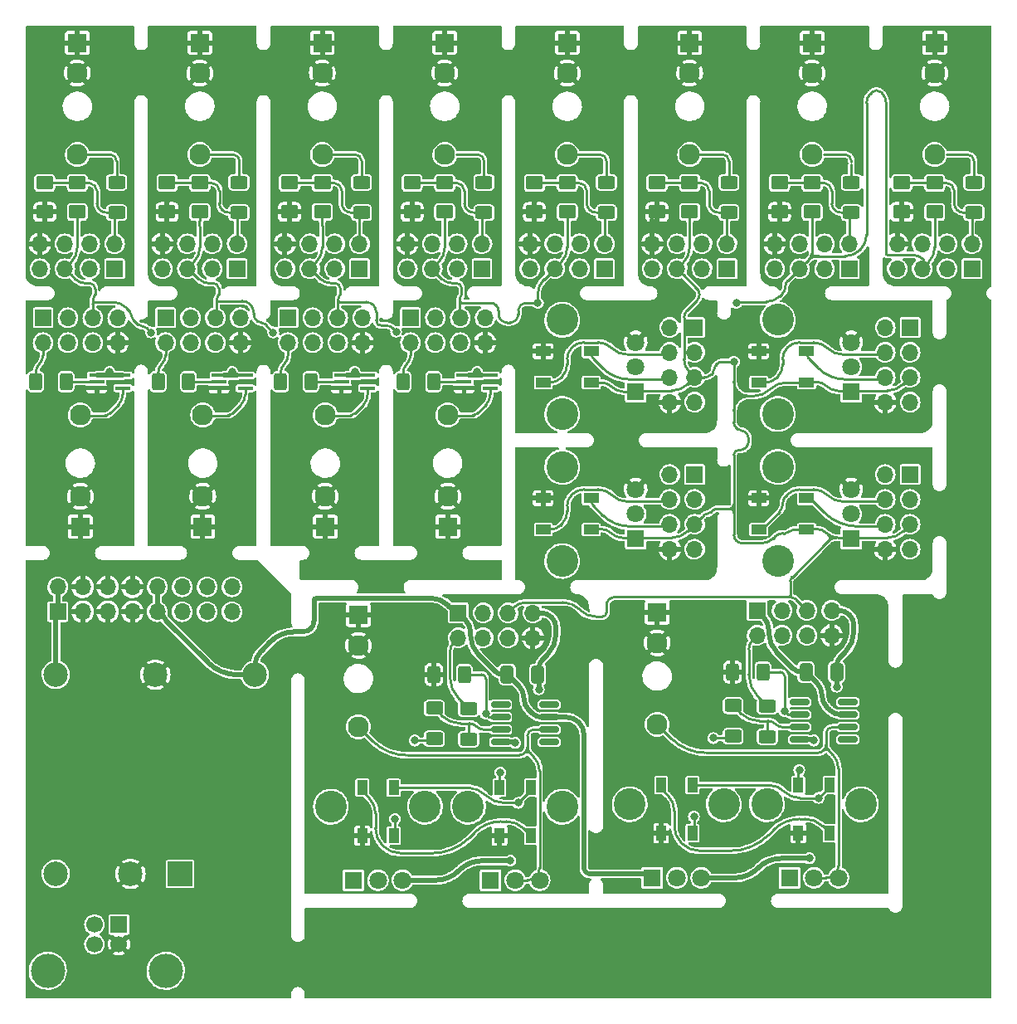
<source format=gbr>
%TF.GenerationSoftware,KiCad,Pcbnew,(6.0.4)*%
%TF.CreationDate,2022-06-07T22:17:40+02:00*%
%TF.ProjectId,vestmannaeyjar,76657374-6d61-46e6-9e61-65796a61722e,rev?*%
%TF.SameCoordinates,Original*%
%TF.FileFunction,Copper,L1,Top*%
%TF.FilePolarity,Positive*%
%FSLAX46Y46*%
G04 Gerber Fmt 4.6, Leading zero omitted, Abs format (unit mm)*
G04 Created by KiCad (PCBNEW (6.0.4)) date 2022-06-07 22:17:40*
%MOMM*%
%LPD*%
G01*
G04 APERTURE LIST*
G04 Aperture macros list*
%AMRoundRect*
0 Rectangle with rounded corners*
0 $1 Rounding radius*
0 $2 $3 $4 $5 $6 $7 $8 $9 X,Y pos of 4 corners*
0 Add a 4 corners polygon primitive as box body*
4,1,4,$2,$3,$4,$5,$6,$7,$8,$9,$2,$3,0*
0 Add four circle primitives for the rounded corners*
1,1,$1+$1,$2,$3*
1,1,$1+$1,$4,$5*
1,1,$1+$1,$6,$7*
1,1,$1+$1,$8,$9*
0 Add four rect primitives between the rounded corners*
20,1,$1+$1,$2,$3,$4,$5,0*
20,1,$1+$1,$4,$5,$6,$7,0*
20,1,$1+$1,$6,$7,$8,$9,0*
20,1,$1+$1,$8,$9,$2,$3,0*%
G04 Aperture macros list end*
%TA.AperFunction,SMDPad,CuDef*%
%ADD10RoundRect,0.250001X-0.624999X0.462499X-0.624999X-0.462499X0.624999X-0.462499X0.624999X0.462499X0*%
%TD*%
%TA.AperFunction,SMDPad,CuDef*%
%ADD11RoundRect,0.250000X0.400000X0.625000X-0.400000X0.625000X-0.400000X-0.625000X0.400000X-0.625000X0*%
%TD*%
%TA.AperFunction,SMDPad,CuDef*%
%ADD12R,1.500000X0.400000*%
%TD*%
%TA.AperFunction,ComponentPad*%
%ADD13C,2.130000*%
%TD*%
%TA.AperFunction,ComponentPad*%
%ADD14R,1.930000X1.830000*%
%TD*%
%TA.AperFunction,ComponentPad*%
%ADD15O,1.700000X1.700000*%
%TD*%
%TA.AperFunction,ComponentPad*%
%ADD16R,1.700000X1.700000*%
%TD*%
%TA.AperFunction,ComponentPad*%
%ADD17C,3.240000*%
%TD*%
%TA.AperFunction,ComponentPad*%
%ADD18R,1.800000X1.800000*%
%TD*%
%TA.AperFunction,ComponentPad*%
%ADD19C,1.800000*%
%TD*%
%TA.AperFunction,SMDPad,CuDef*%
%ADD20R,1.000000X1.500000*%
%TD*%
%TA.AperFunction,SMDPad,CuDef*%
%ADD21RoundRect,0.250000X0.625000X-0.400000X0.625000X0.400000X-0.625000X0.400000X-0.625000X-0.400000X0*%
%TD*%
%TA.AperFunction,SMDPad,CuDef*%
%ADD22RoundRect,0.150000X-0.825000X-0.150000X0.825000X-0.150000X0.825000X0.150000X-0.825000X0.150000X0*%
%TD*%
%TA.AperFunction,SMDPad,CuDef*%
%ADD23RoundRect,0.250000X-0.412500X-0.650000X0.412500X-0.650000X0.412500X0.650000X-0.412500X0.650000X0*%
%TD*%
%TA.AperFunction,SMDPad,CuDef*%
%ADD24RoundRect,0.250000X-0.625000X0.400000X-0.625000X-0.400000X0.625000X-0.400000X0.625000X0.400000X0*%
%TD*%
%TA.AperFunction,ComponentPad*%
%ADD25R,2.500000X2.500000*%
%TD*%
%TA.AperFunction,ComponentPad*%
%ADD26C,2.500000*%
%TD*%
%TA.AperFunction,SMDPad,CuDef*%
%ADD27RoundRect,0.250001X0.624999X-0.462499X0.624999X0.462499X-0.624999X0.462499X-0.624999X-0.462499X0*%
%TD*%
%TA.AperFunction,SMDPad,CuDef*%
%ADD28R,1.500000X1.000000*%
%TD*%
%TA.AperFunction,ComponentPad*%
%ADD29C,1.700000*%
%TD*%
%TA.AperFunction,ComponentPad*%
%ADD30C,3.500000*%
%TD*%
%TA.AperFunction,ViaPad*%
%ADD31C,0.800000*%
%TD*%
%TA.AperFunction,Conductor*%
%ADD32C,0.250000*%
%TD*%
%TA.AperFunction,Conductor*%
%ADD33C,0.500000*%
%TD*%
G04 APERTURE END LIST*
D10*
%TO.P,D14,1,K*%
%TO.N,Net-(D13-Pad2)*%
X85160000Y-36237500D03*
%TO.P,D14,2,A*%
%TO.N,GND*%
X85160000Y-39212500D03*
%TD*%
D11*
%TO.P,R18,2*%
%TO.N,Net-(J27-Pad2)*%
X46749999Y-56540000D03*
%TO.P,R18,1*%
%TO.N,Net-(R18-Pad1)*%
X49849999Y-56540000D03*
%TD*%
D12*
%TO.P,U7,5,VCC*%
%TO.N,+5V*%
X55630000Y-55890000D03*
%TO.P,U7,4*%
%TO.N,Net-(J28-PadT)*%
X55630000Y-57190000D03*
%TO.P,U7,3,GND*%
%TO.N,GND*%
X52970000Y-57190000D03*
%TO.P,U7,2*%
%TO.N,Net-(R18-Pad1)*%
X52970000Y-56540000D03*
%TO.P,U7,1*%
%TO.N,+5V*%
X52970000Y-55890000D03*
%TD*%
D13*
%TO.P,J28,TN*%
%TO.N,GND*%
X51299999Y-68220000D03*
%TO.P,J28,T*%
%TO.N,Net-(J28-PadT)*%
X51299999Y-59920000D03*
D14*
%TO.P,J28,S*%
%TO.N,GND*%
X51299999Y-71320000D03*
%TD*%
D15*
%TO.P,J27,8,Pin_8*%
%TO.N,GND*%
X55120000Y-52540000D03*
%TO.P,J27,7,Pin_7*%
%TO.N,unconnected-(J27-Pad7)*%
X55120000Y-50000000D03*
%TO.P,J27,6,Pin_6*%
%TO.N,unconnected-(J27-Pad6)*%
X52580000Y-52540000D03*
%TO.P,J27,5,Pin_5*%
%TO.N,VPP*%
X52580000Y-50000000D03*
%TO.P,J27,4,Pin_4*%
%TO.N,unconnected-(J27-Pad4)*%
X50040000Y-52540000D03*
%TO.P,J27,3,Pin_3*%
%TO.N,+5V*%
X50040000Y-50000000D03*
%TO.P,J27,2,Pin_2*%
%TO.N,Net-(J27-Pad2)*%
X47500000Y-52540000D03*
D16*
%TO.P,J27,1,Pin_1*%
%TO.N,unconnected-(J27-Pad1)*%
X47500000Y-50000000D03*
%TD*%
D17*
%TO.P,RV3,*%
%TO.N,*%
X51880000Y-99892500D03*
X61480000Y-99892500D03*
D18*
%TO.P,RV3,1,1*%
%TO.N,+12V*%
X54180000Y-107392500D03*
D19*
%TO.P,RV3,2,2*%
%TO.N,Net-(R5-Pad1)*%
X56680000Y-107392500D03*
%TO.P,RV3,3,3*%
%TO.N,-12V*%
X59180000Y-107392500D03*
%TD*%
D20*
%TO.P,D23,1,VDD*%
%TO.N,VPP*%
X58280000Y-97942500D03*
%TO.P,D23,2,DOUT*%
%TO.N,Net-(D23-Pad2)*%
X55080000Y-97942500D03*
%TO.P,D23,3,VSS*%
%TO.N,GND*%
X55080000Y-102842500D03*
%TO.P,D23,4,DIN*%
%TO.N,Net-(D23-Pad4)*%
X58280000Y-102842500D03*
%TD*%
D14*
%TO.P,J4,S*%
%TO.N,GND*%
X54680000Y-80337500D03*
D13*
%TO.P,J4,T*%
%TO.N,Net-(J4-PadT)*%
X54680000Y-91737500D03*
%TO.P,J4,TN*%
%TO.N,GND*%
X54680000Y-83437500D03*
%TD*%
D20*
%TO.P,D24,1,VDD*%
%TO.N,VPP*%
X72280000Y-97942500D03*
%TO.P,D24,2,DOUT*%
%TO.N,Net-(D24-Pad2)*%
X69080000Y-97942500D03*
%TO.P,D24,3,VSS*%
%TO.N,GND*%
X69080000Y-102842500D03*
%TO.P,D24,4,DIN*%
%TO.N,Net-(D23-Pad2)*%
X72280000Y-102842500D03*
%TD*%
D16*
%TO.P,J3,1,Pin_1*%
%TO.N,+12V*%
X64880000Y-80117500D03*
D15*
%TO.P,J3,2,Pin_2*%
%TO.N,Net-(J3-Pad2)*%
X64880000Y-82657500D03*
%TO.P,J3,3,Pin_3*%
%TO.N,+5V*%
X67420000Y-80117500D03*
%TO.P,J3,4,Pin_4*%
%TO.N,Net-(D23-Pad4)*%
X67420000Y-82657500D03*
%TO.P,J3,5,Pin_5*%
%TO.N,VPP*%
X69960000Y-80117500D03*
%TO.P,J3,6,Pin_6*%
%TO.N,Net-(D24-Pad2)*%
X69960000Y-82657500D03*
%TO.P,J3,7,Pin_7*%
%TO.N,-12V*%
X72500000Y-80117500D03*
%TO.P,J3,8,Pin_8*%
%TO.N,GND*%
X72500000Y-82657500D03*
%TD*%
D21*
%TO.P,R5,2*%
%TO.N,Net-(R4-Pad2)*%
X62430000Y-89842500D03*
%TO.P,R5,1*%
%TO.N,Net-(R5-Pad1)*%
X62430000Y-92942500D03*
%TD*%
D22*
%TO.P,U2,1,NULL*%
%TO.N,unconnected-(U2-Pad1)*%
X69205000Y-89487500D03*
%TO.P,U2,2,-*%
%TO.N,Net-(R6-Pad1)*%
X69205000Y-90757500D03*
%TO.P,U2,3,+*%
%TO.N,Net-(R4-Pad2)*%
X69205000Y-92027500D03*
%TO.P,U2,4,V-*%
%TO.N,-12V*%
X69205000Y-93297500D03*
%TO.P,U2,5,NULL*%
%TO.N,unconnected-(U2-Pad5)*%
X74155000Y-93297500D03*
%TO.P,U2,6*%
%TO.N,Net-(J4-PadT)*%
X74155000Y-92027500D03*
%TO.P,U2,7,V+*%
%TO.N,+12V*%
X74155000Y-90757500D03*
%TO.P,U2,8,NC*%
%TO.N,unconnected-(U2-Pad8)*%
X74155000Y-89487500D03*
%TD*%
D11*
%TO.P,R6,1*%
%TO.N,Net-(R6-Pad1)*%
X65480000Y-86392500D03*
%TO.P,R6,2*%
%TO.N,GND*%
X62380000Y-86392500D03*
%TD*%
D23*
%TO.P,C2,2*%
%TO.N,-12V*%
X72992500Y-86392500D03*
%TO.P,C2,1*%
%TO.N,+12V*%
X69867500Y-86392500D03*
%TD*%
D17*
%TO.P,RV4,*%
%TO.N,*%
X65880000Y-99892500D03*
X75480000Y-99892500D03*
D18*
%TO.P,RV4,1,1*%
%TO.N,Net-(R6-Pad1)*%
X68180000Y-107392500D03*
D19*
%TO.P,RV4,2,2*%
%TO.N,Net-(J4-PadT)*%
X70680000Y-107392500D03*
%TO.P,RV4,3,3*%
X73180000Y-107392500D03*
%TD*%
D24*
%TO.P,R4,1*%
%TO.N,Net-(J3-Pad2)*%
X65930000Y-89892500D03*
%TO.P,R4,2*%
%TO.N,Net-(R4-Pad2)*%
X65930000Y-92992500D03*
%TD*%
D20*
%TO.P,D22,1,VDD*%
%TO.N,VPP*%
X102779999Y-97690000D03*
%TO.P,D22,2,DOUT*%
%TO.N,Net-(D22-Pad2)*%
X99579999Y-97690000D03*
%TO.P,D22,3,VSS*%
%TO.N,GND*%
X99579999Y-102590000D03*
%TO.P,D22,4,DIN*%
%TO.N,Net-(D21-Pad2)*%
X102779999Y-102590000D03*
%TD*%
D14*
%TO.P,J2,S*%
%TO.N,GND*%
X85180000Y-80084999D03*
D13*
%TO.P,J2,T*%
%TO.N,Net-(J2-PadT)*%
X85180000Y-91484999D03*
%TO.P,J2,TN*%
%TO.N,GND*%
X85180000Y-83184999D03*
%TD*%
D23*
%TO.P,C1,1*%
%TO.N,+12V*%
X100367500Y-86140000D03*
%TO.P,C1,2*%
%TO.N,-12V*%
X103492500Y-86140000D03*
%TD*%
D16*
%TO.P,J1,1,Pin_1*%
%TO.N,+12V*%
X95380000Y-79865000D03*
D15*
%TO.P,J1,2,Pin_2*%
%TO.N,Net-(J1-Pad2)*%
X95380000Y-82405000D03*
%TO.P,J1,3,Pin_3*%
%TO.N,+5V*%
X97920000Y-79865000D03*
%TO.P,J1,4,Pin_4*%
%TO.N,Net-(D21-Pad4)*%
X97920000Y-82405000D03*
%TO.P,J1,5,Pin_5*%
%TO.N,VPP*%
X100460000Y-79865000D03*
%TO.P,J1,6,Pin_6*%
%TO.N,Net-(D22-Pad2)*%
X100460000Y-82405000D03*
%TO.P,J1,7,Pin_7*%
%TO.N,-12V*%
X103000000Y-79865000D03*
%TO.P,J1,8,Pin_8*%
%TO.N,GND*%
X103000000Y-82405000D03*
%TD*%
D22*
%TO.P,U1,1,NULL*%
%TO.N,unconnected-(U1-Pad1)*%
X99704999Y-89235000D03*
%TO.P,U1,2,-*%
%TO.N,Net-(R3-Pad1)*%
X99704999Y-90505000D03*
%TO.P,U1,3,+*%
%TO.N,Net-(R1-Pad2)*%
X99704999Y-91775000D03*
%TO.P,U1,4,V-*%
%TO.N,-12V*%
X99704999Y-93045000D03*
%TO.P,U1,5,NULL*%
%TO.N,unconnected-(U1-Pad5)*%
X104654999Y-93045000D03*
%TO.P,U1,6*%
%TO.N,Net-(J2-PadT)*%
X104654999Y-91775000D03*
%TO.P,U1,7,V+*%
%TO.N,+12V*%
X104654999Y-90505000D03*
%TO.P,U1,8,NC*%
%TO.N,unconnected-(U1-Pad8)*%
X104654999Y-89235000D03*
%TD*%
D17*
%TO.P,RV2,*%
%TO.N,*%
X96379999Y-99640000D03*
X105979999Y-99640000D03*
D18*
%TO.P,RV2,1,1*%
%TO.N,Net-(R3-Pad1)*%
X98679999Y-107140000D03*
D19*
%TO.P,RV2,2,2*%
%TO.N,Net-(J2-PadT)*%
X101179999Y-107140000D03*
%TO.P,RV2,3,3*%
X103679999Y-107140000D03*
%TD*%
D21*
%TO.P,R2,1*%
%TO.N,Net-(R2-Pad1)*%
X92930000Y-92690000D03*
%TO.P,R2,2*%
%TO.N,Net-(R1-Pad2)*%
X92930000Y-89590000D03*
%TD*%
D20*
%TO.P,D21,1,VDD*%
%TO.N,VPP*%
X88780000Y-97690000D03*
%TO.P,D21,2,DOUT*%
%TO.N,Net-(D21-Pad2)*%
X85580000Y-97690000D03*
%TO.P,D21,3,VSS*%
%TO.N,GND*%
X85580000Y-102590000D03*
%TO.P,D21,4,DIN*%
%TO.N,Net-(D21-Pad4)*%
X88780000Y-102590000D03*
%TD*%
D11*
%TO.P,R3,1*%
%TO.N,Net-(R3-Pad1)*%
X95980000Y-86140000D03*
%TO.P,R3,2*%
%TO.N,GND*%
X92880000Y-86140000D03*
%TD*%
D17*
%TO.P,RV1,*%
%TO.N,*%
X82380000Y-99640000D03*
X91980000Y-99640000D03*
D18*
%TO.P,RV1,1,1*%
%TO.N,+12V*%
X84680000Y-107140000D03*
D19*
%TO.P,RV1,2,2*%
%TO.N,Net-(R2-Pad1)*%
X87180000Y-107140000D03*
%TO.P,RV1,3,3*%
%TO.N,-12V*%
X89680000Y-107140000D03*
%TD*%
D24*
%TO.P,R1,1*%
%TO.N,Net-(J1-Pad2)*%
X96429999Y-89640000D03*
%TO.P,R1,2*%
%TO.N,Net-(R1-Pad2)*%
X96429999Y-92740000D03*
%TD*%
D25*
%TO.P,U3,1,+VIN*%
%TO.N,+5V*%
X36500000Y-106745000D03*
D26*
%TO.P,U3,2,-VIN*%
%TO.N,GND*%
X31420000Y-106745000D03*
%TO.P,U3,3,+VOUT*%
%TO.N,+12V*%
X44120000Y-86425000D03*
%TO.P,U3,4,Common*%
%TO.N,GND*%
X33960000Y-86425000D03*
%TO.P,U3,5,-VOUT*%
%TO.N,-12V*%
X23800000Y-86425000D03*
%TO.P,U3,6*%
%TO.N,N/C*%
X23800000Y-106745000D03*
%TD*%
D24*
%TO.P,R12,1*%
%TO.N,Net-(J15-PadT)*%
X30000000Y-36175000D03*
%TO.P,R12,2*%
%TO.N,Net-(D11-Pad2)*%
X30000000Y-39275000D03*
%TD*%
%TO.P,R14,1*%
%TO.N,Net-(J20-PadT)*%
X42500000Y-36175000D03*
%TO.P,R14,2*%
%TO.N,Net-(D15-Pad2)*%
X42500000Y-39275000D03*
%TD*%
D12*
%TO.P,U5,1*%
%TO.N,+5V*%
X65470000Y-55890000D03*
%TO.P,U5,2*%
%TO.N,Net-(R16-Pad1)*%
X65470000Y-56540000D03*
%TO.P,U5,3,GND*%
%TO.N,GND*%
X65470000Y-57190000D03*
%TO.P,U5,4*%
%TO.N,Net-(J24-PadT)*%
X68130000Y-57190000D03*
%TO.P,U5,5,VCC*%
%TO.N,+5V*%
X68130000Y-55890000D03*
%TD*%
D14*
%TO.P,J20,S*%
%TO.N,GND*%
X38500000Y-21945000D03*
D13*
%TO.P,J20,T*%
%TO.N,Net-(J20-PadT)*%
X38500000Y-33345000D03*
%TO.P,J20,TN*%
%TO.N,GND*%
X38500000Y-25045000D03*
%TD*%
D10*
%TO.P,D10,1,K*%
%TO.N,Net-(D10-Pad1)*%
X110160000Y-36237500D03*
%TO.P,D10,2,A*%
%TO.N,GND*%
X110160000Y-39212500D03*
%TD*%
D27*
%TO.P,D9,1,K*%
%TO.N,VPP*%
X113500000Y-39212500D03*
%TO.P,D9,2,A*%
%TO.N,Net-(D10-Pad1)*%
X113500000Y-36237500D03*
%TD*%
D24*
%TO.P,R9,1*%
%TO.N,Net-(J9-PadT)*%
X105000000Y-36175000D03*
%TO.P,R9,2*%
%TO.N,Net-(D5-Pad2)*%
X105000000Y-39275000D03*
%TD*%
D12*
%TO.P,U4,1*%
%TO.N,+5V*%
X40470000Y-55890000D03*
%TO.P,U4,2*%
%TO.N,Net-(R15-Pad1)*%
X40470000Y-56540000D03*
%TO.P,U4,3,GND*%
%TO.N,GND*%
X40470000Y-57190000D03*
%TO.P,U4,4*%
%TO.N,Net-(J22-PadT)*%
X43130000Y-57190000D03*
%TO.P,U4,5,VCC*%
%TO.N,+5V*%
X43130000Y-55890000D03*
%TD*%
D28*
%TO.P,D19,1,VDD*%
%TO.N,VPP*%
X78440000Y-71620000D03*
%TO.P,D19,2,DOUT*%
%TO.N,Net-(D19-Pad2)*%
X78440000Y-68420000D03*
%TO.P,D19,3,VSS*%
%TO.N,GND*%
X73540000Y-68420000D03*
%TO.P,D19,4,DIN*%
%TO.N,Net-(D19-Pad4)*%
X73540000Y-71620000D03*
%TD*%
D14*
%TO.P,J26,S*%
%TO.N,GND*%
X26299999Y-71320000D03*
D13*
%TO.P,J26,T*%
%TO.N,Net-(J26-PadT)*%
X26299999Y-59920000D03*
%TO.P,J26,TN*%
%TO.N,GND*%
X26299999Y-68220000D03*
%TD*%
D14*
%TO.P,J11,S*%
%TO.N,GND*%
X51000000Y-21945000D03*
D13*
%TO.P,J11,T*%
%TO.N,Net-(J11-PadT)*%
X51000000Y-33345000D03*
%TO.P,J11,TN*%
%TO.N,GND*%
X51000000Y-25045000D03*
%TD*%
D17*
%TO.P,RV8,*%
%TO.N,*%
X97490000Y-59820000D03*
X97490000Y-50220000D03*
D18*
%TO.P,RV8,1,1*%
%TO.N,VPP*%
X104990000Y-57520000D03*
D19*
%TO.P,RV8,2,2*%
%TO.N,Net-(J32-Pad2)*%
X104990000Y-55020000D03*
%TO.P,RV8,3,3*%
%TO.N,GND*%
X104990000Y-52520000D03*
%TD*%
D24*
%TO.P,R13,1*%
%TO.N,Net-(J17-PadT)*%
X92500000Y-36175000D03*
%TO.P,R13,2*%
%TO.N,Net-(D13-Pad2)*%
X92500000Y-39275000D03*
%TD*%
D14*
%TO.P,J17,S*%
%TO.N,GND*%
X88500000Y-21945000D03*
D13*
%TO.P,J17,T*%
%TO.N,Net-(J17-PadT)*%
X88500000Y-33345000D03*
%TO.P,J17,TN*%
%TO.N,GND*%
X88500000Y-25045000D03*
%TD*%
D14*
%TO.P,J7,S*%
%TO.N,GND*%
X63500000Y-21945000D03*
D13*
%TO.P,J7,T*%
%TO.N,Net-(J7-PadT)*%
X63500000Y-33345000D03*
%TO.P,J7,TN*%
%TO.N,GND*%
X63500000Y-25045000D03*
%TD*%
D27*
%TO.P,D7,1,K*%
%TO.N,VPP*%
X51000000Y-39212500D03*
%TO.P,D7,2,A*%
%TO.N,Net-(D7-Pad2)*%
X51000000Y-36237500D03*
%TD*%
D24*
%TO.P,R8,1*%
%TO.N,Net-(J7-PadT)*%
X67500000Y-36175000D03*
%TO.P,R8,2*%
%TO.N,Net-(D3-Pad2)*%
X67500000Y-39275000D03*
%TD*%
%TO.P,R10,1*%
%TO.N,Net-(J11-PadT)*%
X55000000Y-36175000D03*
%TO.P,R10,2*%
%TO.N,Net-(D7-Pad2)*%
X55000000Y-39275000D03*
%TD*%
D10*
%TO.P,D4,1,K*%
%TO.N,Net-(D3-Pad2)*%
X60160000Y-36237500D03*
%TO.P,D4,2,A*%
%TO.N,GND*%
X60160000Y-39212500D03*
%TD*%
%TO.P,D2,1,K*%
%TO.N,Net-(D1-Pad2)*%
X72660000Y-36237500D03*
%TO.P,D2,2,A*%
%TO.N,GND*%
X72660000Y-39212500D03*
%TD*%
D27*
%TO.P,D11,1,K*%
%TO.N,VPP*%
X26000000Y-39212500D03*
%TO.P,D11,2,A*%
%TO.N,Net-(D11-Pad2)*%
X26000000Y-36237500D03*
%TD*%
D17*
%TO.P,RV5,*%
%TO.N,*%
X97490000Y-65220000D03*
X97490000Y-74820000D03*
D18*
%TO.P,RV5,1,1*%
%TO.N,VPP*%
X104990000Y-72520000D03*
D19*
%TO.P,RV5,2,2*%
%TO.N,Net-(J29-Pad2)*%
X104990000Y-70020000D03*
%TO.P,RV5,3,3*%
%TO.N,GND*%
X104990000Y-67520000D03*
%TD*%
D10*
%TO.P,D12,1,K*%
%TO.N,Net-(D11-Pad2)*%
X22660000Y-36237500D03*
%TO.P,D12,2,A*%
%TO.N,GND*%
X22660000Y-39212500D03*
%TD*%
D27*
%TO.P,D3,1,K*%
%TO.N,VPP*%
X63500000Y-39212500D03*
%TO.P,D3,2,A*%
%TO.N,Net-(D3-Pad2)*%
X63500000Y-36237500D03*
%TD*%
D17*
%TO.P,RV6,*%
%TO.N,*%
X75490000Y-50220000D03*
X75490000Y-59820000D03*
D18*
%TO.P,RV6,1,1*%
%TO.N,VPP*%
X82990000Y-57520000D03*
D19*
%TO.P,RV6,2,2*%
%TO.N,Net-(J30-Pad2)*%
X82990000Y-55020000D03*
%TO.P,RV6,3,3*%
%TO.N,GND*%
X82990000Y-52520000D03*
%TD*%
D17*
%TO.P,RV7,*%
%TO.N,*%
X75490000Y-65220000D03*
X75490000Y-74820000D03*
D18*
%TO.P,RV7,1,1*%
%TO.N,VPP*%
X82990000Y-72520000D03*
D19*
%TO.P,RV7,2,2*%
%TO.N,Net-(J31-Pad2)*%
X82990000Y-70020000D03*
%TO.P,RV7,3,3*%
%TO.N,GND*%
X82990000Y-67520000D03*
%TD*%
D27*
%TO.P,D1,1,K*%
%TO.N,VPP*%
X76000000Y-39212500D03*
%TO.P,D1,2,A*%
%TO.N,Net-(D1-Pad2)*%
X76000000Y-36237500D03*
%TD*%
D14*
%TO.P,J5,S*%
%TO.N,GND*%
X76000000Y-21945000D03*
D13*
%TO.P,J5,T*%
%TO.N,Net-(J5-PadT)*%
X76000000Y-33345000D03*
%TO.P,J5,TN*%
%TO.N,GND*%
X76000000Y-25045000D03*
%TD*%
D14*
%TO.P,J13,S*%
%TO.N,GND*%
X113500000Y-21945000D03*
D13*
%TO.P,J13,T*%
%TO.N,Net-(J13-PadT)*%
X113500000Y-33345000D03*
%TO.P,J13,TN*%
%TO.N,GND*%
X113500000Y-25045000D03*
%TD*%
D11*
%TO.P,R15,1*%
%TO.N,Net-(R15-Pad1)*%
X37349999Y-56540000D03*
%TO.P,R15,2*%
%TO.N,Net-(J18-Pad2)*%
X34249999Y-56540000D03*
%TD*%
D24*
%TO.P,R11,1*%
%TO.N,Net-(J13-PadT)*%
X117500000Y-36175000D03*
%TO.P,R11,2*%
%TO.N,Net-(D10-Pad1)*%
X117500000Y-39275000D03*
%TD*%
D10*
%TO.P,D16,1,K*%
%TO.N,Net-(D15-Pad2)*%
X35160000Y-36237500D03*
%TO.P,D16,2,A*%
%TO.N,GND*%
X35160000Y-39212500D03*
%TD*%
D14*
%TO.P,J22,S*%
%TO.N,GND*%
X38799999Y-71320000D03*
D13*
%TO.P,J22,T*%
%TO.N,Net-(J22-PadT)*%
X38799999Y-59920000D03*
%TO.P,J22,TN*%
%TO.N,GND*%
X38799999Y-68220000D03*
%TD*%
D11*
%TO.P,R17,1*%
%TO.N,Net-(R17-Pad1)*%
X24849999Y-56540000D03*
%TO.P,R17,2*%
%TO.N,Net-(J25-Pad2)*%
X21749999Y-56540000D03*
%TD*%
%TO.P,R16,1*%
%TO.N,Net-(R16-Pad1)*%
X62349999Y-56540000D03*
%TO.P,R16,2*%
%TO.N,Net-(J23-Pad2)*%
X59249999Y-56540000D03*
%TD*%
D27*
%TO.P,D5,1,K*%
%TO.N,VPP*%
X101000000Y-39212500D03*
%TO.P,D5,2,A*%
%TO.N,Net-(D5-Pad2)*%
X101000000Y-36237500D03*
%TD*%
D16*
%TO.P,J33,1,Pin_1*%
%TO.N,-12V*%
X24000000Y-80000000D03*
D15*
%TO.P,J33,2,Pin_2*%
X24000000Y-77460000D03*
%TO.P,J33,3,Pin_3*%
%TO.N,GND*%
X26540000Y-80000000D03*
%TO.P,J33,4,Pin_4*%
X26540000Y-77460000D03*
%TO.P,J33,5,Pin_5*%
X29080000Y-80000000D03*
%TO.P,J33,6,Pin_6*%
X29080000Y-77460000D03*
%TO.P,J33,7,Pin_7*%
X31620000Y-80000000D03*
%TO.P,J33,8,Pin_8*%
X31620000Y-77460000D03*
%TO.P,J33,9,Pin_9*%
%TO.N,+12V*%
X34160000Y-80000000D03*
%TO.P,J33,10,Pin_10*%
X34160000Y-77460000D03*
%TO.P,J33,11,Pin_11*%
%TO.N,+5V*%
X36700000Y-80000000D03*
%TO.P,J33,12,Pin_12*%
X36700000Y-77460000D03*
%TO.P,J33,13,Pin_13*%
%TO.N,unconnected-(J33-Pad13)*%
X39240000Y-80000000D03*
%TO.P,J33,14,Pin_14*%
%TO.N,unconnected-(J33-Pad14)*%
X39240000Y-77460000D03*
%TO.P,J33,15,Pin_15*%
%TO.N,unconnected-(J33-Pad15)*%
X41780000Y-80000000D03*
%TO.P,J33,16,Pin_16*%
%TO.N,unconnected-(J33-Pad16)*%
X41780000Y-77460000D03*
%TD*%
D16*
%TO.P,J37,1,VBUS*%
%TO.N,+5V*%
X30250000Y-111917500D03*
D29*
%TO.P,J37,2,D-*%
%TO.N,unconnected-(J37-Pad2)*%
X27750000Y-111917500D03*
%TO.P,J37,3,D+*%
%TO.N,unconnected-(J37-Pad3)*%
X27750000Y-113917500D03*
%TO.P,J37,4,GND*%
%TO.N,GND*%
X30250000Y-113917500D03*
D30*
%TO.P,J37,5,Shield*%
%TO.N,unconnected-(J37-Pad5)*%
X35020000Y-116627500D03*
X22980000Y-116627500D03*
%TD*%
D27*
%TO.P,D15,1,K*%
%TO.N,VPP*%
X38500000Y-39212500D03*
%TO.P,D15,2,A*%
%TO.N,Net-(D15-Pad2)*%
X38500000Y-36237500D03*
%TD*%
D14*
%TO.P,J24,S*%
%TO.N,GND*%
X63799999Y-71320000D03*
D13*
%TO.P,J24,T*%
%TO.N,Net-(J24-PadT)*%
X63799999Y-59920000D03*
%TO.P,J24,TN*%
%TO.N,GND*%
X63799999Y-68220000D03*
%TD*%
D27*
%TO.P,D13,1,K*%
%TO.N,VPP*%
X88500000Y-39212500D03*
%TO.P,D13,2,A*%
%TO.N,Net-(D13-Pad2)*%
X88500000Y-36237500D03*
%TD*%
D24*
%TO.P,R7,1*%
%TO.N,Net-(J5-PadT)*%
X80000000Y-36175000D03*
%TO.P,R7,2*%
%TO.N,Net-(D1-Pad2)*%
X80000000Y-39275000D03*
%TD*%
D12*
%TO.P,U6,1*%
%TO.N,+5V*%
X27970000Y-55890000D03*
%TO.P,U6,2*%
%TO.N,Net-(R17-Pad1)*%
X27970000Y-56540000D03*
%TO.P,U6,3,GND*%
%TO.N,GND*%
X27970000Y-57190000D03*
%TO.P,U6,4*%
%TO.N,Net-(J26-PadT)*%
X30630000Y-57190000D03*
%TO.P,U6,5,VCC*%
%TO.N,+5V*%
X30630000Y-55890000D03*
%TD*%
D28*
%TO.P,D17,1,VDD*%
%TO.N,VPP*%
X100440000Y-71620000D03*
%TO.P,D17,2,DOUT*%
%TO.N,Net-(D17-Pad2)*%
X100440000Y-68420000D03*
%TO.P,D17,3,VSS*%
%TO.N,GND*%
X95540000Y-68420000D03*
%TO.P,D17,4,DIN*%
%TO.N,Net-(D17-Pad4)*%
X95540000Y-71620000D03*
%TD*%
D14*
%TO.P,J15,S*%
%TO.N,GND*%
X26000000Y-21945000D03*
D13*
%TO.P,J15,T*%
%TO.N,Net-(J15-PadT)*%
X26000000Y-33345000D03*
%TO.P,J15,TN*%
%TO.N,GND*%
X26000000Y-25045000D03*
%TD*%
D14*
%TO.P,J9,S*%
%TO.N,GND*%
X101000000Y-21945000D03*
D13*
%TO.P,J9,T*%
%TO.N,Net-(J9-PadT)*%
X101000000Y-33345000D03*
%TO.P,J9,TN*%
%TO.N,GND*%
X101000000Y-25045000D03*
%TD*%
D28*
%TO.P,D20,1,VDD*%
%TO.N,VPP*%
X100440000Y-56620000D03*
%TO.P,D20,2,DOUT*%
%TO.N,Net-(D20-Pad2)*%
X100440000Y-53420000D03*
%TO.P,D20,3,VSS*%
%TO.N,GND*%
X95540000Y-53420000D03*
%TO.P,D20,4,DIN*%
%TO.N,Net-(D20-Pad4)*%
X95540000Y-56620000D03*
%TD*%
D10*
%TO.P,D6,1,K*%
%TO.N,Net-(D5-Pad2)*%
X97660000Y-36237500D03*
%TO.P,D6,2,A*%
%TO.N,GND*%
X97660000Y-39212500D03*
%TD*%
D28*
%TO.P,D18,4,DIN*%
%TO.N,Net-(D18-Pad4)*%
X73540000Y-56620000D03*
%TO.P,D18,3,VSS*%
%TO.N,GND*%
X73540000Y-53420000D03*
%TO.P,D18,2,DOUT*%
%TO.N,Net-(D18-Pad2)*%
X78440000Y-53420000D03*
%TO.P,D18,1,VDD*%
%TO.N,VPP*%
X78440000Y-56620000D03*
%TD*%
D10*
%TO.P,D8,1,K*%
%TO.N,Net-(D7-Pad2)*%
X47660000Y-36237500D03*
%TO.P,D8,2,A*%
%TO.N,GND*%
X47660000Y-39212500D03*
%TD*%
D16*
%TO.P,J31,1,Pin_1*%
%TO.N,unconnected-(J31-Pad1)*%
X89000000Y-66000000D03*
D15*
%TO.P,J31,2,Pin_2*%
%TO.N,Net-(J31-Pad2)*%
X86460000Y-66000000D03*
%TO.P,J31,3,Pin_3*%
%TO.N,+5V*%
X89000000Y-68540000D03*
%TO.P,J31,4,Pin_4*%
%TO.N,Net-(D19-Pad4)*%
X86460000Y-68540000D03*
%TO.P,J31,5,Pin_5*%
%TO.N,VPP*%
X89000000Y-71080000D03*
%TO.P,J31,6,Pin_6*%
%TO.N,Net-(D19-Pad2)*%
X86460000Y-71080000D03*
%TO.P,J31,7,Pin_7*%
%TO.N,unconnected-(J31-Pad7)*%
X89000000Y-73620000D03*
%TO.P,J31,8,Pin_8*%
%TO.N,GND*%
X86460000Y-73620000D03*
%TD*%
D16*
%TO.P,J14,1,Pin_1*%
%TO.N,unconnected-(J14-Pad1)*%
X117300000Y-45000000D03*
D15*
%TO.P,J14,2,Pin_2*%
%TO.N,Net-(D10-Pad1)*%
X117300000Y-42460000D03*
%TO.P,J14,3,Pin_3*%
%TO.N,+5V*%
X114760000Y-45000000D03*
%TO.P,J14,4,Pin_4*%
%TO.N,unconnected-(J14-Pad4)*%
X114760000Y-42460000D03*
%TO.P,J14,5,Pin_5*%
%TO.N,VPP*%
X112220000Y-45000000D03*
%TO.P,J14,6,Pin_6*%
%TO.N,unconnected-(J14-Pad6)*%
X112220000Y-42460000D03*
%TO.P,J14,7,Pin_7*%
%TO.N,unconnected-(J14-Pad7)*%
X109680000Y-45000000D03*
%TO.P,J14,8,Pin_8*%
%TO.N,GND*%
X109680000Y-42460000D03*
%TD*%
D16*
%TO.P,J25,1,Pin_1*%
%TO.N,unconnected-(J25-Pad1)*%
X22500000Y-50000000D03*
D15*
%TO.P,J25,2,Pin_2*%
%TO.N,Net-(J25-Pad2)*%
X22500000Y-52540000D03*
%TO.P,J25,3,Pin_3*%
%TO.N,+5V*%
X25040000Y-50000000D03*
%TO.P,J25,4,Pin_4*%
%TO.N,unconnected-(J25-Pad4)*%
X25040000Y-52540000D03*
%TO.P,J25,5,Pin_5*%
%TO.N,VPP*%
X27580000Y-50000000D03*
%TO.P,J25,6,Pin_6*%
%TO.N,unconnected-(J25-Pad6)*%
X27580000Y-52540000D03*
%TO.P,J25,7,Pin_7*%
%TO.N,unconnected-(J25-Pad7)*%
X30120000Y-50000000D03*
%TO.P,J25,8,Pin_8*%
%TO.N,GND*%
X30120000Y-52540000D03*
%TD*%
D16*
%TO.P,J16,1,Pin_1*%
%TO.N,unconnected-(J16-Pad1)*%
X29800000Y-45000000D03*
D15*
%TO.P,J16,2,Pin_2*%
%TO.N,Net-(D11-Pad2)*%
X29800000Y-42460000D03*
%TO.P,J16,3,Pin_3*%
%TO.N,+5V*%
X27260000Y-45000000D03*
%TO.P,J16,4,Pin_4*%
%TO.N,unconnected-(J16-Pad4)*%
X27260000Y-42460000D03*
%TO.P,J16,5,Pin_5*%
%TO.N,VPP*%
X24720000Y-45000000D03*
%TO.P,J16,6,Pin_6*%
%TO.N,unconnected-(J16-Pad6)*%
X24720000Y-42460000D03*
%TO.P,J16,7,Pin_7*%
%TO.N,unconnected-(J16-Pad7)*%
X22180000Y-45000000D03*
%TO.P,J16,8,Pin_8*%
%TO.N,GND*%
X22180000Y-42460000D03*
%TD*%
D16*
%TO.P,J18,1,Pin_1*%
%TO.N,unconnected-(J18-Pad1)*%
X35000000Y-50000000D03*
D15*
%TO.P,J18,2,Pin_2*%
%TO.N,Net-(J18-Pad2)*%
X35000000Y-52540000D03*
%TO.P,J18,3,Pin_3*%
%TO.N,+5V*%
X37540000Y-50000000D03*
%TO.P,J18,4,Pin_4*%
%TO.N,unconnected-(J18-Pad4)*%
X37540000Y-52540000D03*
%TO.P,J18,5,Pin_5*%
%TO.N,VPP*%
X40080000Y-50000000D03*
%TO.P,J18,6,Pin_6*%
%TO.N,unconnected-(J18-Pad6)*%
X40080000Y-52540000D03*
%TO.P,J18,7,Pin_7*%
%TO.N,unconnected-(J18-Pad7)*%
X42620000Y-50000000D03*
%TO.P,J18,8,Pin_8*%
%TO.N,GND*%
X42620000Y-52540000D03*
%TD*%
D16*
%TO.P,J12,1,Pin_1*%
%TO.N,unconnected-(J12-Pad1)*%
X54800000Y-45000000D03*
D15*
%TO.P,J12,2,Pin_2*%
%TO.N,Net-(D7-Pad2)*%
X54800000Y-42460000D03*
%TO.P,J12,3,Pin_3*%
%TO.N,+5V*%
X52260000Y-45000000D03*
%TO.P,J12,4,Pin_4*%
%TO.N,unconnected-(J12-Pad4)*%
X52260000Y-42460000D03*
%TO.P,J12,5,Pin_5*%
%TO.N,VPP*%
X49720000Y-45000000D03*
%TO.P,J12,6,Pin_6*%
%TO.N,unconnected-(J12-Pad6)*%
X49720000Y-42460000D03*
%TO.P,J12,7,Pin_7*%
%TO.N,unconnected-(J12-Pad7)*%
X47180000Y-45000000D03*
%TO.P,J12,8,Pin_8*%
%TO.N,GND*%
X47180000Y-42460000D03*
%TD*%
D16*
%TO.P,J19,1,Pin_1*%
%TO.N,unconnected-(J19-Pad1)*%
X92300000Y-45000000D03*
D15*
%TO.P,J19,2,Pin_2*%
%TO.N,Net-(D13-Pad2)*%
X92300000Y-42460000D03*
%TO.P,J19,3,Pin_3*%
%TO.N,+5V*%
X89760000Y-45000000D03*
%TO.P,J19,4,Pin_4*%
%TO.N,unconnected-(J19-Pad4)*%
X89760000Y-42460000D03*
%TO.P,J19,5,Pin_5*%
%TO.N,VPP*%
X87220000Y-45000000D03*
%TO.P,J19,6,Pin_6*%
%TO.N,unconnected-(J19-Pad6)*%
X87220000Y-42460000D03*
%TO.P,J19,7,Pin_7*%
%TO.N,unconnected-(J19-Pad7)*%
X84680000Y-45000000D03*
%TO.P,J19,8,Pin_8*%
%TO.N,GND*%
X84680000Y-42460000D03*
%TD*%
D16*
%TO.P,J30,1,Pin_1*%
%TO.N,unconnected-(J30-Pad1)*%
X89000000Y-51000000D03*
D15*
%TO.P,J30,2,Pin_2*%
%TO.N,Net-(J30-Pad2)*%
X86460000Y-51000000D03*
%TO.P,J30,3,Pin_3*%
%TO.N,+5V*%
X89000000Y-53540000D03*
%TO.P,J30,4,Pin_4*%
%TO.N,Net-(D18-Pad4)*%
X86460000Y-53540000D03*
%TO.P,J30,5,Pin_5*%
%TO.N,VPP*%
X89000000Y-56080000D03*
%TO.P,J30,6,Pin_6*%
%TO.N,Net-(D18-Pad2)*%
X86460000Y-56080000D03*
%TO.P,J30,7,Pin_7*%
%TO.N,unconnected-(J30-Pad7)*%
X89000000Y-58620000D03*
%TO.P,J30,8,Pin_8*%
%TO.N,GND*%
X86460000Y-58620000D03*
%TD*%
D16*
%TO.P,J6,1,Pin_1*%
%TO.N,unconnected-(J6-Pad1)*%
X79800000Y-45000000D03*
D15*
%TO.P,J6,2,Pin_2*%
%TO.N,Net-(D1-Pad2)*%
X79800000Y-42460000D03*
%TO.P,J6,3,Pin_3*%
%TO.N,+5V*%
X77260000Y-45000000D03*
%TO.P,J6,4,Pin_4*%
%TO.N,unconnected-(J6-Pad4)*%
X77260000Y-42460000D03*
%TO.P,J6,5,Pin_5*%
%TO.N,VPP*%
X74720000Y-45000000D03*
%TO.P,J6,6,Pin_6*%
%TO.N,unconnected-(J6-Pad6)*%
X74720000Y-42460000D03*
%TO.P,J6,7,Pin_7*%
%TO.N,unconnected-(J6-Pad7)*%
X72180000Y-45000000D03*
%TO.P,J6,8,Pin_8*%
%TO.N,GND*%
X72180000Y-42460000D03*
%TD*%
D16*
%TO.P,J10,1,Pin_1*%
%TO.N,unconnected-(J10-Pad1)*%
X104800000Y-45000000D03*
D15*
%TO.P,J10,2,Pin_2*%
%TO.N,Net-(D5-Pad2)*%
X104800000Y-42460000D03*
%TO.P,J10,3,Pin_3*%
%TO.N,+5V*%
X102260000Y-45000000D03*
%TO.P,J10,4,Pin_4*%
%TO.N,unconnected-(J10-Pad4)*%
X102260000Y-42460000D03*
%TO.P,J10,5,Pin_5*%
%TO.N,VPP*%
X99720000Y-45000000D03*
%TO.P,J10,6,Pin_6*%
%TO.N,unconnected-(J10-Pad6)*%
X99720000Y-42460000D03*
%TO.P,J10,7,Pin_7*%
%TO.N,unconnected-(J10-Pad7)*%
X97180000Y-45000000D03*
%TO.P,J10,8,Pin_8*%
%TO.N,GND*%
X97180000Y-42460000D03*
%TD*%
D16*
%TO.P,J32,1,Pin_1*%
%TO.N,unconnected-(J32-Pad1)*%
X111000000Y-51000000D03*
D15*
%TO.P,J32,2,Pin_2*%
%TO.N,Net-(J32-Pad2)*%
X108460000Y-51000000D03*
%TO.P,J32,3,Pin_3*%
%TO.N,+5V*%
X111000000Y-53540000D03*
%TO.P,J32,4,Pin_4*%
%TO.N,Net-(D20-Pad4)*%
X108460000Y-53540000D03*
%TO.P,J32,5,Pin_5*%
%TO.N,VPP*%
X111000000Y-56080000D03*
%TO.P,J32,6,Pin_6*%
%TO.N,Net-(D20-Pad2)*%
X108460000Y-56080000D03*
%TO.P,J32,7,Pin_7*%
%TO.N,unconnected-(J32-Pad7)*%
X111000000Y-58620000D03*
%TO.P,J32,8,Pin_8*%
%TO.N,GND*%
X108460000Y-58620000D03*
%TD*%
D16*
%TO.P,J21,1,Pin_1*%
%TO.N,unconnected-(J21-Pad1)*%
X42300000Y-45000000D03*
D15*
%TO.P,J21,2,Pin_2*%
%TO.N,Net-(D15-Pad2)*%
X42300000Y-42460000D03*
%TO.P,J21,3,Pin_3*%
%TO.N,+5V*%
X39760000Y-45000000D03*
%TO.P,J21,4,Pin_4*%
%TO.N,unconnected-(J21-Pad4)*%
X39760000Y-42460000D03*
%TO.P,J21,5,Pin_5*%
%TO.N,VPP*%
X37220000Y-45000000D03*
%TO.P,J21,6,Pin_6*%
%TO.N,unconnected-(J21-Pad6)*%
X37220000Y-42460000D03*
%TO.P,J21,7,Pin_7*%
%TO.N,unconnected-(J21-Pad7)*%
X34680000Y-45000000D03*
%TO.P,J21,8,Pin_8*%
%TO.N,GND*%
X34680000Y-42460000D03*
%TD*%
D16*
%TO.P,J23,1,Pin_1*%
%TO.N,unconnected-(J23-Pad1)*%
X60000000Y-50000000D03*
D15*
%TO.P,J23,2,Pin_2*%
%TO.N,Net-(J23-Pad2)*%
X60000000Y-52540000D03*
%TO.P,J23,3,Pin_3*%
%TO.N,+5V*%
X62540000Y-50000000D03*
%TO.P,J23,4,Pin_4*%
%TO.N,unconnected-(J23-Pad4)*%
X62540000Y-52540000D03*
%TO.P,J23,5,Pin_5*%
%TO.N,VPP*%
X65080000Y-50000000D03*
%TO.P,J23,6,Pin_6*%
%TO.N,unconnected-(J23-Pad6)*%
X65080000Y-52540000D03*
%TO.P,J23,7,Pin_7*%
%TO.N,unconnected-(J23-Pad7)*%
X67620000Y-50000000D03*
%TO.P,J23,8,Pin_8*%
%TO.N,GND*%
X67620000Y-52540000D03*
%TD*%
D16*
%TO.P,J29,1,Pin_1*%
%TO.N,unconnected-(J29-Pad1)*%
X111000000Y-66000000D03*
D15*
%TO.P,J29,2,Pin_2*%
%TO.N,Net-(J29-Pad2)*%
X108460000Y-66000000D03*
%TO.P,J29,3,Pin_3*%
%TO.N,+5V*%
X111000000Y-68540000D03*
%TO.P,J29,4,Pin_4*%
%TO.N,Net-(D17-Pad4)*%
X108460000Y-68540000D03*
%TO.P,J29,5,Pin_5*%
%TO.N,VPP*%
X111000000Y-71080000D03*
%TO.P,J29,6,Pin_6*%
%TO.N,Net-(D17-Pad2)*%
X108460000Y-71080000D03*
%TO.P,J29,7,Pin_7*%
%TO.N,unconnected-(J29-Pad7)*%
X111000000Y-73620000D03*
%TO.P,J29,8,Pin_8*%
%TO.N,GND*%
X108460000Y-73620000D03*
%TD*%
D16*
%TO.P,J8,1,Pin_1*%
%TO.N,unconnected-(J8-Pad1)*%
X67300000Y-45000000D03*
D15*
%TO.P,J8,2,Pin_2*%
%TO.N,Net-(D3-Pad2)*%
X67300000Y-42460000D03*
%TO.P,J8,3,Pin_3*%
%TO.N,+5V*%
X64760000Y-45000000D03*
%TO.P,J8,4,Pin_4*%
%TO.N,unconnected-(J8-Pad4)*%
X64760000Y-42460000D03*
%TO.P,J8,5,Pin_5*%
%TO.N,VPP*%
X62220000Y-45000000D03*
%TO.P,J8,6,Pin_6*%
%TO.N,unconnected-(J8-Pad6)*%
X62220000Y-42460000D03*
%TO.P,J8,7,Pin_7*%
%TO.N,unconnected-(J8-Pad7)*%
X59680000Y-45000000D03*
%TO.P,J8,8,Pin_8*%
%TO.N,GND*%
X59680000Y-42460000D03*
%TD*%
D31*
%TO.N,+5V*%
X54300000Y-55540000D03*
%TO.N,-12V*%
X100720000Y-105157500D03*
X70200000Y-105400000D03*
X73100000Y-87900000D03*
X103500000Y-87650000D03*
%TO.N,Net-(R5-Pad1)*%
X60430000Y-93142500D03*
%TO.N,-12V*%
X70680000Y-93392500D03*
%TO.N,Net-(R6-Pad1)*%
X67680000Y-90392500D03*
%TO.N,Net-(D23-Pad4)*%
X58430000Y-101142500D03*
%TO.N,Net-(D24-Pad2)*%
X69180000Y-96392500D03*
%TO.N,Net-(R2-Pad1)*%
X90930000Y-92890000D03*
%TO.N,Net-(D21-Pad4)*%
X88930000Y-100890000D03*
%TO.N,Net-(R3-Pad1)*%
X98180000Y-90140000D03*
%TO.N,-12V*%
X101180000Y-93140000D03*
%TO.N,Net-(D22-Pad2)*%
X99680000Y-96140000D03*
%TO.N,+5V*%
X66800000Y-55540000D03*
X29300000Y-55540000D03*
X41800000Y-55540000D03*
%TO.N,VPP*%
X73000000Y-48495000D03*
X71000000Y-99495000D03*
X58537500Y-51415000D03*
X101669511Y-98995000D03*
X33500000Y-51495000D03*
X93000000Y-54495000D03*
X46000000Y-51495000D03*
X93250000Y-48495000D03*
%TD*%
D32*
%TO.N,VPP*%
X88500000Y-40471018D02*
G75*
G02*
X88500000Y-40471018I0J0D01*
G01*
X93000000Y-68632544D02*
G75*
G02*
X93000000Y-68632544I0J0D01*
G01*
X92137544Y-69495000D02*
G75*
G02*
X92137544Y-69495000I0J0D01*
G01*
X102323145Y-43720000D02*
G75*
G02*
X102323145Y-43720000I0J0D01*
G01*
X93000000Y-70346103D02*
G75*
G02*
X93000000Y-70346103I0J0D01*
G01*
X101000000Y-40621018D02*
G75*
G02*
X101000000Y-40621018I0J0D01*
G01*
X76000000Y-40621018D02*
G75*
G02*
X76000000Y-40621018I0J0D01*
G01*
X113500000Y-40583518D02*
G75*
G02*
X113500000Y-40583518I0J0D01*
G01*
X100099793Y-44620202D02*
G75*
G02*
X100099793Y-44620202I0J0D01*
G01*
X88500000Y-40500000D02*
X88500000Y-40471018D01*
X88500000Y-40471018D02*
X88500000Y-40500000D01*
X98836749Y-45883247D02*
X98628252Y-46091746D01*
X57477428Y-50790489D02*
X57453400Y-50790489D01*
X88422437Y-71657559D02*
X88387376Y-71692621D01*
X57453400Y-50790489D02*
X57429372Y-50790489D01*
X93000000Y-68632544D02*
X93000000Y-68357456D01*
X93000000Y-68357456D02*
X93000000Y-68632544D01*
X88343550Y-71736447D02*
X88326020Y-71753978D01*
X91862456Y-69495000D02*
X92137544Y-69495000D01*
X92137544Y-69495000D02*
X91862456Y-69495000D01*
X88500000Y-40536227D02*
X88500000Y-40579700D01*
X99759840Y-44960154D02*
X99352945Y-45367051D01*
X98437500Y-78495000D02*
X98312500Y-78495000D01*
X88500000Y-40615928D02*
X88500000Y-40731856D01*
X88737988Y-71342008D02*
X88597743Y-71482253D01*
X102741196Y-43720000D02*
X102323145Y-43720000D01*
X102323145Y-43719999D02*
X102741196Y-43720000D01*
X113500000Y-40733102D02*
X113500000Y-40832825D01*
X98750000Y-77037593D02*
X98750000Y-77097992D01*
X93000000Y-70643894D02*
X93000000Y-70346103D01*
X93000000Y-70346103D02*
X93000000Y-70643894D01*
X74221387Y-45498609D02*
X74051721Y-45668274D01*
X98750000Y-77248990D02*
X98750000Y-77490586D01*
X88387376Y-71692621D02*
X88352315Y-71727682D01*
X75172442Y-44547556D02*
X74797326Y-44922670D01*
X101000000Y-41015928D02*
X101000000Y-41331856D01*
X89382912Y-70697084D02*
X89162682Y-70917313D01*
X88900208Y-71179787D02*
X88745313Y-71334683D01*
X76000000Y-41015928D02*
X76000000Y-41331856D01*
X113500000Y-40650000D02*
X113500000Y-40716482D01*
X88553917Y-71526080D02*
X88501324Y-71578671D01*
X57393329Y-50790489D02*
X57297215Y-50790489D01*
X88457498Y-71622498D02*
X88422437Y-71657559D01*
X98750000Y-77097992D02*
X98750000Y-77158391D01*
X99352945Y-45367051D02*
X98946050Y-45773946D01*
X101000000Y-40798727D02*
X101000000Y-40917200D01*
X98546875Y-78495000D02*
X98515625Y-78495000D01*
X76000000Y-40798727D02*
X76000000Y-40917200D01*
X74391052Y-45328944D02*
X74221387Y-45498609D01*
X101000000Y-40700000D02*
X101000000Y-40621018D01*
X101000000Y-40621018D02*
X101000000Y-40700000D01*
X98515625Y-78495000D02*
X98484375Y-78495000D01*
X101000000Y-40700000D02*
X101000000Y-40778982D01*
X98609375Y-78495000D02*
X98578125Y-78495000D01*
X76000000Y-40700000D02*
X76000000Y-40621018D01*
X76000000Y-40621018D02*
X76000000Y-40700000D01*
X113500000Y-40650000D02*
X113500000Y-40583518D01*
X113500000Y-40583518D02*
X113500000Y-40650000D01*
X113500000Y-40915928D02*
X113500000Y-41181856D01*
X76000000Y-40700000D02*
X76000000Y-40778982D01*
X88500000Y-40500000D02*
X88500000Y-40528982D01*
X88492559Y-71587437D02*
X88457498Y-71622498D01*
X100028994Y-44691001D02*
X100099793Y-44620202D01*
X100099793Y-44620202D02*
X100028994Y-44691001D01*
X89603141Y-70476855D02*
X89382912Y-70697084D01*
X100028994Y-44691001D02*
X99958195Y-44761799D01*
X73882054Y-45837941D02*
X73712389Y-46007608D01*
X98750000Y-76916795D02*
X98750000Y-76977194D01*
X89864067Y-70215931D02*
X89715651Y-70364346D01*
X57525485Y-50790489D02*
X57501456Y-50790489D01*
%TO.N,Net-(J28-PadT)*%
X55630000Y-57684375D02*
X55630000Y-57715625D01*
X55630000Y-57715625D02*
X55630000Y-57746875D01*
X55630000Y-57778125D02*
X55630000Y-57809375D01*
X55630000Y-57512500D02*
X55630000Y-57637500D01*
%TO.N,Net-(J17-PadT)*%
X92500000Y-34719606D02*
G75*
G02*
X92500000Y-34719606I0J0D01*
G01*
X90184142Y-33345000D02*
G75*
G02*
X90184142Y-33345000I0J0D01*
G01*
X92500000Y-34056918D02*
X92500000Y-34183354D01*
X90824857Y-33345000D02*
X90568571Y-33345000D01*
X91615720Y-33345000D02*
X91144563Y-33345000D01*
X92500000Y-34719606D02*
X92500000Y-34624999D01*
X92500000Y-34624999D02*
X92500000Y-34719606D01*
X92500000Y-34530392D02*
X92500000Y-34624999D01*
X90525856Y-33345000D02*
X90354999Y-33345000D01*
X92500000Y-34270664D02*
X92500000Y-34475352D01*
X90184142Y-33345000D02*
X90354999Y-33345000D01*
X90354999Y-33345000D02*
X90184142Y-33345000D01*
%TO.N,Net-(J11-PadT)*%
X52309142Y-33345000D02*
G75*
G02*
X52309142Y-33345000I0J0D01*
G01*
X52309142Y-33345000D02*
X52354999Y-33345000D01*
X52354999Y-33345000D02*
X52309142Y-33345000D01*
X52721856Y-33345000D02*
X52538428Y-33345000D01*
X52481107Y-33345000D02*
X52412321Y-33345000D01*
X52400856Y-33345000D02*
X52354999Y-33345000D01*
%TO.N,Net-(J5-PadT)*%
X80000000Y-34625857D02*
G75*
G02*
X80000000Y-34625857I0J0D01*
G01*
X77901643Y-33345000D02*
G75*
G02*
X77901643Y-33345000I0J0D01*
G01*
X80000000Y-34151738D02*
X80000000Y-34217539D01*
X80000000Y-34217539D02*
X80000000Y-34283340D01*
X80000000Y-34025523D02*
X80000000Y-34089169D01*
X80000000Y-34625857D02*
X80000000Y-34375579D01*
X80000000Y-34375579D02*
X80000000Y-34625857D01*
X77901643Y-33345000D02*
X78271921Y-33345000D01*
X78271921Y-33345000D02*
X77901643Y-33345000D01*
X79261350Y-33345000D02*
X79081453Y-33345000D01*
X78988883Y-33345000D02*
X78634334Y-33345000D01*
X78634334Y-33345000D02*
X78279785Y-33345000D01*
%TO.N,Net-(D15-Pad2)*%
X37984254Y-36237500D02*
X37503245Y-36237500D01*
X38465263Y-36237500D02*
X37984254Y-36237500D01*
X39410575Y-36237500D02*
X39307691Y-36237500D01*
X36766875Y-36237500D02*
X35695625Y-36237500D01*
X39616343Y-36237500D02*
X39513459Y-36237500D01*
X38809977Y-36237500D02*
X38740504Y-36237500D01*
X39307691Y-36237500D02*
X39204807Y-36237500D01*
X38879450Y-36237500D02*
X38809977Y-36237500D01*
%TO.N,Net-(D13-Pad2)*%
X92300000Y-40997106D02*
G75*
G02*
X92300000Y-40997106I0J0D01*
G01*
X86598518Y-36237500D02*
G75*
G02*
X86598518Y-36237500I0J0D01*
G01*
X88502673Y-36237500D02*
G75*
G02*
X88502673Y-36237500I0J0D01*
G01*
X88958727Y-36237500D02*
X88730700Y-36237500D01*
X89616343Y-36237500D02*
X89513459Y-36237500D01*
X92300000Y-40123144D02*
X92300000Y-40511572D01*
X92300000Y-40997106D02*
X92300000Y-40899999D01*
X92300000Y-40899999D02*
X92300000Y-40997106D01*
X87239312Y-36237500D02*
X87108722Y-36237500D01*
X86598518Y-36237500D02*
X86687500Y-36237500D01*
X86687500Y-36237500D02*
X86598518Y-36237500D01*
X87003261Y-36237500D02*
X86822414Y-36237500D01*
X89410575Y-36237500D02*
X89307691Y-36237500D01*
X89307691Y-36237500D02*
X89204807Y-36237500D01*
X86776482Y-36237500D02*
X86687500Y-36237500D01*
X92300000Y-40802892D02*
X92300000Y-40899999D01*
X88502673Y-36237500D02*
X88730700Y-36237500D01*
X88730700Y-36237500D02*
X88502673Y-36237500D01*
X92300000Y-40632956D02*
X92300000Y-40778616D01*
%TO.N,Net-(D11-Pad2)*%
X27064901Y-36237500D02*
X26962017Y-36237500D01*
X26414186Y-36237500D02*
X26344713Y-36237500D01*
X26962017Y-36237500D02*
X26859133Y-36237500D01*
X26859133Y-36237500D02*
X26756249Y-36237500D01*
X26120252Y-36237500D02*
X25879748Y-36237500D01*
X25724759Y-36237500D02*
X25174277Y-36237500D01*
X26756249Y-36237500D02*
X26653365Y-36237500D01*
X26275240Y-36237500D02*
X26205767Y-36237500D01*
X27142064Y-36237500D02*
X27090622Y-36237500D01*
X26344713Y-36237500D02*
X26275240Y-36237500D01*
%TO.N,Net-(D10-Pad1)*%
X117300000Y-41072106D02*
G75*
G02*
X117300000Y-41072106I0J0D01*
G01*
X113629236Y-36237500D02*
G75*
G02*
X113629236Y-36237500I0J0D01*
G01*
X111429768Y-36237500D02*
G75*
G02*
X111429768Y-36237500I0J0D01*
G01*
X117300000Y-41072106D02*
X117300000Y-40999999D01*
X117300000Y-40999999D02*
X117300000Y-41072106D01*
X113916540Y-36237500D02*
X113772888Y-36237500D01*
X111724356Y-36237500D02*
X111593428Y-36237500D01*
X113629236Y-36237500D02*
X113772888Y-36237500D01*
X113772888Y-36237500D02*
X113629236Y-36237500D01*
X114616343Y-36237500D02*
X114513459Y-36237500D01*
X111552513Y-36237500D02*
X111503415Y-36237500D01*
X111429768Y-36237500D02*
X111462500Y-36237500D01*
X111462500Y-36237500D02*
X111429768Y-36237500D01*
X111495232Y-36237500D02*
X111462500Y-36237500D01*
X114410575Y-36237500D02*
X114307691Y-36237500D01*
X117300000Y-40801706D02*
X117300000Y-40909866D01*
X117300000Y-40423144D02*
X117300000Y-40711572D01*
X114307691Y-36237500D02*
X114204807Y-36237500D01*
X117300000Y-40927892D02*
X117300000Y-40999999D01*
%TO.N,Net-(D7-Pad2)*%
X51379450Y-36237500D02*
X51309977Y-36237500D01*
X49266875Y-36237500D02*
X48195625Y-36237500D01*
X50484254Y-36237500D02*
X50003245Y-36237500D01*
X51910575Y-36237500D02*
X51807691Y-36237500D01*
X52116343Y-36237500D02*
X52013459Y-36237500D01*
X51309977Y-36237500D02*
X51240504Y-36237500D01*
X50965263Y-36237500D02*
X50484254Y-36237500D01*
X51807691Y-36237500D02*
X51704807Y-36237500D01*
%TO.N,Net-(D5-Pad2)*%
X104800000Y-41053356D02*
G75*
G02*
X104800000Y-41053356I0J0D01*
G01*
X101379450Y-36237500D02*
X101309977Y-36237500D01*
X104800000Y-40896642D02*
X104800000Y-40974999D01*
X100484254Y-36237500D02*
X100003245Y-36237500D01*
X102116343Y-36237500D02*
X102013459Y-36237500D01*
X104800000Y-40348144D02*
X104800000Y-40661572D01*
X101910575Y-36237500D02*
X101807691Y-36237500D01*
X104800000Y-41053356D02*
X104800000Y-40974999D01*
X104800000Y-40974999D02*
X104800000Y-41053356D01*
X100965263Y-36237500D02*
X100484254Y-36237500D01*
X101309977Y-36237500D02*
X101240504Y-36237500D01*
X104800000Y-40759518D02*
X104800000Y-40877053D01*
X101807691Y-36237500D02*
X101704807Y-36237500D01*
X99266875Y-36237500D02*
X98195625Y-36237500D01*
%TO.N,Net-(D3-Pad2)*%
X61766875Y-36237500D02*
X60695625Y-36237500D01*
X63465263Y-36237500D02*
X62984254Y-36237500D01*
X64307691Y-36237500D02*
X64204807Y-36237500D01*
X63809977Y-36237500D02*
X63740504Y-36237500D01*
X63879450Y-36237500D02*
X63809977Y-36237500D01*
X64410575Y-36237500D02*
X64307691Y-36237500D01*
X64616343Y-36237500D02*
X64513459Y-36237500D01*
X62984254Y-36237500D02*
X62503245Y-36237500D01*
%TO.N,Net-(D1-Pad2)*%
X79800000Y-40828356D02*
G75*
G02*
X79800000Y-40828356I0J0D01*
G01*
X74004768Y-36237500D02*
G75*
G02*
X74004768Y-36237500I0J0D01*
G01*
X76072986Y-36237500D02*
G75*
G02*
X76072986Y-36237500I0J0D01*
G01*
X77116343Y-36237500D02*
X77013459Y-36237500D01*
X79800000Y-40828356D02*
X79800000Y-40674999D01*
X79800000Y-40674999D02*
X79800000Y-40828356D01*
X74120232Y-36237500D02*
X74062500Y-36237500D01*
X79800000Y-39727708D02*
X79800000Y-39950283D01*
X74004768Y-36237500D02*
X74062500Y-36237500D01*
X74062500Y-36237500D02*
X74004768Y-36237500D01*
X74221263Y-36237500D02*
X74134665Y-36237500D01*
X79800000Y-40521642D02*
X79800000Y-40674999D01*
X79800000Y-40127060D02*
X79800000Y-40441234D01*
X76910575Y-36237500D02*
X76807691Y-36237500D01*
X74524356Y-36237500D02*
X74293428Y-36237500D01*
X76807691Y-36237500D02*
X76704807Y-36237500D01*
X76072986Y-36237500D02*
X76254138Y-36237500D01*
X76254138Y-36237500D02*
X76072986Y-36237500D01*
X76435290Y-36237500D02*
X76254138Y-36237500D01*
%TO.N,VPP*%
X88500000Y-40456527D02*
G75*
G02*
X88500000Y-40456527I0J0D01*
G01*
X76000000Y-40581527D02*
G75*
G02*
X76000000Y-40581527I0J0D01*
G01*
X67668755Y-98718745D02*
G75*
G03*
X69542783Y-99495000I1874045J1874045D01*
G01*
X100359999Y-44359999D02*
G75*
G02*
X100359999Y-44359999I0J0D01*
G01*
X113500000Y-40550277D02*
G75*
G02*
X113500000Y-40550277I0J0D01*
G01*
X93000000Y-68770088D02*
G75*
G02*
X93000000Y-68770088I0J0D01*
G01*
X102114120Y-43720000D02*
G75*
G02*
X102114120Y-43720000I0J0D01*
G01*
X93000000Y-70197208D02*
G75*
G02*
X93000000Y-70197208I0J0D01*
G01*
X92275088Y-69495000D02*
G75*
G02*
X92275088Y-69495000I0J0D01*
G01*
X101000000Y-40581527D02*
G75*
G02*
X101000000Y-40581527I0J0D01*
G01*
X67668745Y-98718755D02*
G75*
G03*
X65794716Y-97942500I-1874045J-1874045D01*
G01*
X89162682Y-70917313D02*
X88900208Y-71179787D01*
X101000000Y-41015928D02*
X101000000Y-40917200D01*
X88500000Y-40471018D02*
X88500000Y-40456527D01*
X88500000Y-40471018D02*
X88500000Y-40456527D01*
X88597743Y-71482253D02*
X88553917Y-71526080D01*
X89603141Y-70476855D02*
X89715651Y-70364346D01*
X99759840Y-44960154D02*
X99958195Y-44761799D01*
X74051721Y-45668274D02*
X73882054Y-45837941D01*
X113500000Y-40832825D02*
X113500000Y-40915928D01*
X98437500Y-78495000D02*
X98484375Y-78495000D01*
X76000000Y-40581527D02*
X76000000Y-40621018D01*
X76000000Y-40581527D02*
X76000000Y-40621018D01*
X76000000Y-41015928D02*
X76000000Y-40917200D01*
X74797326Y-44922670D02*
X74391052Y-45328944D01*
X100359999Y-44359999D02*
X100099793Y-44620202D01*
X100359999Y-44359999D02*
X100099793Y-44620202D01*
X113500000Y-40550277D02*
X113500000Y-40583518D01*
X113500000Y-40550277D02*
X113500000Y-40583518D01*
X93000000Y-68632544D02*
X93000000Y-68770088D01*
X93000000Y-68632544D02*
X93000000Y-68770088D01*
X102114120Y-43720000D02*
X102323145Y-43720000D01*
X102114120Y-43719999D02*
X102323145Y-43719999D01*
X93000000Y-70346103D02*
X93000000Y-70197208D01*
X93000000Y-70346103D02*
X93000000Y-70197208D01*
X92137544Y-69495000D02*
X92275088Y-69495000D01*
X92137544Y-69495000D02*
X92275088Y-69495000D01*
X88343550Y-71736447D02*
X88352315Y-71727682D01*
X98836749Y-45883247D02*
X98946050Y-45773946D01*
X98546875Y-78495000D02*
X98578125Y-78495000D01*
X88500000Y-40579700D02*
X88500000Y-40615928D01*
X57477428Y-50790489D02*
X57501456Y-50790489D01*
X57429372Y-50790489D02*
X57393329Y-50790489D01*
X101000000Y-40581527D02*
X101000000Y-40621018D01*
X101000000Y-40581527D02*
X101000000Y-40621018D01*
X98750000Y-77037593D02*
X98750000Y-76977194D01*
X98750000Y-77248990D02*
X98750000Y-77158391D01*
%TO.N,Net-(J28-PadT)*%
X55630000Y-57746875D02*
X55630000Y-57778125D01*
X55630000Y-57684375D02*
X55630000Y-57637500D01*
%TO.N,Net-(J17-PadT)*%
X90098714Y-33345000D02*
G75*
G02*
X90098714Y-33345000I0J0D01*
G01*
X92500000Y-34766910D02*
G75*
G02*
X92500000Y-34766910I0J0D01*
G01*
X90098714Y-33345000D02*
X90184142Y-33345000D01*
X90098714Y-33345000D02*
X90184142Y-33345000D01*
X90824857Y-33345000D02*
X91144563Y-33345000D01*
X92500000Y-34183354D02*
X92500000Y-34270664D01*
X92500000Y-34719606D02*
X92500000Y-34766910D01*
X92500000Y-34719606D02*
X92500000Y-34766910D01*
%TO.N,Net-(J11-PadT)*%
X52286214Y-33345000D02*
G75*
G02*
X52286214Y-33345000I0J0D01*
G01*
X52309142Y-33345000D02*
X52286214Y-33345000D01*
X52309142Y-33345000D02*
X52286214Y-33345000D01*
X52538428Y-33345000D02*
X52481107Y-33345000D01*
%TO.N,Net-(J5-PadT)*%
X80000000Y-34750996D02*
G75*
G02*
X80000000Y-34750996I0J0D01*
G01*
X77716504Y-33345000D02*
G75*
G02*
X77716504Y-33345000I0J0D01*
G01*
X79081453Y-33345000D02*
X78988883Y-33345000D01*
X78271921Y-33345000D02*
X78279785Y-33345000D01*
X80000000Y-34283340D02*
X80000000Y-34375579D01*
X80000000Y-34750996D02*
X80000000Y-34625857D01*
X80000000Y-34750996D02*
X80000000Y-34625857D01*
X77716504Y-33345000D02*
X77901643Y-33345000D01*
X77716504Y-33345000D02*
X77901643Y-33345000D01*
X80000000Y-34151738D02*
X80000000Y-34089169D01*
%TO.N,Net-(D15-Pad2)*%
X39410575Y-36237500D02*
X39513459Y-36237500D01*
X38465263Y-36237500D02*
X38740504Y-36237500D01*
X39204807Y-36237500D02*
X38879450Y-36237500D01*
X37503245Y-36237500D02*
X36766875Y-36237500D01*
%TO.N,Net-(D13-Pad2)*%
X92300000Y-41045660D02*
G75*
G02*
X92300000Y-41045660I0J0D01*
G01*
X86554027Y-36237500D02*
G75*
G02*
X86554027Y-36237500I0J0D01*
G01*
X87749098Y-36237500D02*
G75*
G02*
X87749098Y-36237500I0J0D01*
G01*
X92300000Y-40511572D02*
X92300000Y-40632956D01*
X92300000Y-40997106D02*
X92300000Y-41045660D01*
X92300000Y-40997106D02*
X92300000Y-41045660D01*
X89513459Y-36237500D02*
X89410575Y-36237500D01*
X87108722Y-36237500D02*
X87003261Y-36237500D01*
X88958727Y-36237500D02*
X89204807Y-36237500D01*
X86554027Y-36237500D02*
X86598518Y-36237500D01*
X86554027Y-36237500D02*
X86598518Y-36237500D01*
X87749098Y-36237500D02*
X88502673Y-36237500D01*
X87749098Y-36237500D02*
X88502673Y-36237500D01*
%TO.N,Net-(D11-Pad2)*%
X25879748Y-36237500D02*
X25724759Y-36237500D01*
X27064901Y-36237500D02*
X27090622Y-36237500D01*
%TO.N,Net-(D10-Pad1)*%
X113002223Y-36237500D02*
G75*
G02*
X113002223Y-36237500I0J0D01*
G01*
X111413402Y-36237500D02*
G75*
G02*
X111413402Y-36237500I0J0D01*
G01*
X117300000Y-41108160D02*
G75*
G02*
X117300000Y-41108160I0J0D01*
G01*
X113629236Y-36237500D02*
X113002223Y-36237500D01*
X113629236Y-36237500D02*
X113002223Y-36237500D01*
X111593428Y-36237500D02*
X111552513Y-36237500D01*
X114513459Y-36237500D02*
X114410575Y-36237500D01*
X111429768Y-36237500D02*
X111413402Y-36237500D01*
X111429768Y-36237500D02*
X111413402Y-36237500D01*
X117300000Y-41072106D02*
X117300000Y-41108160D01*
X117300000Y-41072106D02*
X117300000Y-41108160D01*
X117300000Y-40801706D02*
X117300000Y-40711572D01*
X113916540Y-36237500D02*
X114204807Y-36237500D01*
%TO.N,Net-(D7-Pad2)*%
X51240504Y-36237500D02*
X50965263Y-36237500D01*
X51379450Y-36237500D02*
X51704807Y-36237500D01*
X51910575Y-36237500D02*
X52013459Y-36237500D01*
X49266875Y-36237500D02*
X50003245Y-36237500D01*
%TO.N,Net-(D5-Pad2)*%
X104800000Y-41092535D02*
G75*
G02*
X104800000Y-41092535I0J0D01*
G01*
X100003245Y-36237500D02*
X99266875Y-36237500D01*
X100965263Y-36237500D02*
X101240504Y-36237500D01*
X104800000Y-40661572D02*
X104800000Y-40759518D01*
X102013459Y-36237500D02*
X101910575Y-36237500D01*
X101379450Y-36237500D02*
X101704807Y-36237500D01*
X104800000Y-41092535D02*
X104800000Y-41053356D01*
X104800000Y-41092535D02*
X104800000Y-41053356D01*
%TO.N,Net-(D3-Pad2)*%
X64410575Y-36237500D02*
X64513459Y-36237500D01*
X61766875Y-36237500D02*
X62503245Y-36237500D01*
X64204807Y-36237500D02*
X63879450Y-36237500D01*
X63465263Y-36237500D02*
X63740504Y-36237500D01*
%TO.N,Net-(D1-Pad2)*%
X73975902Y-36237500D02*
G75*
G02*
X73975902Y-36237500I0J0D01*
G01*
X75389723Y-36237500D02*
G75*
G02*
X75389723Y-36237500I0J0D01*
G01*
X79800000Y-40905035D02*
G75*
G02*
X79800000Y-40905035I0J0D01*
G01*
X74004768Y-36237500D02*
X73975902Y-36237500D01*
X74004768Y-36237500D02*
X73975902Y-36237500D01*
X75389723Y-36237500D02*
X76072986Y-36237500D01*
X75389723Y-36237500D02*
X76072986Y-36237500D01*
X77013459Y-36237500D02*
X76910575Y-36237500D01*
X79800000Y-39950283D02*
X79800000Y-40127060D01*
X76704807Y-36237500D02*
X76435290Y-36237500D01*
X79800000Y-40905035D02*
X79800000Y-40828356D01*
X79800000Y-40905035D02*
X79800000Y-40828356D01*
X74221263Y-36237500D02*
X74293428Y-36237500D01*
%TO.N,VPP*%
X65794716Y-97942500D02*
X58280000Y-97942500D01*
X69542783Y-99495000D02*
X71000000Y-99495000D01*
X112808636Y-44411380D02*
G75*
G02*
X112684603Y-44462744I-124036J124080D01*
G01*
X112705836Y-44514070D02*
G75*
G03*
X112684603Y-44462744I-21236J21270D01*
G01*
X101905095Y-43720000D02*
G75*
G02*
X101905095Y-43720000I0J0D01*
G01*
X93000000Y-68907632D02*
G75*
G02*
X93000000Y-68907632I0J0D01*
G01*
X101000000Y-40463054D02*
G75*
G02*
X101000000Y-40463054I0J0D01*
G01*
X100507802Y-44212198D02*
G75*
G02*
X100507802Y-44212198I0J0D01*
G01*
X38499998Y-40657951D02*
G75*
G03*
X38491834Y-40110314I-18375198J-49D01*
G01*
X76000000Y-40463054D02*
G75*
G02*
X76000000Y-40463054I0J0D01*
G01*
X93000000Y-70048313D02*
G75*
G02*
X93000000Y-70048313I0J0D01*
G01*
X101000000Y-40463054D02*
G75*
G02*
X101000000Y-40463054I0J0D01*
G01*
X92412632Y-69495000D02*
G75*
G02*
X92412632Y-69495000I0J0D01*
G01*
X112541008Y-44462739D02*
G75*
G02*
X112324761Y-44246497I-8J216239D01*
G01*
X113500000Y-40450554D02*
G75*
G02*
X113500000Y-40450554I0J0D01*
G01*
X88500000Y-40413054D02*
G75*
G02*
X88500000Y-40413054I0J0D01*
G01*
X113500000Y-40450554D02*
G75*
G02*
X113500000Y-40450554I0J0D01*
G01*
X76000000Y-40463054D02*
G75*
G02*
X76000000Y-40463054I0J0D01*
G01*
X50989349Y-40114510D02*
G75*
G02*
X51000000Y-40653844I-13652249J-539390D01*
G01*
X100999999Y-43100342D02*
G75*
G02*
X101000001Y-43100342I1J0D01*
G01*
X101000000Y-42529463D02*
G75*
G02*
X101000000Y-42529463I0J0D01*
G01*
X88500000Y-40413054D02*
G75*
G02*
X88500000Y-40413054I0J0D01*
G01*
X112705882Y-44514116D02*
X112808627Y-44411371D01*
X102114120Y-43720000D02*
X101905095Y-43720000D01*
X102114120Y-43719999D02*
X101905095Y-43719999D01*
X93000000Y-68770088D02*
X93000000Y-68907632D01*
X93000000Y-68770088D02*
X93000000Y-68907632D01*
X113500000Y-40733102D02*
X113500000Y-40716482D01*
X100359999Y-44359999D02*
X100507802Y-44212198D01*
X100359999Y-44359999D02*
X100507802Y-44212198D01*
X88501324Y-71578671D02*
X88492559Y-71587437D01*
X88500000Y-40536227D02*
X88500000Y-40528982D01*
X101000000Y-40798727D02*
X101000000Y-40778982D01*
X93000000Y-70048313D02*
X93000000Y-70197208D01*
X93000000Y-70048313D02*
X93000000Y-70197208D01*
X101000000Y-40581527D02*
X101000000Y-40463054D01*
X101000000Y-40581527D02*
X101000000Y-40463054D01*
X92412632Y-69495000D02*
X92275088Y-69495000D01*
X92412632Y-69495000D02*
X92275088Y-69495000D01*
X88500000Y-40413054D02*
X88500000Y-40456527D01*
X88500000Y-40413054D02*
X88500000Y-40456527D01*
X113500000Y-40450554D02*
X113500000Y-40550277D01*
X113500000Y-40450554D02*
X113500000Y-40550277D01*
X76000000Y-40798727D02*
X76000000Y-40778982D01*
X76000000Y-40581527D02*
X76000000Y-40463054D01*
X76000000Y-40581527D02*
X76000000Y-40463054D01*
X101000000Y-42529463D02*
X100999999Y-43100342D01*
X101000000Y-42529463D02*
X101000001Y-43100342D01*
%TO.N,Net-(J20-PadT)*%
X42500049Y-33859350D02*
G75*
G03*
X42404999Y-33630001I-324349J-50D01*
G01*
%TO.N,Net-(J17-PadT)*%
X89842429Y-33345000D02*
G75*
G02*
X89842429Y-33345000I0J0D01*
G01*
X92500000Y-34908821D02*
G75*
G02*
X92500000Y-34908821I0J0D01*
G01*
X92500000Y-34908821D02*
G75*
G02*
X92500000Y-34908821I0J0D01*
G01*
X89842429Y-33345000D02*
G75*
G02*
X89842429Y-33345000I0J0D01*
G01*
X89842429Y-33345000D02*
X90098714Y-33345000D01*
X89842429Y-33345000D02*
X90098714Y-33345000D01*
X90568571Y-33345000D02*
X90525856Y-33345000D01*
X92500000Y-34530392D02*
X92500000Y-34475352D01*
X92500000Y-34766910D02*
X92500000Y-34908821D01*
X92500000Y-34766910D02*
X92500000Y-34908821D01*
%TO.N,Net-(J11-PadT)*%
X52217429Y-33345000D02*
G75*
G02*
X52217429Y-33345000I0J0D01*
G01*
X52217429Y-33345000D02*
G75*
G02*
X52217429Y-33345000I0J0D01*
G01*
X52217429Y-33345000D02*
X52286214Y-33345000D01*
X52217429Y-33345000D02*
X52286214Y-33345000D01*
X52412321Y-33345000D02*
X52400856Y-33345000D01*
%TO.N,Net-(J5-PadT)*%
X80000000Y-34877571D02*
G75*
G02*
X80000000Y-34877571I0J0D01*
G01*
X80000000Y-34877571D02*
G75*
G02*
X80000000Y-34877571I0J0D01*
G01*
X77414929Y-33345000D02*
G75*
G02*
X77414929Y-33345000I0J0D01*
G01*
X77414929Y-33345000D02*
G75*
G02*
X77414929Y-33345000I0J0D01*
G01*
X80000000Y-34750996D02*
X80000000Y-34877571D01*
X80000000Y-34750996D02*
X80000000Y-34877571D01*
X77716504Y-33345000D02*
X77414929Y-33345000D01*
X77716504Y-33345000D02*
X77414929Y-33345000D01*
%TO.N,Net-(D13-Pad2)*%
X86420554Y-36237500D02*
G75*
G02*
X86420554Y-36237500I0J0D01*
G01*
X87304607Y-36237500D02*
G75*
G02*
X87304607Y-36237500I0J0D01*
G01*
X92300000Y-41191321D02*
G75*
G02*
X92300000Y-41191321I0J0D01*
G01*
X92300000Y-41191321D02*
G75*
G02*
X92300000Y-41191321I0J0D01*
G01*
X86420554Y-36237500D02*
G75*
G02*
X86420554Y-36237500I0J0D01*
G01*
X86554027Y-36237500D02*
X86420554Y-36237500D01*
X86554027Y-36237500D02*
X86420554Y-36237500D01*
X87304607Y-36237500D02*
X87749098Y-36237500D01*
X87304607Y-36237500D02*
X87749098Y-36237500D01*
X92300000Y-41045660D02*
X92300000Y-41191321D01*
X92300000Y-41045660D02*
X92300000Y-41191321D01*
X86822414Y-36237500D02*
X86776482Y-36237500D01*
X92300000Y-40802892D02*
X92300000Y-40778616D01*
%TO.N,Net-(D11-Pad2)*%
X26120252Y-36237500D02*
X26205767Y-36237500D01*
X26414186Y-36237500D02*
X26653365Y-36237500D01*
%TO.N,Net-(D10-Pad1)*%
X117300000Y-41216321D02*
G75*
G02*
X117300000Y-41216321I0J0D01*
G01*
X111364304Y-36237500D02*
G75*
G02*
X111364304Y-36237500I0J0D01*
G01*
X117300000Y-41216321D02*
G75*
G02*
X117300000Y-41216321I0J0D01*
G01*
X112135857Y-36237500D02*
G75*
G02*
X112135857Y-36237500I0J0D01*
G01*
X111364304Y-36237500D02*
G75*
G02*
X111364304Y-36237500I0J0D01*
G01*
X111503415Y-36237500D02*
X111495232Y-36237500D01*
X117300000Y-40909866D02*
X117300000Y-40927892D01*
X111413402Y-36237500D02*
X111364304Y-36237500D01*
X111413402Y-36237500D02*
X111364304Y-36237500D01*
X117300000Y-41108160D02*
X117300000Y-41216321D01*
X117300000Y-41108160D02*
X117300000Y-41216321D01*
X112135857Y-36237500D02*
X113002223Y-36237500D01*
X112135857Y-36237500D02*
X113002223Y-36237500D01*
%TO.N,Net-(D5-Pad2)*%
X104800000Y-41210071D02*
G75*
G02*
X104800000Y-41210071I0J0D01*
G01*
X104800000Y-41210071D02*
G75*
G02*
X104800000Y-41210071I0J0D01*
G01*
X104800000Y-41092535D02*
X104800000Y-41210071D01*
X104800000Y-41092535D02*
X104800000Y-41210071D01*
X104800000Y-40896642D02*
X104800000Y-40877053D01*
%TO.N,Net-(D1-Pad2)*%
X74710857Y-36237500D02*
G75*
G02*
X74710857Y-36237500I0J0D01*
G01*
X73889304Y-36237500D02*
G75*
G02*
X73889304Y-36237500I0J0D01*
G01*
X73889304Y-36237500D02*
G75*
G02*
X73889304Y-36237500I0J0D01*
G01*
X79800000Y-41135071D02*
G75*
G02*
X79800000Y-41135071I0J0D01*
G01*
X79800000Y-41135071D02*
G75*
G02*
X79800000Y-41135071I0J0D01*
G01*
X74120232Y-36237500D02*
X74134665Y-36237500D01*
X75389723Y-36237500D02*
X74710857Y-36237500D01*
X75389723Y-36237500D02*
X74710857Y-36237500D01*
X73889304Y-36237500D02*
X73975902Y-36237500D01*
X73889304Y-36237500D02*
X73975902Y-36237500D01*
X79800000Y-40905035D02*
X79800000Y-41135071D01*
X79800000Y-40905035D02*
X79800000Y-41135071D01*
X79800000Y-40521642D02*
X79800000Y-40441234D01*
%TO.N,Net-(J7-PadT)*%
X67500000Y-33993700D02*
X67500000Y-36175000D01*
%TO.N,Net-(J20-PadT)*%
X41851299Y-33345000D02*
X38500000Y-33345000D01*
X42310000Y-33535000D02*
X42405000Y-33630000D01*
X42500000Y-33859350D02*
X42500000Y-36175000D01*
X41851299Y-33345001D02*
G75*
G02*
X42309999Y-33535001I1J-648699D01*
G01*
%TO.N,Net-(R18-Pad1)*%
X49849999Y-56540000D02*
X52970000Y-56540000D01*
%TO.N,Net-(J22-PadT)*%
X43130000Y-57825000D02*
X43130000Y-57190000D01*
X43130006Y-57825000D02*
G75*
G02*
X42680986Y-58909011I-1533006J0D01*
G01*
X42680987Y-58909012D02*
X41806776Y-59783223D01*
X41380000Y-59959985D02*
G75*
G03*
X41806776Y-59783223I0J603585D01*
G01*
%TO.N,Net-(R16-Pad1)*%
X62349999Y-56540000D02*
X65470000Y-56540000D01*
%TO.N,Net-(J24-PadT)*%
X68130006Y-57825000D02*
G75*
G02*
X67680986Y-58909011I-1533006J0D01*
G01*
X66806776Y-59783223D02*
X67680987Y-58909012D01*
X66380000Y-59959985D02*
G75*
G03*
X66806776Y-59783223I0J603585D01*
G01*
X68130000Y-57825000D02*
X68130000Y-57190000D01*
%TO.N,Net-(R15-Pad1)*%
X37349999Y-56540000D02*
X40470000Y-56540000D01*
%TO.N,Net-(J28-PadT)*%
X55630000Y-57512500D02*
X55630000Y-57190000D01*
%TO.N,VPP*%
X112705882Y-44514116D02*
X112493003Y-44726995D01*
X102741196Y-43720000D02*
X104351838Y-43720000D01*
X106550000Y-41521838D02*
X106550000Y-28080330D01*
X107114384Y-26985615D02*
X106925000Y-27175000D01*
X108175000Y-27150000D02*
X108010615Y-26985615D01*
X108525000Y-43460254D02*
X108525000Y-27994974D01*
X108662573Y-43597756D02*
X111280418Y-43597756D01*
X112324761Y-44246497D02*
X112324761Y-44030250D01*
X112684603Y-44462744D02*
X112541008Y-44462744D01*
X105906162Y-43076162D02*
G75*
G02*
X104351838Y-43720000I-1554362J1554362D01*
G01*
X106924991Y-27174991D02*
G75*
G03*
X106550000Y-28080330I905309J-905309D01*
G01*
X107114391Y-26985622D02*
G75*
G02*
X107562500Y-26800000I448109J-448078D01*
G01*
X108565271Y-43557484D02*
G75*
G02*
X108525000Y-43460254I97129J97184D01*
G01*
X108525010Y-27994974D02*
G75*
G03*
X108175000Y-27150000I-1195010J-26D01*
G01*
X108010609Y-26985621D02*
G75*
G03*
X107562500Y-26800000I-448109J-448079D01*
G01*
X108565290Y-43557465D02*
G75*
G03*
X108662573Y-43597756I97310J97365D01*
G01*
X111280418Y-43597747D02*
G75*
G02*
X112324760Y-44030251I-18J-1477153D01*
G01*
X105906162Y-43076162D02*
G75*
G03*
X106550000Y-41521838I-1554362J1554362D01*
G01*
X101696070Y-43719998D02*
G75*
G02*
X101696070Y-43720000I-1175437894J-1D01*
G01*
X89938275Y-70141724D02*
X89864067Y-70215931D01*
X98628252Y-46091746D02*
X98524003Y-46195996D01*
X56978750Y-50790489D02*
X57297215Y-50790489D01*
X93000000Y-68357456D02*
X93000000Y-63995000D01*
X91353553Y-69495000D02*
X91862456Y-69495000D01*
X73627557Y-46092442D02*
X73712389Y-46007608D01*
X98312500Y-78495000D02*
X80875000Y-78495000D01*
X93000000Y-70643894D02*
X93000000Y-72141446D01*
X98750000Y-77490586D02*
X98750000Y-78370000D01*
X101905095Y-43720000D02*
X101696070Y-43720000D01*
X101905095Y-43719999D02*
X101696070Y-43719998D01*
%TO.N,Net-(D11-Pad2)*%
X25174277Y-36237500D02*
X22660000Y-36237500D01*
%TO.N,Net-(D7-Pad2)*%
X54800009Y-39616421D02*
G75*
G02*
X54900000Y-39375000I341391J21D01*
G01*
%TO.N,VPP*%
X100507802Y-44212198D02*
X100655604Y-44064396D01*
X101696070Y-43720000D02*
X101487045Y-43720001D01*
X100999999Y-43100342D02*
X100999999Y-43389983D01*
X100766641Y-43953359D02*
X100507802Y-44212198D01*
X101696070Y-43719998D02*
X101334218Y-43719997D01*
X101000001Y-43100342D02*
X101000002Y-43385781D01*
%TO.N,Net-(D10-Pad1)*%
X112135857Y-36237500D02*
X111724356Y-36237500D01*
X111364304Y-36237500D02*
X110160000Y-36237500D01*
%TO.N,VPP*%
X113500000Y-40450554D02*
X113500000Y-39212500D01*
X113500000Y-42814903D02*
X113500000Y-41181856D01*
%TO.N,Net-(D10-Pad1)*%
X117300000Y-41216321D02*
X117300000Y-42460000D01*
X117300000Y-39616421D02*
X117300000Y-40423144D01*
%TO.N,Net-(J13-PadT)*%
X117500000Y-33993700D02*
X117500000Y-36175000D01*
%TO.N,Net-(J9-PadT)*%
X105000000Y-33993700D02*
X105000000Y-34109350D01*
X105000000Y-34340650D02*
X105000000Y-36175000D01*
%TO.N,Net-(D5-Pad2)*%
X98195625Y-36237500D02*
X97660000Y-36237500D01*
%TO.N,VPP*%
X101000000Y-40463054D02*
X101000000Y-39212500D01*
X101000000Y-42529463D02*
X101000000Y-41331856D01*
%TO.N,Net-(D5-Pad2)*%
X104800000Y-39616421D02*
X104800000Y-40348144D01*
X104800000Y-41210071D02*
X104800000Y-42460000D01*
%TO.N,Net-(D13-Pad2)*%
X92300000Y-41191321D02*
X92300000Y-42460000D01*
X92300000Y-40123144D02*
X92300000Y-39616421D01*
%TO.N,Net-(J17-PadT)*%
X92500000Y-34056918D02*
X92500000Y-33993700D01*
X92500000Y-34908821D02*
X92500000Y-36175000D01*
X89842429Y-33345000D02*
X88500000Y-33345000D01*
X91615720Y-33345000D02*
X91851299Y-33345000D01*
%TO.N,Net-(D13-Pad2)*%
X86420554Y-36237500D02*
X85160000Y-36237500D01*
X87239312Y-36237500D02*
X87304607Y-36237500D01*
%TO.N,VPP*%
X88500000Y-40413054D02*
X88500000Y-39212500D01*
X88500000Y-42814903D02*
X88500000Y-40731856D01*
%TO.N,Net-(D1-Pad2)*%
X73889304Y-36237500D02*
X72660000Y-36237500D01*
X74524356Y-36237500D02*
X74710857Y-36237500D01*
X79800000Y-41135071D02*
X79800000Y-42460000D01*
X79800000Y-39727708D02*
X79800000Y-39616421D01*
%TO.N,VPP*%
X76000000Y-40463054D02*
X76000000Y-39212500D01*
X76000000Y-42814903D02*
X76000000Y-41331856D01*
%TO.N,Net-(J5-PadT)*%
X80000000Y-34877571D02*
X80000000Y-36175000D01*
X80000000Y-34025523D02*
X80000000Y-33993700D01*
X77414929Y-33345000D02*
X76000000Y-33345000D01*
X79351299Y-33345000D02*
X79261350Y-33345000D01*
%TO.N,Net-(J11-PadT)*%
X52217429Y-33345000D02*
X51000000Y-33345000D01*
X54351299Y-33345000D02*
X52721856Y-33345000D01*
X55000000Y-33993700D02*
X55000000Y-36175000D01*
%TO.N,Net-(D15-Pad2)*%
X42300000Y-39616421D02*
X42300000Y-42460000D01*
X35695625Y-36237500D02*
X35160000Y-36237500D01*
%TO.N,Net-(D7-Pad2)*%
X48195625Y-36237500D02*
X47660000Y-36237500D01*
X54800000Y-39616421D02*
X54800000Y-42460000D01*
X54900000Y-39375000D02*
X55000000Y-39275000D01*
%TO.N,VPP*%
X63500000Y-42814903D02*
X63500000Y-39212500D01*
%TO.N,Net-(D3-Pad2)*%
X60695625Y-36237500D02*
X60160000Y-36237500D01*
X67300000Y-39616421D02*
X67300000Y-42460000D01*
%TO.N,VPP*%
X50989348Y-40114510D02*
X50978696Y-39844948D01*
X38491835Y-40110314D02*
X38483671Y-39836556D01*
X93000000Y-69045176D02*
X93000000Y-68907632D01*
X92412632Y-69495000D02*
X92550176Y-69495000D01*
X92595582Y-69495000D02*
X92412632Y-69495000D01*
X93000000Y-69899418D02*
X93000000Y-70048313D01*
X102500000Y-71995000D02*
X102751374Y-72246374D01*
X102500000Y-72895000D02*
X102751374Y-72643626D01*
D33*
%TO.N,GND*%
X94039997Y-68469997D02*
G75*
G02*
X94160710Y-68420000I120703J-120703D01*
G01*
X28134987Y-58375013D02*
G75*
G02*
X27970000Y-57976654I398313J398313D01*
G01*
X72039997Y-68469997D02*
G75*
G02*
X72160710Y-68420000I120703J-120703D01*
G01*
X94039997Y-53469997D02*
G75*
G02*
X94160710Y-53420000I120703J-120703D01*
G01*
X72039997Y-53469997D02*
G75*
G02*
X72160710Y-53420000I120703J-120703D01*
G01*
%TO.N,+5V*%
X66624996Y-55714996D02*
G75*
G02*
X66202512Y-55890000I-422496J422496D01*
G01*
X66697487Y-55890030D02*
G75*
G02*
X66625000Y-55715000I13J102530D01*
G01*
X29124996Y-55714996D02*
G75*
G02*
X28702512Y-55890000I-422496J422496D01*
G01*
X29197487Y-55890030D02*
G75*
G02*
X29125000Y-55715000I13J102530D01*
G01*
X41624996Y-55714996D02*
G75*
G02*
X41202512Y-55890000I-422496J422496D01*
G01*
X41697487Y-55890030D02*
G75*
G02*
X41625000Y-55715000I13J102530D01*
G01*
X54124996Y-55714996D02*
G75*
G02*
X53702512Y-55890000I-422496J422496D01*
G01*
X54197487Y-55890030D02*
G75*
G02*
X54125000Y-55715000I13J102530D01*
G01*
X66697487Y-55890000D02*
X66202512Y-55890000D01*
X29197487Y-55890000D02*
X28702512Y-55890000D01*
X41697487Y-55890000D02*
X41202512Y-55890000D01*
X54197487Y-55890000D02*
X53702512Y-55890000D01*
%TO.N,-12V*%
X103747746Y-79864981D02*
G75*
G02*
X104810000Y-80305000I-46J-1502319D01*
G01*
X23900006Y-80100006D02*
G75*
G03*
X24000000Y-79858578I-241406J241406D01*
G01*
X73099994Y-86576013D02*
G75*
G03*
X73046250Y-86446250I-183494J13D01*
G01*
X103492540Y-85571250D02*
G75*
G02*
X103894666Y-84600333I1373060J50D01*
G01*
X62548589Y-107392495D02*
G75*
G03*
X64953749Y-106396249I11J3401395D01*
G01*
X70517824Y-93297490D02*
G75*
G02*
X70632500Y-93345000I-24J-162210D01*
G01*
X73971262Y-84378762D02*
G75*
G03*
X74850000Y-82257259I-2121462J2121462D01*
G01*
X23800009Y-80341421D02*
G75*
G02*
X23900000Y-80100000I341391J21D01*
G01*
X101017824Y-93044990D02*
G75*
G02*
X101132500Y-93092500I-24J-162210D01*
G01*
X74850019Y-81622253D02*
G75*
G03*
X74410000Y-80560000I-1502319J-47D01*
G01*
X93068589Y-107149995D02*
G75*
G03*
X95473749Y-106153749I11J3401395D01*
G01*
X64953747Y-106396247D02*
G75*
G02*
X67358910Y-105400000I2405153J-2405153D01*
G01*
X95473747Y-106153747D02*
G75*
G02*
X97878910Y-105157500I2405153J-2405153D01*
G01*
X104371262Y-84123762D02*
G75*
G03*
X105250000Y-82002259I-2121462J2121462D01*
G01*
X105250019Y-81367253D02*
G75*
G03*
X104810000Y-80305000I-1502319J-47D01*
G01*
X73347746Y-80119981D02*
G75*
G02*
X74410000Y-80560000I-46J-1502319D01*
G01*
X103496249Y-87646251D02*
G75*
G02*
X103492500Y-87637196I9051J9051D01*
G01*
X73092540Y-85826250D02*
G75*
G02*
X73494666Y-84855333I1373060J50D01*
G01*
X103492500Y-85571250D02*
X103492500Y-86708750D01*
%TO.N,+12V*%
X45746910Y-83030318D02*
G75*
G02*
X48113617Y-82050000I2366690J-2366682D01*
G01*
X64748750Y-80117525D02*
G75*
G02*
X64524692Y-80024692I50J316925D01*
G01*
X96579510Y-81912693D02*
G75*
G03*
X95979755Y-80464755I-2047710J-7D01*
G01*
X49825006Y-81725006D02*
G75*
G03*
X50150000Y-80940380I-784606J784606D01*
G01*
X66150010Y-82198182D02*
G75*
G03*
X65550244Y-80750244I-2047710J-18D01*
G01*
X103957500Y-90505004D02*
G75*
G02*
X102766793Y-90011793I0J1683904D01*
G01*
X78297487Y-106750005D02*
G75*
G02*
X77875000Y-106575000I13J597505D01*
G01*
X84014228Y-106749989D02*
G75*
G02*
X84484999Y-106945001I-28J-665811D01*
G01*
X73527989Y-90790504D02*
G75*
G02*
X72337282Y-90297282I11J1683904D01*
G01*
X99881250Y-86140033D02*
G75*
G02*
X100711329Y-86483831I50J-1173867D01*
G01*
X77875004Y-106574996D02*
G75*
G02*
X77700000Y-106152512I422496J422496D01*
G01*
X69451739Y-86425462D02*
G75*
G02*
X70281819Y-86769319I-39J-1173938D01*
G01*
X44120017Y-85541117D02*
G75*
G02*
X44744999Y-84032234I2133883J17D01*
G01*
X50225010Y-78675010D02*
G75*
G02*
X50406066Y-78600000I181090J-181090D01*
G01*
X35058015Y-80898035D02*
G75*
G02*
X34160000Y-78730000I2168085J2168035D01*
G01*
X71570454Y-88794239D02*
G75*
G03*
X71049881Y-87537381I-1777454J39D01*
G01*
X99881250Y-86140038D02*
G75*
G02*
X99051169Y-85796169I50J1173938D01*
G01*
X69451739Y-86425467D02*
G75*
G02*
X68621659Y-86081657I-39J1173867D01*
G01*
X77700017Y-92537158D02*
G75*
G03*
X77178750Y-91278750I-1779717J-42D01*
G01*
X102000025Y-88508750D02*
G75*
G03*
X101479392Y-87251892I-1777525J-50D01*
G01*
X97378541Y-84123541D02*
G75*
G02*
X96579511Y-82194511I1929059J1929041D01*
G01*
X49040380Y-82049991D02*
G75*
G03*
X49824999Y-81724999I20J1109591D01*
G01*
X66949022Y-84409038D02*
G75*
G02*
X66150000Y-82480000I1929078J1929038D01*
G01*
X50149986Y-78856066D02*
G75*
G02*
X50225000Y-78675000I256114J-34D01*
G01*
X75920341Y-90757483D02*
G75*
G02*
X77178750Y-91278750I-41J-1779717D01*
G01*
X72091106Y-90051086D02*
G75*
G02*
X71570489Y-88794239I1256894J1256886D01*
G01*
X42352500Y-86425006D02*
G75*
G02*
X39335188Y-85175188I0J4267106D01*
G01*
X62026965Y-78600015D02*
G75*
G02*
X63858750Y-79358750I35J-2590485D01*
G01*
X102520575Y-89765639D02*
G75*
G02*
X102000000Y-88508750I1256925J1256839D01*
G01*
X43236117Y-86425000D02*
G75*
G03*
X44120000Y-85541117I-17J883900D01*
G01*
D32*
%TO.N,Net-(D24-Pad2)*%
X69080005Y-96563210D02*
G75*
G02*
X69130000Y-96442500I170695J10D01*
G01*
%TO.N,Net-(D23-Pad4)*%
X58430014Y-102586433D02*
G75*
G02*
X58355000Y-102767500I-256114J33D01*
G01*
%TO.N,VPP*%
X52820015Y-47619436D02*
G75*
G02*
X52710000Y-47885000I-375615J36D01*
G01*
X51000001Y-42814903D02*
G75*
G02*
X50360000Y-44360000I-2185101J3D01*
G01*
X51000001Y-42814903D02*
G75*
G02*
X50360000Y-44360000I-2185101J3D01*
G01*
X87859999Y-44359999D02*
G75*
G03*
X88500000Y-42814903I-1545099J1545099D01*
G01*
X87859999Y-44359999D02*
G75*
G03*
X88500000Y-42814903I-1545099J1545099D01*
G01*
X99298597Y-78703595D02*
G75*
G03*
X98795000Y-78495000I-503597J-503605D01*
G01*
X91249984Y-54744984D02*
G75*
G02*
X91853553Y-54495000I603516J-603516D01*
G01*
X56199989Y-48695011D02*
G75*
G02*
X56500000Y-49419264I-724289J-724289D01*
G01*
X42805025Y-48294990D02*
G75*
G02*
X43650000Y-48645000I-25J-1195010D01*
G01*
X52819986Y-46987132D02*
G75*
G03*
X52669999Y-46625001I-512086J32D01*
G01*
X56199989Y-48695011D02*
G75*
G03*
X55475735Y-48395000I-724289J-724289D01*
G01*
X39477500Y-46490009D02*
G75*
G02*
X38380683Y-46035683I0J1551109D01*
G01*
X110317284Y-56762773D02*
G75*
G02*
X108668964Y-57445489I-1648284J1648373D01*
G01*
X94249986Y-63244986D02*
G75*
G02*
X93646446Y-63495000I-603586J603586D01*
G01*
X112859999Y-44359999D02*
G75*
G03*
X113500000Y-42814903I-1545099J1545099D01*
G01*
X112859999Y-44359999D02*
G75*
G03*
X113500000Y-42814903I-1545099J1545099D01*
G01*
X94249986Y-61745014D02*
G75*
G02*
X94500000Y-62348553I-603586J-603586D01*
G01*
X25360000Y-45640000D02*
G75*
G02*
X25360000Y-44360000I640000J640000D01*
G01*
X30959993Y-48955007D02*
G75*
G03*
X29656324Y-48415000I-1303693J-1303693D01*
G01*
X90292500Y-69994984D02*
G75*
G03*
X90646724Y-69848275I0J500984D01*
G01*
X98750007Y-76886596D02*
G75*
G02*
X98920834Y-76474165I583293J-4D01*
G01*
X98750000Y-78370000D02*
G75*
G02*
X98625000Y-78495000I-125000J0D01*
G01*
X31676787Y-50171765D02*
G75*
G02*
X31500000Y-49745000I426713J426765D01*
G01*
X98239834Y-71995014D02*
G75*
G03*
X98692500Y-71807500I-34J640214D01*
G01*
X52307867Y-46475014D02*
G75*
G02*
X52669999Y-46625001I33J-512086D01*
G01*
X26000001Y-42814903D02*
G75*
G02*
X25360000Y-44360000I-2185101J3D01*
G01*
X102499999Y-71995001D02*
G75*
G03*
X101413603Y-71545000I-1086399J-1086399D01*
G01*
X65000000Y-48745000D02*
G75*
G02*
X65250000Y-48495000I250000J0D01*
G01*
X65000000Y-48245000D02*
G75*
G03*
X65250000Y-48495000I250000J0D01*
G01*
X93249984Y-61245016D02*
G75*
G02*
X93000000Y-60641446I603516J603516D01*
G01*
X98028750Y-71995044D02*
G75*
G03*
X97215740Y-72331759I-50J-1149756D01*
G01*
X63500001Y-42814903D02*
G75*
G02*
X62860000Y-44360000I-2185101J3D01*
G01*
X63500001Y-42814903D02*
G75*
G02*
X62860000Y-44360000I-2185101J3D01*
G01*
X100999997Y-43389983D02*
G75*
G02*
X100766641Y-43953359I-796697J-17D01*
G01*
X100655589Y-44064381D02*
G75*
G02*
X101487045Y-43720001I831411J-831419D01*
G01*
X101334218Y-43719998D02*
G75*
G02*
X101000002Y-43385781I-18J334198D01*
G01*
X68749986Y-48745014D02*
G75*
G02*
X69000000Y-49348553I-603586J-603586D01*
G01*
X40270009Y-46639991D02*
G75*
G02*
X40420000Y-47002132I-362109J-362109D01*
G01*
X88499720Y-55579722D02*
G75*
G02*
X88499721Y-56580277I-500320J-500278D01*
G01*
X88499734Y-56580290D02*
G75*
G02*
X89707500Y-56080000I1207766J-1207710D01*
G01*
X88499712Y-55579730D02*
G75*
G03*
X89707500Y-56080000I1207788J1207830D01*
G01*
X94500019Y-62641446D02*
G75*
G02*
X94250000Y-63245000I-853619J46D01*
G01*
X81586396Y-72445001D02*
G75*
G02*
X80500000Y-71995000I4J1536401D01*
G01*
X95845393Y-72994997D02*
G75*
G03*
X97052500Y-72495000I7J1707097D01*
G01*
X105117198Y-57445491D02*
G75*
G03*
X105027255Y-57482744I2J-127209D01*
G01*
X83027249Y-57482738D02*
G75*
G02*
X82937312Y-57520000I-89949J89938D01*
G01*
X90999984Y-55245000D02*
G75*
G02*
X91176776Y-54818223I603516J0D01*
G01*
X69250014Y-50244986D02*
G75*
G03*
X69853553Y-50495000I603586J603586D01*
G01*
X90749984Y-69744984D02*
G75*
G02*
X91353553Y-69495000I603516J-603516D01*
G01*
X93250014Y-72744986D02*
G75*
G03*
X93853553Y-72995000I603586J603586D01*
G01*
X78875000Y-80495010D02*
G75*
G02*
X77381282Y-79876280I0J2112410D01*
G01*
X52600000Y-48595000D02*
G75*
G02*
X52800000Y-48395000I200000J0D01*
G01*
X52600000Y-48195000D02*
G75*
G03*
X52800000Y-48395000I200000J0D01*
G01*
X65220015Y-47619436D02*
G75*
G02*
X65110000Y-47885000I-375615J36D01*
G01*
X79488603Y-56619999D02*
G75*
G02*
X80575000Y-57070000I-3J-1536401D01*
G01*
X93323213Y-61318233D02*
G75*
G03*
X93750000Y-61495000I426787J426833D01*
G01*
X44750000Y-50494985D02*
G75*
G02*
X45176776Y-50671776I0J-603515D01*
G01*
X96568719Y-97689994D02*
G75*
G02*
X98143994Y-98342500I-19J-2227806D01*
G01*
X26857500Y-46495009D02*
G75*
G02*
X25760683Y-46040683I0J1551109D01*
G01*
X65219986Y-46987132D02*
G75*
G03*
X65069999Y-46625001I-512086J32D01*
G01*
X40270009Y-46639991D02*
G75*
G03*
X39907867Y-46490000I-362109J-362109D01*
G01*
X52710011Y-47885011D02*
G75*
G03*
X52600000Y-48150563I265589J-265589D01*
G01*
X72999996Y-47607500D02*
G75*
G02*
X73627558Y-46092443I2142604J0D01*
G01*
X71794305Y-79042994D02*
G75*
G03*
X70497255Y-79580244I-5J-1834306D01*
G01*
X38500001Y-42814903D02*
G75*
G02*
X37860000Y-44360000I-2185101J3D01*
G01*
X38500001Y-42814903D02*
G75*
G02*
X37860000Y-44360000I-2185101J3D01*
G01*
X40300768Y-47909243D02*
G75*
G03*
X40200000Y-48152500I243232J-243257D01*
G01*
X102751374Y-72246374D02*
G75*
G02*
X102751374Y-72643626I-198674J-198626D01*
G01*
X103586396Y-72444999D02*
G75*
G03*
X102500000Y-72895000I4J-1536401D01*
G01*
X102500001Y-71994999D02*
G75*
G03*
X103586396Y-72445000I1086399J1086399D01*
G01*
X89247213Y-47027205D02*
G75*
G02*
X89500000Y-47637500I-610313J-610295D01*
G01*
X69249984Y-50245016D02*
G75*
G02*
X69000000Y-49641446I603516J603516D01*
G01*
X40420015Y-47634436D02*
G75*
G02*
X40310000Y-47900000I-375615J36D01*
G01*
X32198710Y-50693714D02*
G75*
G03*
X32625489Y-50870489I426790J426814D01*
G01*
X79874993Y-80369993D02*
G75*
G02*
X79573223Y-80495000I-301793J301793D01*
G01*
X80000000Y-79370000D02*
G75*
G02*
X80875000Y-78495000I875000J0D01*
G01*
X75359999Y-44359999D02*
G75*
G03*
X76000000Y-42814903I-1545099J1545099D01*
G01*
X75359999Y-44359999D02*
G75*
G03*
X76000000Y-42814903I-1545099J1545099D01*
G01*
X70749986Y-50244986D02*
G75*
G02*
X70146446Y-50495000I-603586J603586D01*
G01*
X44000010Y-49489974D02*
G75*
G03*
X43650000Y-48645000I-1195010J-26D01*
G01*
X80499999Y-71995001D02*
G75*
G03*
X79413603Y-71545000I-1086399J-1086399D01*
G01*
X27650009Y-46644991D02*
G75*
G03*
X27287867Y-46495000I-362109J-362109D01*
G01*
X86668964Y-72445447D02*
G75*
G03*
X88317255Y-71762744I36J2331047D01*
G01*
X83117198Y-72445491D02*
G75*
G03*
X83027255Y-72482744I2J-127209D01*
G01*
X98144005Y-98342489D02*
G75*
G03*
X99719268Y-98995000I1575295J1575289D01*
G01*
X27579985Y-48170563D02*
G75*
G02*
X27690000Y-47905000I375615J-37D01*
G01*
X102780037Y-97787256D02*
G75*
G02*
X102711228Y-97953282I-234837J56D01*
G01*
X56500021Y-50286057D02*
G75*
G03*
X56647744Y-50642744I504379J-43D01*
G01*
X40342500Y-48295000D02*
G75*
G03*
X40200000Y-48437500I0J-142500D01*
G01*
X40342500Y-48295000D02*
G75*
G02*
X40200000Y-48152500I0J142500D01*
G01*
X31323233Y-49318213D02*
G75*
G02*
X31500000Y-49745000I-426833J-426787D01*
G01*
X77274007Y-79768981D02*
G75*
G03*
X75521262Y-79042989I-1752707J-1752719D01*
G01*
X89247213Y-48247794D02*
G75*
G03*
X89500000Y-47637500I-610313J610294D01*
G01*
X44323213Y-50318233D02*
G75*
G03*
X44750000Y-50495000I426787J426833D01*
G01*
X89938286Y-70141735D02*
G75*
G02*
X90292500Y-69995000I354214J-354165D01*
G01*
X93309748Y-48435237D02*
G75*
G02*
X93454018Y-48375489I144252J-144263D01*
G01*
X65070009Y-46624991D02*
G75*
G03*
X64707867Y-46475000I-362109J-362109D01*
G01*
X102499999Y-56995001D02*
G75*
G03*
X101413603Y-56545000I-1086399J-1086399D01*
G01*
X93000000Y-69045176D02*
G75*
G02*
X92550176Y-69495000I-449800J-24D01*
G01*
X93000000Y-69899418D02*
G75*
G03*
X92595582Y-69495000I-404400J18D01*
G01*
X98250000Y-46857500D02*
G75*
G02*
X97975994Y-47519002I-935500J0D01*
G01*
X56665937Y-50660869D02*
G75*
G03*
X56978750Y-50790489I312863J312769D01*
G01*
X65110011Y-47885011D02*
G75*
G03*
X65000000Y-48150563I265589J-265589D01*
G01*
X88462740Y-55542748D02*
G75*
G02*
X87925489Y-54245694I1297060J1297048D01*
G01*
X27650009Y-46644991D02*
G75*
G02*
X27800000Y-47007132I-362109J-362109D01*
G01*
X44249984Y-50245016D02*
G75*
G02*
X44000000Y-49641446I603516J603516D01*
G01*
X27780000Y-48415000D02*
G75*
G03*
X27580000Y-48615000I0J-200000D01*
G01*
X27780000Y-48415000D02*
G75*
G02*
X27580000Y-48215000I0J200000D01*
G01*
X71000019Y-49641446D02*
G75*
G02*
X70750000Y-50245000I-853619J46D01*
G01*
X51877500Y-46475009D02*
G75*
G02*
X50780683Y-46020683I0J1551109D01*
G01*
X98356567Y-56619986D02*
G75*
G03*
X96696796Y-57307500I33J-2347314D01*
G01*
X72280045Y-98078750D02*
G75*
G02*
X72183656Y-98311343I-328945J50D01*
G01*
X33052262Y-51047268D02*
G75*
G03*
X32625489Y-50870489I-426762J-426732D01*
G01*
X87925502Y-49984005D02*
G75*
G02*
X88218582Y-49276417I1000698J5D01*
G01*
X79874993Y-80369993D02*
G75*
G03*
X80000000Y-80068223I-301793J301793D01*
G01*
X27800015Y-47639436D02*
G75*
G02*
X27690000Y-47905000I-375615J36D01*
G01*
X98692510Y-71807510D02*
G75*
G02*
X99145165Y-71620000I452690J-452690D01*
G01*
X68750016Y-48744984D02*
G75*
G03*
X68146446Y-48495000I-603516J-603516D01*
G01*
X103586396Y-57445001D02*
G75*
G02*
X102500000Y-56995000I4J1536401D01*
G01*
X98249998Y-46857500D02*
G75*
G02*
X98524004Y-46195997I935502J0D01*
G01*
X58178499Y-51055999D02*
G75*
G03*
X57537500Y-50790489I-640999J-641001D01*
G01*
X96320134Y-48375505D02*
G75*
G03*
X97684754Y-47810243I-34J1929905D01*
G01*
X86668964Y-57445447D02*
G75*
G03*
X88317255Y-56762744I36J2331047D01*
G01*
X87860000Y-44360000D02*
G75*
G03*
X87860000Y-45640000I640000J-640000D01*
G01*
X87860000Y-44360000D02*
G75*
G03*
X87860000Y-45640000I640000J-640000D01*
G01*
X83027254Y-57482743D02*
G75*
G02*
X83117198Y-57445489I89946J-89957D01*
G01*
X94500000Y-57995000D02*
G75*
G03*
X93000000Y-59495000I0J-1500000D01*
G01*
X94500000Y-57995000D02*
G75*
G02*
X93000000Y-56495000I0J1500000D01*
G01*
X90707488Y-55787488D02*
G75*
G02*
X90001342Y-56080000I-706188J706188D01*
G01*
X96696790Y-57307494D02*
G75*
G02*
X95037024Y-57995000I-1659790J1659794D01*
G01*
X93249984Y-72745016D02*
G75*
G02*
X93000000Y-72141446I603516J603516D01*
G01*
X80575001Y-57069999D02*
G75*
G03*
X81661396Y-57520000I1086399J1086399D01*
G01*
X71000000Y-49245000D02*
G75*
G02*
X71750000Y-48495000I750000J0D01*
G01*
X108668964Y-72445447D02*
G75*
G03*
X110317255Y-71762744I36J2331047D01*
G01*
X90999985Y-55245000D02*
G75*
G02*
X90823223Y-55671776I-603585J0D01*
G01*
X94176765Y-61671787D02*
G75*
G03*
X93750000Y-61495000I-426765J-426713D01*
G01*
X105117198Y-72445491D02*
G75*
G03*
X105027255Y-72482744I2J-127209D01*
G01*
X64277500Y-46475009D02*
G75*
G02*
X63180683Y-46020683I0J1551109D01*
G01*
X93500000Y-63495000D02*
G75*
G03*
X93000000Y-63995000I0J-500000D01*
G01*
X98625000Y-78495000D02*
X98609375Y-78495000D01*
X65000000Y-48245000D02*
X65000000Y-48745000D01*
X52600000Y-48595000D02*
X52600000Y-48195000D01*
X75172442Y-44547556D02*
X75360000Y-44360000D01*
X40200000Y-48152500D02*
X40200000Y-48437500D01*
X93000000Y-70048313D02*
X93000000Y-68907632D01*
X27580000Y-48215000D02*
X27580000Y-48615000D01*
X98750000Y-76886596D02*
X98750000Y-76916795D01*
X88737988Y-71342008D02*
X88745313Y-71334683D01*
X93000000Y-56495000D02*
X93000000Y-59495000D01*
%TO.N,Net-(J20-PadT)*%
X41851299Y-33345001D02*
G75*
G02*
X42309999Y-33535001I1J-648699D01*
G01*
%TO.N,Net-(R6-Pad1)*%
X67554993Y-86517507D02*
G75*
G02*
X67680000Y-86819276I-301793J-301793D01*
G01*
X68761447Y-90825019D02*
G75*
G02*
X68924387Y-90757500I162953J-162881D01*
G01*
X67554993Y-86517507D02*
G75*
G03*
X67253223Y-86392500I-301793J-301793D01*
G01*
X67998310Y-90710788D02*
G75*
G03*
X68436964Y-90892500I438690J438688D01*
G01*
X68761452Y-90825024D02*
G75*
G02*
X68598468Y-90892500I-162952J163024D01*
G01*
%TO.N,Net-(R5-Pad1)*%
X62088578Y-93142491D02*
G75*
G03*
X62330000Y-93042500I22J341391D01*
G01*
%TO.N,Net-(R4-Pad2)*%
X66747504Y-91709996D02*
G75*
G03*
X65980987Y-91392500I-766504J-766504D01*
G01*
X66747496Y-91710004D02*
G75*
G03*
X67514012Y-92027500I766504J766504D01*
G01*
X65076015Y-91392493D02*
G75*
G02*
X63205000Y-90617500I-15J2645993D01*
G01*
%TO.N,Net-(R3-Pad1)*%
X99261452Y-90572524D02*
G75*
G02*
X99098468Y-90640000I-162952J163024D01*
G01*
X97753223Y-86139991D02*
G75*
G02*
X98055000Y-86265000I-23J-426809D01*
G01*
X98180009Y-86566776D02*
G75*
G03*
X98055000Y-86265000I-426809J-24D01*
G01*
X99261447Y-90572519D02*
G75*
G02*
X99424387Y-90505000I162953J-162881D01*
G01*
X98498310Y-90458288D02*
G75*
G03*
X98936964Y-90640000I438690J438688D01*
G01*
%TO.N,Net-(R2-Pad1)*%
X92830006Y-92790006D02*
G75*
G02*
X92588578Y-92890000I-241406J241406D01*
G01*
%TO.N,Net-(R1-Pad2)*%
X97247504Y-91457496D02*
G75*
G03*
X96480987Y-91140000I-766504J-766504D01*
G01*
X97247496Y-91457504D02*
G75*
G03*
X98014012Y-91775000I766504J766504D01*
G01*
X93704995Y-90365005D02*
G75*
G03*
X95576015Y-91140000I1871005J1871005D01*
G01*
%TO.N,Net-(J28-PadT)*%
X53880000Y-59959985D02*
G75*
G03*
X54306776Y-59783223I0J603585D01*
G01*
X55630006Y-57825000D02*
G75*
G02*
X55180986Y-58909011I-1533006J0D01*
G01*
%TO.N,Net-(J27-Pad2)*%
X46750013Y-55620330D02*
G75*
G02*
X47125000Y-54715000I1280287J30D01*
G01*
X46750013Y-55620330D02*
G75*
G02*
X47125000Y-54715000I1280287J30D01*
G01*
X47125009Y-54715009D02*
G75*
G03*
X47500000Y-53809669I-905309J905309D01*
G01*
X47125009Y-54715009D02*
G75*
G03*
X47500000Y-53809669I-905309J905309D01*
G01*
%TO.N,Net-(J26-PadT)*%
X30180982Y-58909007D02*
G75*
G03*
X30630000Y-57825000I-1083982J1084007D01*
G01*
X28880000Y-59959985D02*
G75*
G03*
X29306776Y-59783223I0J603585D01*
G01*
%TO.N,Net-(J25-Pad2)*%
X22499987Y-53809669D02*
G75*
G02*
X22125000Y-54715000I-1280287J-31D01*
G01*
X21750013Y-55620330D02*
G75*
G02*
X22125000Y-54715000I1280287J30D01*
G01*
%TO.N,Net-(J23-Pad2)*%
X59250013Y-55620330D02*
G75*
G02*
X59625000Y-54715000I1280287J30D01*
G01*
X59250013Y-55620330D02*
G75*
G02*
X59625000Y-54715000I1280287J30D01*
G01*
X59999987Y-53809669D02*
G75*
G02*
X59625000Y-54715000I-1280287J-31D01*
G01*
X59999987Y-53809669D02*
G75*
G02*
X59625000Y-54715000I-1280287J-31D01*
G01*
%TO.N,Net-(J18-Pad2)*%
X34250013Y-55620330D02*
G75*
G02*
X34625000Y-54715000I1280287J30D01*
G01*
X34250013Y-55620330D02*
G75*
G02*
X34625000Y-54715000I1280287J30D01*
G01*
X34625009Y-54715009D02*
G75*
G03*
X35000000Y-53809669I-905309J905309D01*
G01*
X34625009Y-54715009D02*
G75*
G03*
X35000000Y-53809669I-905309J905309D01*
G01*
%TO.N,Net-(J17-PadT)*%
X92310000Y-33535000D02*
G75*
G02*
X92500000Y-33993700I-458700J-458700D01*
G01*
X92310000Y-33535000D02*
G75*
G02*
X92500000Y-33993700I-458700J-458700D01*
G01*
X92310000Y-33535000D02*
G75*
G03*
X91851299Y-33345000I-458700J-458700D01*
G01*
X92310000Y-33535000D02*
G75*
G03*
X91851299Y-33345000I-458700J-458700D01*
G01*
%TO.N,Net-(J15-PadT)*%
X29999999Y-33993700D02*
G75*
G03*
X29809999Y-33535001I-648699J0D01*
G01*
X29351299Y-33345001D02*
G75*
G02*
X29809999Y-33535001I1J-648699D01*
G01*
%TO.N,Net-(J13-PadT)*%
X117499999Y-33993700D02*
G75*
G03*
X117309999Y-33535001I-648699J0D01*
G01*
X117499999Y-33993700D02*
G75*
G03*
X117309999Y-33535001I-648699J0D01*
G01*
X116851299Y-33345001D02*
G75*
G02*
X117309999Y-33535001I1J-648699D01*
G01*
X116851299Y-33345001D02*
G75*
G02*
X117309999Y-33535001I1J-648699D01*
G01*
%TO.N,Net-(J11-PadT)*%
X54351299Y-33345001D02*
G75*
G02*
X54809999Y-33535001I1J-648699D01*
G01*
X54351299Y-33345001D02*
G75*
G02*
X54809999Y-33535001I1J-648699D01*
G01*
X54999999Y-33993700D02*
G75*
G03*
X54809999Y-33535001I-648699J0D01*
G01*
X54999999Y-33993700D02*
G75*
G03*
X54809999Y-33535001I-648699J0D01*
G01*
%TO.N,Net-(J9-PadT)*%
X104351299Y-33345001D02*
G75*
G02*
X104809999Y-33535001I1J-648699D01*
G01*
X104351299Y-33345001D02*
G75*
G02*
X104809999Y-33535001I1J-648699D01*
G01*
X104999999Y-33993700D02*
G75*
G03*
X104809999Y-33535001I-648699J0D01*
G01*
X104999999Y-33993700D02*
G75*
G03*
X104809999Y-33535001I-648699J0D01*
G01*
%TO.N,Net-(J7-PadT)*%
X67499999Y-33993700D02*
G75*
G03*
X67309999Y-33535001I-648699J0D01*
G01*
X67499999Y-33993700D02*
G75*
G03*
X67309999Y-33535001I-648699J0D01*
G01*
X66851299Y-33345001D02*
G75*
G02*
X67309999Y-33535001I1J-648699D01*
G01*
X66851299Y-33345001D02*
G75*
G02*
X67309999Y-33535001I1J-648699D01*
G01*
%TO.N,Net-(J5-PadT)*%
X79810000Y-33535000D02*
G75*
G03*
X79351299Y-33345000I-458700J-458700D01*
G01*
X79810000Y-33535000D02*
G75*
G03*
X79351299Y-33345000I-458700J-458700D01*
G01*
X79999999Y-33993700D02*
G75*
G03*
X79809999Y-33535001I-648699J0D01*
G01*
X79999999Y-33993700D02*
G75*
G03*
X79809999Y-33535001I-648699J0D01*
G01*
%TO.N,Net-(J4-PadT)*%
X71930000Y-107392500D02*
G75*
G03*
X73180000Y-106142500I0J1250000D01*
G01*
X72112502Y-92210002D02*
G75*
G02*
X72553093Y-92027500I440598J-440598D01*
G01*
X71930019Y-93788946D02*
G75*
G02*
X71680000Y-94392500I-853619J46D01*
G01*
X72179999Y-94392501D02*
G75*
G03*
X71680001Y-94392501I-249999J-249997D01*
G01*
X72179984Y-94392516D02*
G75*
G02*
X71930000Y-93788946I603516J603516D01*
G01*
X59639145Y-94642481D02*
G75*
G02*
X56132500Y-93190000I-45J4959081D01*
G01*
X72554995Y-94767505D02*
G75*
G02*
X73180000Y-96276383I-1508895J-1508895D01*
G01*
X71076446Y-94642519D02*
G75*
G03*
X71680000Y-94392500I-46J853619D01*
G01*
X72112502Y-92210002D02*
G75*
G03*
X71930000Y-92650593I440598J-440598D01*
G01*
%TO.N,Net-(D23-Pad2)*%
X66566304Y-102506190D02*
G75*
G02*
X69255000Y-101392500I2688696J-2688710D01*
G01*
X55203740Y-98416246D02*
G75*
G02*
X55080000Y-98117500I298760J298746D01*
G01*
X57180012Y-103892488D02*
G75*
G02*
X56430000Y-102081839I1810688J1810688D01*
G01*
X58990660Y-104642516D02*
G75*
G02*
X57180000Y-103892500I40J2560716D01*
G01*
X55754998Y-98967502D02*
G75*
G02*
X56430000Y-100597094I-1629598J-1629598D01*
G01*
X71555001Y-102117499D02*
G75*
G03*
X69804695Y-101392500I-1750301J-1750301D01*
G01*
X66023785Y-103048700D02*
G75*
G02*
X62176036Y-104642500I-3847785J3847800D01*
G01*
%TO.N,Net-(D22-Pad2)*%
X99580005Y-96310710D02*
G75*
G02*
X99630000Y-96190000I170695J10D01*
G01*
%TO.N,Net-(J3-Pad2)*%
X64030017Y-84108540D02*
G75*
G02*
X64455000Y-83082500I1450983J40D01*
G01*
X64030002Y-86648997D02*
G75*
G03*
X64980001Y-88942499I3243498J-3D01*
G01*
%TO.N,Net-(J2-PadT)*%
X102430019Y-93536446D02*
G75*
G02*
X102180000Y-94140000I-853619J46D01*
G01*
X102180001Y-94140001D02*
G75*
G02*
X102679999Y-94140001I249999J-249997D01*
G01*
X102430023Y-93536446D02*
G75*
G03*
X102680001Y-94139999I853477J-54D01*
G01*
X86632487Y-92937513D02*
G75*
G03*
X90139145Y-94390000I3506613J3506613D01*
G01*
X102179986Y-94139986D02*
G75*
G02*
X101576446Y-94390000I-603586J603586D01*
G01*
X103053093Y-91774998D02*
G75*
G03*
X102612500Y-91957500I7J-623102D01*
G01*
X103680000Y-105890000D02*
G75*
G02*
X102430000Y-107140000I-1250000J0D01*
G01*
X102429998Y-92398093D02*
G75*
G02*
X102612500Y-91957500I623102J-7D01*
G01*
X103054995Y-94515005D02*
G75*
G02*
X103680000Y-96023883I-1508895J-1508895D01*
G01*
%TO.N,Net-(D21-Pad4)*%
X88930014Y-102333933D02*
G75*
G02*
X88855000Y-102515000I-256114J33D01*
G01*
%TO.N,Net-(D21-Pad2)*%
X86929984Y-101829339D02*
G75*
G03*
X87680000Y-103640000I2560716J39D01*
G01*
X87680012Y-103639988D02*
G75*
G03*
X89490660Y-104390000I1810688J1810688D01*
G01*
X86254998Y-98715002D02*
G75*
G02*
X86930000Y-100344594I-1629598J-1629598D01*
G01*
X100304695Y-101140003D02*
G75*
G02*
X102054999Y-101865001I5J-2475297D01*
G01*
X99755000Y-101140003D02*
G75*
G03*
X97066306Y-102253692I0J-3802397D01*
G01*
X92676036Y-104390010D02*
G75*
G03*
X96523792Y-102796207I-36J5441610D01*
G01*
X85703740Y-98163746D02*
G75*
G02*
X85580000Y-97865000I298760J298746D01*
G01*
%TO.N,Net-(J1-Pad2)*%
X94530017Y-83856040D02*
G75*
G02*
X94955000Y-82830000I1450983J40D01*
G01*
X94530002Y-86396497D02*
G75*
G03*
X95480001Y-88689999I3243498J-3D01*
G01*
%TO.N,Net-(D20-Pad4)*%
X97990003Y-54227106D02*
G75*
G02*
X98490000Y-53020000I1707097J6D01*
G01*
X102602241Y-53132269D02*
G75*
G03*
X101124139Y-52520000I-1478141J-1478131D01*
G01*
X97989991Y-54742182D02*
G75*
G02*
X97439999Y-56069999I-1877791J-18D01*
G01*
X99697106Y-52520003D02*
G75*
G03*
X98490000Y-53020000I-6J-1707097D01*
G01*
X102602261Y-53132249D02*
G75*
G03*
X104080371Y-53744511I1478139J1478149D01*
G01*
X108110877Y-53744497D02*
G75*
G03*
X108357743Y-53642254I23J349097D01*
G01*
X97367299Y-56142704D02*
G75*
G02*
X96215000Y-56620000I-1152299J1152304D01*
G01*
%TO.N,Net-(D20-Pad2)*%
X100439998Y-53695000D02*
G75*
G03*
X100634454Y-54164454I663902J0D01*
G01*
X101602759Y-55132729D02*
G75*
G03*
X104409858Y-56295489I2807141J2807129D01*
G01*
X108092137Y-56295506D02*
G75*
G03*
X108352254Y-56187743I-37J367906D01*
G01*
%TO.N,Net-(D19-Pad4)*%
X77697106Y-67520003D02*
G75*
G03*
X76490000Y-68020000I-6J-1707097D01*
G01*
X86110877Y-68744497D02*
G75*
G03*
X86357743Y-68642254I23J349097D01*
G01*
X75367299Y-71142704D02*
G75*
G02*
X74215000Y-71620000I-1152299J1152304D01*
G01*
X82080371Y-68744519D02*
G75*
G02*
X80602256Y-68132254I29J2090419D01*
G01*
X76489998Y-68019998D02*
G75*
G03*
X75990000Y-69227106I1207102J-1207102D01*
G01*
X79124139Y-67519981D02*
G75*
G02*
X80602254Y-68132256I-39J-2090419D01*
G01*
X75440005Y-71070005D02*
G75*
G03*
X75990000Y-69742182I-1327805J1327805D01*
G01*
%TO.N,Net-(D19-Pad2)*%
X82409858Y-71295509D02*
G75*
G02*
X79602744Y-70132744I42J3969909D01*
G01*
X78439998Y-68695000D02*
G75*
G03*
X78634454Y-69164454I663902J0D01*
G01*
X86092137Y-71295506D02*
G75*
G03*
X86352254Y-71187743I-37J367906D01*
G01*
%TO.N,Net-(D18-Pad4)*%
X77697106Y-52520003D02*
G75*
G03*
X76490000Y-53020000I-6J-1707097D01*
G01*
X86110877Y-53744497D02*
G75*
G03*
X86357743Y-53642254I23J349097D01*
G01*
X74215000Y-56619997D02*
G75*
G03*
X75367297Y-56142702I0J1629597D01*
G01*
X75990003Y-54227106D02*
G75*
G02*
X76490000Y-53020000I1707097J6D01*
G01*
X79124139Y-52519981D02*
G75*
G02*
X80602254Y-53132256I-39J-2090419D01*
G01*
X82080371Y-53744519D02*
G75*
G02*
X80602256Y-53132254I29J2090419D01*
G01*
X75440005Y-56070005D02*
G75*
G03*
X75990000Y-54742182I-1327805J1327805D01*
G01*
%TO.N,Net-(D18-Pad2)*%
X78634456Y-54164452D02*
G75*
G02*
X78440000Y-53695000I469444J469452D01*
G01*
X82409858Y-56295509D02*
G75*
G02*
X79602744Y-55132744I42J3969909D01*
G01*
X86352242Y-56187731D02*
G75*
G02*
X86092137Y-56295489I-260142J260131D01*
G01*
%TO.N,Net-(D17-Pad4)*%
X98322336Y-68187655D02*
G75*
G03*
X97990000Y-68990000I802364J-802345D01*
G01*
X95685000Y-71619987D02*
G75*
G03*
X95932529Y-71517468I0J350087D01*
G01*
X98489998Y-68019998D02*
G75*
G02*
X99697106Y-67520000I1207102J-1207102D01*
G01*
X108110877Y-68744497D02*
G75*
G03*
X108357743Y-68642254I23J349097D01*
G01*
X102602241Y-68132269D02*
G75*
G03*
X101124139Y-67520000I-1478141J-1478131D01*
G01*
X102602261Y-68132249D02*
G75*
G03*
X104080371Y-68744511I1478139J1478149D01*
G01*
X97657664Y-69792345D02*
G75*
G03*
X97990000Y-68990000I-802364J802345D01*
G01*
%TO.N,Net-(D17-Pad2)*%
X102207756Y-69857732D02*
G75*
G03*
X105678766Y-71295489I3471044J3471032D01*
G01*
X108092137Y-71295506D02*
G75*
G03*
X108352254Y-71187743I-37J367906D01*
G01*
X100886663Y-68536681D02*
G75*
G03*
X100605000Y-68420000I-281663J-281619D01*
G01*
%TO.N,Net-(D15-Pad2)*%
X40256254Y-36481246D02*
G75*
G02*
X40500000Y-37069714I-588454J-588454D01*
G01*
X40256254Y-36481246D02*
G75*
G02*
X40500000Y-37069714I-588454J-588454D01*
G01*
X40256254Y-36481246D02*
G75*
G03*
X39667785Y-36237500I-588454J-588454D01*
G01*
X40256254Y-36481246D02*
G75*
G03*
X39667785Y-36237500I-588454J-588454D01*
G01*
X42400036Y-39375036D02*
G75*
G03*
X42358578Y-39275000I-41436J41436D01*
G01*
X42400036Y-39375036D02*
G75*
G03*
X42358578Y-39275000I-41436J41436D01*
G01*
X40774997Y-39000003D02*
G75*
G02*
X40500000Y-38336091I663903J663903D01*
G01*
X40774997Y-39000003D02*
G75*
G02*
X40500000Y-38336091I663903J663903D01*
G01*
X42300009Y-39616421D02*
G75*
G02*
X42400000Y-39375000I341391J21D01*
G01*
X42300009Y-39616421D02*
G75*
G02*
X42400000Y-39375000I341391J21D01*
G01*
X40774997Y-39000003D02*
G75*
G03*
X41438908Y-39275000I663903J663903D01*
G01*
X40774997Y-39000003D02*
G75*
G03*
X41438908Y-39275000I663903J663903D01*
G01*
%TO.N,Net-(D13-Pad2)*%
X89667785Y-36237507D02*
G75*
G02*
X90256249Y-36481251I15J-832193D01*
G01*
X89667785Y-36237507D02*
G75*
G02*
X90256249Y-36481251I15J-832193D01*
G01*
X92399994Y-39374994D02*
G75*
G03*
X92300000Y-39616421I241406J-241406D01*
G01*
X92399994Y-39374994D02*
G75*
G03*
X92300000Y-39616421I241406J-241406D01*
G01*
X90499993Y-37069714D02*
G75*
G03*
X90256249Y-36481251I-832193J14D01*
G01*
X90499993Y-37069714D02*
G75*
G03*
X90256249Y-36481251I-832193J14D01*
G01*
X92400036Y-39375036D02*
G75*
G03*
X92358578Y-39275000I-41436J41436D01*
G01*
X92400036Y-39375036D02*
G75*
G03*
X92358578Y-39275000I-41436J41436D01*
G01*
X90500004Y-38336091D02*
G75*
G03*
X90775000Y-39000000I938896J-9D01*
G01*
X90500004Y-38336091D02*
G75*
G03*
X90775000Y-39000000I938896J-9D01*
G01*
X91438908Y-39274996D02*
G75*
G02*
X90775000Y-39000000I-8J938896D01*
G01*
X91438908Y-39274996D02*
G75*
G02*
X90775000Y-39000000I-8J938896D01*
G01*
%TO.N,Net-(D11-Pad2)*%
X27756254Y-36481246D02*
G75*
G02*
X28000000Y-37069714I-588454J-588454D01*
G01*
X28000004Y-38336091D02*
G75*
G03*
X28275000Y-39000000I938896J-9D01*
G01*
X28938908Y-39274996D02*
G75*
G02*
X28275000Y-39000000I-8J938896D01*
G01*
X27756254Y-36481246D02*
G75*
G03*
X27167785Y-36237500I-588454J-588454D01*
G01*
X29899994Y-39374994D02*
G75*
G03*
X29800000Y-39616421I241406J-241406D01*
G01*
X29858578Y-39275052D02*
G75*
G02*
X29900000Y-39375000I22J-58548D01*
G01*
%TO.N,Net-(D10-Pad1)*%
X115256254Y-36481246D02*
G75*
G03*
X114667785Y-36237500I-588454J-588454D01*
G01*
X115256254Y-36481246D02*
G75*
G03*
X114667785Y-36237500I-588454J-588454D01*
G01*
X117399994Y-39374994D02*
G75*
G03*
X117300000Y-39616421I241406J-241406D01*
G01*
X117399994Y-39374994D02*
G75*
G03*
X117300000Y-39616421I241406J-241406D01*
G01*
X116438908Y-39274996D02*
G75*
G02*
X115775000Y-39000000I-8J938896D01*
G01*
X116438908Y-39274996D02*
G75*
G02*
X115775000Y-39000000I-8J938896D01*
G01*
X117400036Y-39375036D02*
G75*
G03*
X117358578Y-39275000I-41436J41436D01*
G01*
X117400036Y-39375036D02*
G75*
G03*
X117358578Y-39275000I-41436J41436D01*
G01*
X115256254Y-36481246D02*
G75*
G02*
X115500000Y-37069714I-588454J-588454D01*
G01*
X115256254Y-36481246D02*
G75*
G02*
X115500000Y-37069714I-588454J-588454D01*
G01*
X115774997Y-39000003D02*
G75*
G02*
X115500000Y-38336091I663903J663903D01*
G01*
X115774997Y-39000003D02*
G75*
G02*
X115500000Y-38336091I663903J663903D01*
G01*
%TO.N,Net-(D7-Pad2)*%
X52999993Y-37069714D02*
G75*
G03*
X52756249Y-36481251I-832193J14D01*
G01*
X52999993Y-37069714D02*
G75*
G03*
X52756249Y-36481251I-832193J14D01*
G01*
X54858578Y-39275052D02*
G75*
G02*
X54900000Y-39375000I22J-58548D01*
G01*
X54858578Y-39275052D02*
G75*
G02*
X54900000Y-39375000I22J-58548D01*
G01*
X53274997Y-39000003D02*
G75*
G02*
X53000000Y-38336091I663903J663903D01*
G01*
X53274997Y-39000003D02*
G75*
G02*
X53000000Y-38336091I663903J663903D01*
G01*
X53274997Y-39000003D02*
G75*
G03*
X53938908Y-39275000I663903J663903D01*
G01*
X53274997Y-39000003D02*
G75*
G03*
X53938908Y-39275000I663903J663903D01*
G01*
X52167785Y-36237507D02*
G75*
G02*
X52756249Y-36481251I15J-832193D01*
G01*
X52167785Y-36237507D02*
G75*
G02*
X52756249Y-36481251I15J-832193D01*
G01*
X54800009Y-39616421D02*
G75*
G02*
X54900000Y-39375000I341391J21D01*
G01*
X54800009Y-39616421D02*
G75*
G02*
X54900000Y-39375000I341391J21D01*
G01*
%TO.N,Net-(D5-Pad2)*%
X102167785Y-36237507D02*
G75*
G02*
X102756249Y-36481251I15J-832193D01*
G01*
X102167785Y-36237507D02*
G75*
G02*
X102756249Y-36481251I15J-832193D01*
G01*
X103938908Y-39274996D02*
G75*
G02*
X103275000Y-39000000I-8J938896D01*
G01*
X103938908Y-39274996D02*
G75*
G02*
X103275000Y-39000000I-8J938896D01*
G01*
X102756254Y-36481246D02*
G75*
G02*
X103000000Y-37069714I-588454J-588454D01*
G01*
X102756254Y-36481246D02*
G75*
G02*
X103000000Y-37069714I-588454J-588454D01*
G01*
X104899994Y-39374994D02*
G75*
G03*
X104800000Y-39616421I241406J-241406D01*
G01*
X104899994Y-39374994D02*
G75*
G03*
X104800000Y-39616421I241406J-241406D01*
G01*
X104858578Y-39275052D02*
G75*
G02*
X104900000Y-39375000I22J-58548D01*
G01*
X104858578Y-39275052D02*
G75*
G02*
X104900000Y-39375000I22J-58548D01*
G01*
X103274997Y-39000003D02*
G75*
G02*
X103000000Y-38336091I663903J663903D01*
G01*
X103274997Y-39000003D02*
G75*
G02*
X103000000Y-38336091I663903J663903D01*
G01*
%TO.N,Net-(D3-Pad2)*%
X67399994Y-39374994D02*
G75*
G03*
X67300000Y-39616421I241406J-241406D01*
G01*
X67399994Y-39374994D02*
G75*
G03*
X67300000Y-39616421I241406J-241406D01*
G01*
X65499993Y-37069714D02*
G75*
G03*
X65256249Y-36481251I-832193J14D01*
G01*
X65499993Y-37069714D02*
G75*
G03*
X65256249Y-36481251I-832193J14D01*
G01*
X67400036Y-39375036D02*
G75*
G03*
X67358578Y-39275000I-41436J41436D01*
G01*
X67400036Y-39375036D02*
G75*
G03*
X67358578Y-39275000I-41436J41436D01*
G01*
X66438908Y-39274996D02*
G75*
G02*
X65775000Y-39000000I-8J938896D01*
G01*
X66438908Y-39274996D02*
G75*
G02*
X65775000Y-39000000I-8J938896D01*
G01*
X65500004Y-38336091D02*
G75*
G03*
X65775000Y-39000000I938896J-9D01*
G01*
X65500004Y-38336091D02*
G75*
G03*
X65775000Y-39000000I938896J-9D01*
G01*
X65256254Y-36481246D02*
G75*
G03*
X64667785Y-36237500I-588454J-588454D01*
G01*
X65256254Y-36481246D02*
G75*
G03*
X64667785Y-36237500I-588454J-588454D01*
G01*
%TO.N,Net-(D1-Pad2)*%
X79899994Y-39374994D02*
G75*
G03*
X79800000Y-39616421I241406J-241406D01*
G01*
X79899994Y-39374994D02*
G75*
G03*
X79800000Y-39616421I241406J-241406D01*
G01*
X77999993Y-37069714D02*
G75*
G03*
X77756249Y-36481251I-832193J14D01*
G01*
X77999993Y-37069714D02*
G75*
G03*
X77756249Y-36481251I-832193J14D01*
G01*
X77167785Y-36237507D02*
G75*
G02*
X77756249Y-36481251I15J-832193D01*
G01*
X77167785Y-36237507D02*
G75*
G02*
X77756249Y-36481251I15J-832193D01*
G01*
X79858578Y-39275052D02*
G75*
G02*
X79900000Y-39375000I22J-58548D01*
G01*
X79858578Y-39275052D02*
G75*
G02*
X79900000Y-39375000I22J-58548D01*
G01*
X78938908Y-39274996D02*
G75*
G02*
X78275000Y-39000000I-8J938896D01*
G01*
X78938908Y-39274996D02*
G75*
G02*
X78275000Y-39000000I-8J938896D01*
G01*
X78000004Y-38336091D02*
G75*
G03*
X78275000Y-39000000I938896J-9D01*
G01*
X78000004Y-38336091D02*
G75*
G03*
X78275000Y-39000000I938896J-9D01*
G01*
%TO.N,Net-(D17-Pad2)*%
X100886672Y-68536672D02*
X102207744Y-69857744D01*
X100605000Y-68420000D02*
X100440000Y-68420000D01*
X108352255Y-71187744D02*
X108460000Y-71080000D01*
X108092137Y-71295489D02*
X105678766Y-71295489D01*
%TO.N,Net-(D17-Pad4)*%
X98490000Y-68020000D02*
X98322340Y-68187659D01*
X95685000Y-71620000D02*
X95540000Y-71620000D01*
X99697106Y-67520000D02*
X101124139Y-67520000D01*
X108110877Y-68744511D02*
X104080371Y-68744511D01*
X95932530Y-71517469D02*
X97657659Y-69792340D01*
X108357744Y-68642255D02*
X108460000Y-68540000D01*
%TO.N,VPP*%
X98028750Y-71995000D02*
X98239834Y-71995000D01*
X97052500Y-72495000D02*
X97215740Y-72331759D01*
X99145165Y-71620000D02*
X100440000Y-71620000D01*
X93853553Y-72995000D02*
X95845393Y-72995000D01*
D33*
%TO.N,GND*%
X84680000Y-40031911D02*
X84680000Y-42460000D01*
D32*
%TO.N,Net-(J28-PadT)*%
X51320000Y-59960000D02*
X53940000Y-59960000D01*
X54306776Y-59783223D02*
X55180987Y-58909012D01*
X55630000Y-57809375D02*
X55630000Y-57825000D01*
%TO.N,Net-(J27-Pad2)*%
X46750000Y-55620330D02*
X46750000Y-55815000D01*
X47500000Y-53809669D02*
X47500000Y-53440000D01*
D33*
%TO.N,+5V*%
X54790000Y-55890000D02*
X54197487Y-55890000D01*
X54300000Y-55540000D02*
X54125000Y-55715000D01*
X53460000Y-55890000D02*
X53702512Y-55890000D01*
D32*
%TO.N,Net-(J24-PadT)*%
X63820000Y-59960000D02*
X66440000Y-59960000D01*
%TO.N,Net-(J22-PadT)*%
X38820000Y-59960000D02*
X41440000Y-59960000D01*
D33*
%TO.N,-12V*%
X97878910Y-105157500D02*
X100720000Y-105157500D01*
X93068589Y-107150000D02*
X89700000Y-107150000D01*
X70200000Y-105400000D02*
X67358910Y-105400000D01*
X62548589Y-107392500D02*
X59180000Y-107392500D01*
%TO.N,+12V*%
X75920341Y-90757500D02*
X74155000Y-90757500D01*
X77700000Y-106152512D02*
X77700000Y-92537158D01*
X84485000Y-106945000D02*
X84680000Y-107140000D01*
X78297487Y-106750000D02*
X84014228Y-106750000D01*
X64748750Y-80117500D02*
X64880000Y-80117500D01*
X64524692Y-80024692D02*
X63858750Y-79358750D01*
X50406066Y-78600000D02*
X62026965Y-78600000D01*
X50150000Y-80940380D02*
X50150000Y-78856066D01*
X48113617Y-82050000D02*
X49040380Y-82050000D01*
X45746912Y-83030320D02*
X44744999Y-84032234D01*
%TO.N,-12V*%
X73100000Y-86576013D02*
X73100000Y-87900000D01*
X73046250Y-86446250D02*
X72992500Y-86392500D01*
X103500000Y-87650000D02*
X103496250Y-87646250D01*
X103492500Y-86708750D02*
X103492500Y-87637196D01*
X73092500Y-85826250D02*
X73092500Y-86395000D01*
X74850000Y-82257259D02*
X74850000Y-81622253D01*
X73347746Y-80120000D02*
X72600000Y-80120000D01*
X73971249Y-84378749D02*
X73494666Y-84855333D01*
%TO.N,+12V*%
X65550244Y-80750244D02*
X64950489Y-80150489D01*
X66150000Y-82198182D02*
X66150000Y-82480000D01*
X68621658Y-86081658D02*
X66949030Y-84409030D01*
X70281819Y-86769319D02*
X71049881Y-87537381D01*
X72337282Y-90297282D02*
X72091096Y-90051096D01*
X73527989Y-90790489D02*
X74225489Y-90790489D01*
D32*
%TO.N,Net-(J3-Pad2)*%
X64455000Y-83082500D02*
X64880000Y-82657500D01*
%TO.N,Net-(D23-Pad2)*%
X66566306Y-102506192D02*
X66023792Y-103048707D01*
X56430000Y-102081839D02*
X56430000Y-100597094D01*
%TO.N,Net-(R5-Pad1)*%
X60430000Y-93142500D02*
X62088578Y-93142500D01*
%TO.N,Net-(R6-Pad1)*%
X67253223Y-86392500D02*
X65480000Y-86392500D01*
X68924387Y-90757500D02*
X69205000Y-90757500D01*
%TO.N,Net-(D23-Pad2)*%
X62176036Y-104642500D02*
X58990660Y-104642500D01*
%TO.N,Net-(R4-Pad2)*%
X65076015Y-91392500D02*
X65980987Y-91392500D01*
%TO.N,Net-(D23-Pad2)*%
X71555000Y-102117500D02*
X72280000Y-102842500D01*
X55080000Y-98117500D02*
X55080000Y-97942500D01*
%TO.N,Net-(R4-Pad2)*%
X65930000Y-92992500D02*
X65930000Y-91392500D01*
%TO.N,Net-(R6-Pad1)*%
X67680000Y-90392500D02*
X67998299Y-90710799D01*
%TO.N,Net-(D23-Pad4)*%
X58430000Y-101142500D02*
X58430000Y-102586433D01*
%TO.N,Net-(R5-Pad1)*%
X62330000Y-93042500D02*
X62430000Y-92942500D01*
%TO.N,Net-(D23-Pad2)*%
X55755000Y-98967500D02*
X55203743Y-98416243D01*
%TO.N,Net-(R6-Pad1)*%
X67680000Y-86819276D02*
X67680000Y-90392500D01*
%TO.N,Net-(J4-PadT)*%
X71930000Y-93788946D02*
X71930000Y-92650593D01*
%TO.N,Net-(D24-Pad2)*%
X69130000Y-96442500D02*
X69180000Y-96392500D01*
%TO.N,Net-(J4-PadT)*%
X73180000Y-96276383D02*
X73180000Y-106142500D01*
%TO.N,Net-(D23-Pad2)*%
X69804695Y-101392500D02*
X69255000Y-101392500D01*
%TO.N,Net-(R4-Pad2)*%
X63205000Y-90617500D02*
X62430000Y-89842500D01*
%TO.N,Net-(J3-Pad2)*%
X64030000Y-84108540D02*
X64030000Y-86648997D01*
%TO.N,Net-(R6-Pad1)*%
X68436964Y-90892500D02*
X68598468Y-90892500D01*
D33*
%TO.N,-12V*%
X70517824Y-93297500D02*
X69205000Y-93297500D01*
X70632500Y-93345000D02*
X70680000Y-93392500D01*
D32*
%TO.N,Net-(J3-Pad2)*%
X64980000Y-88942500D02*
X65930000Y-89892500D01*
%TO.N,Net-(J4-PadT)*%
X56132500Y-93190000D02*
X54680000Y-91737500D01*
X71930000Y-107392500D02*
X70680000Y-107392500D01*
X71076446Y-94642500D02*
X59639145Y-94642500D01*
X72180000Y-94392500D02*
X72555000Y-94767500D01*
X72553093Y-92027500D02*
X74155000Y-92027500D01*
%TO.N,Net-(D23-Pad4)*%
X58355000Y-102767500D02*
X58280000Y-102842500D01*
%TO.N,Net-(R4-Pad2)*%
X67514012Y-92027500D02*
X69205000Y-92027500D01*
%TO.N,Net-(D24-Pad2)*%
X69080000Y-96563210D02*
X69080000Y-97942500D01*
D33*
%TO.N,+12V*%
X42352500Y-86425000D02*
X43236117Y-86425000D01*
X35058025Y-80898025D02*
X39335188Y-85175188D01*
X34160000Y-78730000D02*
X34160000Y-77460000D01*
%TO.N,-12V*%
X24000000Y-79858578D02*
X24000000Y-77460000D01*
X23800000Y-80341421D02*
X23800000Y-86425000D01*
%TO.N,+12V*%
X103957500Y-90505000D02*
X104655000Y-90505000D01*
X102766793Y-90011793D02*
X102520607Y-89765607D01*
X100711330Y-86483830D02*
X101479392Y-87251892D01*
%TO.N,-12V*%
X105250000Y-82002259D02*
X105250000Y-81367253D01*
X103894666Y-84600333D02*
X104371250Y-84123750D01*
X103747746Y-79865000D02*
X103000000Y-79865000D01*
D32*
%TO.N,Net-(D21-Pad4)*%
X88930000Y-100890000D02*
X88930000Y-102333933D01*
%TO.N,Net-(R3-Pad1)*%
X98180000Y-90140000D02*
X98180000Y-86566776D01*
%TO.N,Net-(D21-Pad2)*%
X85580000Y-97865000D02*
X85580000Y-97690000D01*
%TO.N,Net-(R1-Pad2)*%
X95576015Y-91140000D02*
X96480987Y-91140000D01*
X96430000Y-92740000D02*
X96430000Y-91140000D01*
%TO.N,Net-(J1-Pad2)*%
X94955000Y-82830000D02*
X95380000Y-82405000D01*
%TO.N,Net-(D21-Pad4)*%
X88855000Y-102515000D02*
X88780000Y-102590000D01*
%TO.N,Net-(D22-Pad2)*%
X99580000Y-96310710D02*
X99580000Y-97690000D01*
%TO.N,Net-(R1-Pad2)*%
X93705000Y-90365000D02*
X92930000Y-89590000D01*
%TO.N,Net-(R2-Pad1)*%
X90930000Y-92890000D02*
X92588578Y-92890000D01*
%TO.N,Net-(D21-Pad2)*%
X96523792Y-102796207D02*
X97066306Y-102253692D01*
%TO.N,Net-(R1-Pad2)*%
X98014012Y-91775000D02*
X99705000Y-91775000D01*
%TO.N,Net-(R2-Pad1)*%
X92830000Y-92790000D02*
X92930000Y-92690000D01*
%TO.N,Net-(R3-Pad1)*%
X98180000Y-90140000D02*
X98498299Y-90458299D01*
X98936964Y-90640000D02*
X99098468Y-90640000D01*
%TO.N,Net-(J2-PadT)*%
X103053093Y-91775000D02*
X104655000Y-91775000D01*
%TO.N,Net-(J1-Pad2)*%
X94530000Y-83856040D02*
X94530000Y-86396497D01*
%TO.N,Net-(J2-PadT)*%
X102430000Y-92398093D02*
X102430000Y-93536446D01*
X90139145Y-94390000D02*
X101576446Y-94390000D01*
D33*
%TO.N,-12V*%
X101132500Y-93092500D02*
X101180000Y-93140000D01*
D32*
%TO.N,Net-(R3-Pad1)*%
X97753223Y-86140000D02*
X95980000Y-86140000D01*
%TO.N,Net-(D21-Pad2)*%
X86930000Y-100344594D02*
X86930000Y-101829339D01*
X100304695Y-101140000D02*
X99755000Y-101140000D01*
D33*
%TO.N,-12V*%
X101017824Y-93045000D02*
X99705000Y-93045000D01*
D32*
%TO.N,Net-(D21-Pad2)*%
X102055000Y-101865000D02*
X102780000Y-102590000D01*
%TO.N,Net-(J2-PadT)*%
X86632500Y-92937500D02*
X85180000Y-91485000D01*
X102680000Y-94140000D02*
X103055000Y-94515000D01*
%TO.N,Net-(D22-Pad2)*%
X99630000Y-96190000D02*
X99680000Y-96140000D01*
%TO.N,Net-(J2-PadT)*%
X103680000Y-96023883D02*
X103680000Y-105890000D01*
X102430000Y-107140000D02*
X101180000Y-107140000D01*
%TO.N,Net-(D21-Pad2)*%
X86255000Y-98715000D02*
X85703743Y-98163743D01*
%TO.N,Net-(R3-Pad1)*%
X99424387Y-90505000D02*
X99705000Y-90505000D01*
%TO.N,Net-(D21-Pad2)*%
X89490660Y-104390000D02*
X92676036Y-104390000D01*
%TO.N,Net-(J1-Pad2)*%
X95480000Y-88690000D02*
X96430000Y-89640000D01*
D33*
%TO.N,+12V*%
X96579511Y-81912693D02*
X96579511Y-82194511D01*
X99051169Y-85796169D02*
X97378541Y-84123541D01*
X95979755Y-80464755D02*
X95380000Y-79865000D01*
%TO.N,+5V*%
X28702512Y-55890000D02*
X27970000Y-55890000D01*
X29300000Y-55540000D02*
X29125000Y-55715000D01*
X42290000Y-55890000D02*
X41697487Y-55890000D01*
X40960000Y-55890000D02*
X41202512Y-55890000D01*
X66202512Y-55890000D02*
X65960000Y-55890000D01*
X66625000Y-55715000D02*
X66800000Y-55540000D01*
X29197487Y-55890000D02*
X30630000Y-55890000D01*
X66697487Y-55890000D02*
X67290000Y-55890000D01*
X41800000Y-55540000D02*
X41625000Y-55715000D01*
%TO.N,GND*%
X94160710Y-68420000D02*
X95540000Y-68420000D01*
X71990000Y-53520000D02*
X72040000Y-53470000D01*
X94040000Y-68470000D02*
X93990000Y-68520000D01*
X72040000Y-68470000D02*
X71990000Y-68520000D01*
X72160710Y-53420000D02*
X73540000Y-53420000D01*
X27970000Y-57976654D02*
X27970000Y-57190000D01*
X72160710Y-68420000D02*
X73540000Y-68420000D01*
X28135000Y-58375000D02*
X28300000Y-58540000D01*
X94160710Y-53420000D02*
X95540000Y-53420000D01*
X94040000Y-53470000D02*
X93990000Y-53520000D01*
D32*
%TO.N,Net-(D1-Pad2)*%
X78000000Y-38336091D02*
X78000000Y-37069714D01*
X79800000Y-39616421D02*
X79800000Y-41135071D01*
X78938908Y-39275000D02*
X79858578Y-39275000D01*
X73889304Y-36237500D02*
X74710857Y-36237500D01*
X77116343Y-36237500D02*
X77167785Y-36237500D01*
%TO.N,Net-(D3-Pad2)*%
X67358578Y-39275000D02*
X66438908Y-39275000D01*
X65500000Y-38336091D02*
X65500000Y-37069714D01*
X64667785Y-36237500D02*
X64616343Y-36237500D01*
%TO.N,Net-(D5-Pad2)*%
X104800000Y-39616421D02*
X104800000Y-41210071D01*
X103000000Y-38336091D02*
X103000000Y-37069714D01*
X103938908Y-39275000D02*
X104858578Y-39275000D01*
X102116343Y-36237500D02*
X102167785Y-36237500D01*
%TO.N,Net-(D7-Pad2)*%
X52116343Y-36237500D02*
X52167785Y-36237500D01*
X53000000Y-38336091D02*
X53000000Y-37069714D01*
X54858578Y-39275000D02*
X53938908Y-39275000D01*
%TO.N,Net-(D10-Pad1)*%
X116438908Y-39275000D02*
X117358578Y-39275000D01*
X112135857Y-36237500D02*
X111364304Y-36237500D01*
X115500000Y-38336091D02*
X115500000Y-37069714D01*
X114667785Y-36237500D02*
X114616343Y-36237500D01*
X117300000Y-39616421D02*
X117300000Y-41216321D01*
%TO.N,Net-(D11-Pad2)*%
X28000000Y-38336091D02*
X28000000Y-37069714D01*
X29800000Y-39616421D02*
X29800000Y-42460000D01*
X28938908Y-39275000D02*
X29858578Y-39275000D01*
X27167785Y-36237500D02*
X27142064Y-36237500D01*
%TO.N,Net-(D13-Pad2)*%
X91438908Y-39275000D02*
X92358578Y-39275000D01*
X89616343Y-36237500D02*
X89667785Y-36237500D01*
X87304607Y-36237500D02*
X86420554Y-36237500D01*
X92300000Y-39616421D02*
X92300000Y-41191321D01*
X90500000Y-38336091D02*
X90500000Y-37069714D01*
%TO.N,Net-(D15-Pad2)*%
X42358578Y-39275000D02*
X41438908Y-39275000D01*
X40500000Y-37069714D02*
X40500000Y-38336091D01*
X39616343Y-36237500D02*
X39667785Y-36237500D01*
%TO.N,Net-(D18-Pad2)*%
X78440000Y-53695000D02*
X78440000Y-53420000D01*
X86352255Y-56187744D02*
X86460000Y-56080000D01*
X79602744Y-55132744D02*
X78634454Y-54164454D01*
X86092137Y-56295489D02*
X82409858Y-56295489D01*
%TO.N,Net-(D18-Pad4)*%
X77697106Y-52520000D02*
X79124139Y-52520000D01*
X75990000Y-54742182D02*
X75990000Y-54227106D01*
X74215000Y-56620000D02*
X73540000Y-56620000D01*
X86110877Y-53744511D02*
X82080371Y-53744511D01*
X86357744Y-53642255D02*
X86460000Y-53540000D01*
X75367297Y-56142702D02*
X75440000Y-56070000D01*
%TO.N,Net-(D19-Pad2)*%
X82409858Y-71295489D02*
X86092137Y-71295489D01*
X78440000Y-68695000D02*
X78440000Y-68420000D01*
X79602744Y-70132744D02*
X78634454Y-69164454D01*
X86352255Y-71187744D02*
X86460000Y-71080000D01*
%TO.N,Net-(D19-Pad4)*%
X77697106Y-67520000D02*
X79124139Y-67520000D01*
X74215000Y-71620000D02*
X73540000Y-71620000D01*
X75440000Y-71070000D02*
X75367297Y-71142702D01*
X75990000Y-69742182D02*
X75990000Y-69227106D01*
X86357744Y-68642255D02*
X86460000Y-68540000D01*
X82080371Y-68744511D02*
X86110877Y-68744511D01*
%TO.N,Net-(D20-Pad2)*%
X101602744Y-55132744D02*
X100634454Y-54164454D01*
X100440000Y-53695000D02*
X100440000Y-53420000D01*
X108352255Y-56187744D02*
X108460000Y-56080000D01*
X104409858Y-56295489D02*
X108092137Y-56295489D01*
%TO.N,Net-(D20-Pad4)*%
X96215000Y-56620000D02*
X95540000Y-56620000D01*
X104080371Y-53744511D02*
X108110877Y-53744511D01*
X99697106Y-52520000D02*
X101124139Y-52520000D01*
X97990000Y-54227106D02*
X97990000Y-54742182D01*
X108357744Y-53642255D02*
X108460000Y-53540000D01*
X97367297Y-56142702D02*
X97439999Y-56069999D01*
%TO.N,Net-(J5-PadT)*%
X80000000Y-34877571D02*
X80000000Y-33993700D01*
X79351299Y-33345000D02*
X77414929Y-33345000D01*
%TO.N,Net-(J7-PadT)*%
X66851299Y-33345000D02*
X64671572Y-33345000D01*
%TO.N,Net-(J9-PadT)*%
X104351299Y-33345000D02*
X102171572Y-33345000D01*
%TO.N,Net-(J11-PadT)*%
X54351299Y-33345000D02*
X52217429Y-33345000D01*
%TO.N,Net-(J13-PadT)*%
X116851299Y-33345000D02*
X114671572Y-33345000D01*
%TO.N,Net-(J15-PadT)*%
X30000000Y-33993700D02*
X30000000Y-36175000D01*
X29351299Y-33345000D02*
X26000000Y-33345000D01*
%TO.N,Net-(J17-PadT)*%
X89842429Y-33345000D02*
X91851299Y-33345000D01*
X92500000Y-33993700D02*
X92500000Y-34908821D01*
%TO.N,Net-(J18-Pad2)*%
X34250000Y-55620330D02*
X34250000Y-55815000D01*
X35000000Y-53809669D02*
X35000000Y-53440000D01*
%TO.N,Net-(J23-Pad2)*%
X59250000Y-55620330D02*
X59250000Y-55815000D01*
X60000000Y-53809669D02*
X60000000Y-53440000D01*
%TO.N,Net-(J25-Pad2)*%
X22500000Y-53809669D02*
X22500000Y-52540000D01*
X21750000Y-55620330D02*
X21750000Y-56540000D01*
%TO.N,Net-(J26-PadT)*%
X30630000Y-57825000D02*
X30630000Y-57190000D01*
X29306776Y-59783223D02*
X30180987Y-58909012D01*
X26320000Y-59960000D02*
X28940000Y-59960000D01*
%TO.N,Net-(R17-Pad1)*%
X27970000Y-56540000D02*
X24850000Y-56540000D01*
%TO.N,VPP*%
X71000000Y-49245000D02*
X71000000Y-49641446D01*
X71794305Y-79042989D02*
X75521262Y-79042989D01*
X88499721Y-56580277D02*
X88317255Y-56762744D01*
X108668964Y-57445489D02*
X105117198Y-57445489D01*
X99719268Y-98995000D02*
X101669511Y-98995000D01*
X39907867Y-46490000D02*
X39477500Y-46490000D01*
X57537500Y-50790489D02*
X57525485Y-50790489D01*
X83117198Y-57445489D02*
X86668964Y-57445489D01*
X102500000Y-72895000D02*
X98920834Y-76474165D01*
X90823223Y-55671776D02*
X90707499Y-55787499D01*
X52600000Y-48150563D02*
X52600000Y-48195000D01*
X69000000Y-49348553D02*
X69000000Y-49641446D01*
X80000000Y-80068223D02*
X80000000Y-79370000D01*
X40300762Y-47909237D02*
X40310000Y-47900000D01*
X65000000Y-48245000D02*
X65000000Y-48150563D01*
X65250000Y-48495000D02*
X68146446Y-48495000D01*
X65220000Y-46987132D02*
X65220000Y-47619436D01*
X91853553Y-54495000D02*
X93000000Y-54495000D01*
X78875000Y-80495000D02*
X79573223Y-80495000D01*
X110317255Y-56762744D02*
X111000000Y-56080000D01*
X98625000Y-78495000D02*
X98795000Y-78495000D01*
X72280000Y-98078750D02*
X72280000Y-97942500D01*
X97684755Y-47810244D02*
X97975995Y-47519003D01*
X65000000Y-48745000D02*
X65000000Y-49980000D01*
X38380683Y-46035683D02*
X37340000Y-44995000D01*
X52800000Y-48395000D02*
X55475735Y-48395000D01*
X90001342Y-56080000D02*
X89707500Y-56080000D01*
X88500000Y-42814903D02*
X88500000Y-40413054D01*
X88326020Y-71753978D02*
X88317255Y-71762744D01*
X26000000Y-42814903D02*
X26000000Y-39212500D01*
X105027255Y-57482744D02*
X104990000Y-57520000D01*
X87925489Y-54245694D02*
X87925489Y-49984005D01*
X70146446Y-50495000D02*
X69853553Y-50495000D01*
X91249999Y-54744999D02*
X91176776Y-54818223D01*
X105027255Y-72482744D02*
X104990000Y-72520000D01*
X96568719Y-97690000D02*
X88780000Y-97690000D01*
X79488603Y-56620000D02*
X78440000Y-56620000D01*
X30960000Y-48955000D02*
X31323223Y-49318223D01*
X42805025Y-48295000D02*
X40342500Y-48295000D01*
X58537500Y-51415000D02*
X58178499Y-51055999D01*
X102779999Y-97787256D02*
X102779999Y-97690000D01*
X83027255Y-72482744D02*
X82990000Y-72520000D01*
X94500000Y-62348553D02*
X94500000Y-62641446D01*
X101413603Y-71545000D02*
X100365000Y-71545000D01*
X56665903Y-50660903D02*
X56647744Y-50642744D01*
X40200000Y-48437500D02*
X40200000Y-49995000D01*
X52820000Y-47619436D02*
X52820000Y-46987132D01*
X112859999Y-44359999D02*
X112808627Y-44411371D01*
X93000000Y-60641446D02*
X93000000Y-59495000D01*
X33500000Y-51495000D02*
X33052265Y-51047265D01*
X31676776Y-50171776D02*
X32198712Y-50693712D01*
X29656324Y-48415000D02*
X27780000Y-48415000D01*
X108668964Y-72445489D02*
X105117198Y-72445489D01*
X64707867Y-46475000D02*
X64277500Y-46475000D01*
X93250000Y-61245000D02*
X93323223Y-61318223D01*
X56500000Y-49419264D02*
X56500000Y-50286057D01*
X98356567Y-56620000D02*
X100440000Y-56620000D01*
X102711228Y-97953282D02*
X101669511Y-98995000D01*
X27580000Y-48615000D02*
X27580000Y-50000000D01*
X79413603Y-71545000D02*
X78365000Y-71545000D01*
X51000000Y-42814903D02*
X51000000Y-40653844D01*
X88218582Y-49276417D02*
X89247209Y-48247790D01*
X93000000Y-54495000D02*
X93000000Y-56495000D01*
X45176776Y-50671776D02*
X46000000Y-51495000D01*
X96320134Y-48375489D02*
X93454018Y-48375489D01*
X101000000Y-42529463D02*
X101000000Y-40463054D01*
X27287867Y-46495000D02*
X26857500Y-46495000D01*
X93309755Y-48435244D02*
X93250000Y-48495000D01*
X93646446Y-63495000D02*
X93500000Y-63495000D01*
X103586396Y-57445000D02*
X104915000Y-57445000D01*
X76000000Y-42814903D02*
X76000000Y-40463054D01*
X110317255Y-71762744D02*
X111000000Y-71080000D01*
X81661396Y-57520000D02*
X82937312Y-57520000D01*
X71750000Y-48495000D02*
X73000000Y-48495000D01*
X72183656Y-98311343D02*
X71000000Y-99495000D01*
X51877500Y-46475000D02*
X52307867Y-46475000D01*
X99298596Y-78703596D02*
X100460000Y-79865000D01*
X89247209Y-47027209D02*
X87860000Y-45640000D01*
X70497255Y-79580244D02*
X69960000Y-80117500D01*
X27580000Y-48215000D02*
X27580000Y-48170563D01*
X38500000Y-40657951D02*
X38500000Y-42814903D01*
X94250000Y-61745000D02*
X94176776Y-61671776D01*
X73000000Y-48495000D02*
X73000000Y-47607500D01*
X25760683Y-46040683D02*
X25360000Y-45640000D01*
X77381281Y-79876281D02*
X77273994Y-79768994D01*
X40420000Y-47002132D02*
X40420000Y-47634436D01*
X113500000Y-40450554D02*
X113500000Y-42814903D01*
X44000000Y-49489974D02*
X44000000Y-49641446D01*
X101413603Y-56545000D02*
X100365000Y-56545000D01*
X52600000Y-48595000D02*
X52600000Y-49980000D01*
X90646724Y-69848275D02*
X90750000Y-69745000D01*
X81586396Y-72445000D02*
X82915000Y-72445000D01*
X95037024Y-57995000D02*
X94500000Y-57995000D01*
X27800000Y-47007132D02*
X27800000Y-47639436D01*
X86668964Y-72445489D02*
X83117198Y-72445489D01*
X63180683Y-46020683D02*
X62140000Y-44980000D01*
X103586396Y-72445000D02*
X104915000Y-72445000D01*
X44250000Y-50245000D02*
X44323223Y-50318223D01*
X50780683Y-46020683D02*
X49740000Y-44980000D01*
X88462744Y-55542744D02*
X88499721Y-55579721D01*
%TD*%
%TA.AperFunction,Conductor*%
%TO.N,GND*%
G36*
X31741621Y-20215502D02*
G01*
X31788114Y-20269158D01*
X31799500Y-20321500D01*
X31799500Y-21957920D01*
X31797534Y-21975245D01*
X31797524Y-21980812D01*
X31794344Y-21994641D01*
X31795705Y-22000658D01*
X31812742Y-22151862D01*
X31864878Y-22300859D01*
X31948862Y-22434518D01*
X32060482Y-22546138D01*
X32194141Y-22630122D01*
X32343138Y-22682258D01*
X32350165Y-22683050D01*
X32350166Y-22683050D01*
X32492971Y-22699140D01*
X32500000Y-22699932D01*
X32507029Y-22699140D01*
X32649834Y-22683050D01*
X32649835Y-22683050D01*
X32656862Y-22682258D01*
X32805859Y-22630122D01*
X32939518Y-22546138D01*
X33051138Y-22434518D01*
X33135122Y-22300859D01*
X33187258Y-22151862D01*
X33204091Y-22002466D01*
X33204130Y-22002470D01*
X33204118Y-22002348D01*
X33205655Y-21995718D01*
X33205656Y-21995000D01*
X33203654Y-21986225D01*
X33200500Y-21958210D01*
X33200500Y-21672885D01*
X37235000Y-21672885D01*
X37239475Y-21688124D01*
X37240865Y-21689329D01*
X37248548Y-21691000D01*
X38227885Y-21691000D01*
X38243124Y-21686525D01*
X38244329Y-21685135D01*
X38246000Y-21677452D01*
X38246000Y-21672885D01*
X38754000Y-21672885D01*
X38758475Y-21688124D01*
X38759865Y-21689329D01*
X38767548Y-21691000D01*
X39746885Y-21691000D01*
X39762124Y-21686525D01*
X39763329Y-21685135D01*
X39765000Y-21677452D01*
X39765000Y-20989160D01*
X39764558Y-20981714D01*
X39763006Y-20968664D01*
X39758048Y-20950626D01*
X39721245Y-20867769D01*
X39708287Y-20848915D01*
X39645658Y-20786396D01*
X39626788Y-20773475D01*
X39543875Y-20736820D01*
X39525798Y-20731892D01*
X39513213Y-20730424D01*
X39505912Y-20730000D01*
X38772115Y-20730000D01*
X38756876Y-20734475D01*
X38755671Y-20735865D01*
X38754000Y-20743548D01*
X38754000Y-21672885D01*
X38246000Y-21672885D01*
X38246000Y-20748115D01*
X38241525Y-20732876D01*
X38240135Y-20731671D01*
X38232452Y-20730000D01*
X37494160Y-20730000D01*
X37486714Y-20730442D01*
X37473664Y-20731994D01*
X37455626Y-20736952D01*
X37372769Y-20773755D01*
X37353915Y-20786713D01*
X37291396Y-20849342D01*
X37278475Y-20868212D01*
X37241820Y-20951125D01*
X37236892Y-20969202D01*
X37235424Y-20981787D01*
X37235000Y-20989088D01*
X37235000Y-21672885D01*
X33200500Y-21672885D01*
X33200500Y-20321500D01*
X33220502Y-20253379D01*
X33274158Y-20206886D01*
X33326500Y-20195500D01*
X44173500Y-20195500D01*
X44241621Y-20215502D01*
X44288114Y-20269158D01*
X44299500Y-20321500D01*
X44299500Y-21957920D01*
X44297534Y-21975245D01*
X44297524Y-21980812D01*
X44294344Y-21994641D01*
X44295705Y-22000658D01*
X44312742Y-22151862D01*
X44364878Y-22300859D01*
X44448862Y-22434518D01*
X44560482Y-22546138D01*
X44694141Y-22630122D01*
X44843138Y-22682258D01*
X44850165Y-22683050D01*
X44850166Y-22683050D01*
X44992971Y-22699140D01*
X45000000Y-22699932D01*
X45007029Y-22699140D01*
X45149834Y-22683050D01*
X45149835Y-22683050D01*
X45156862Y-22682258D01*
X45305859Y-22630122D01*
X45439518Y-22546138D01*
X45551138Y-22434518D01*
X45635122Y-22300859D01*
X45687258Y-22151862D01*
X45704091Y-22002466D01*
X45704130Y-22002470D01*
X45704118Y-22002348D01*
X45705655Y-21995718D01*
X45705656Y-21995000D01*
X45703654Y-21986225D01*
X45700500Y-21958210D01*
X45700500Y-21672885D01*
X49735000Y-21672885D01*
X49739475Y-21688124D01*
X49740865Y-21689329D01*
X49748548Y-21691000D01*
X50727885Y-21691000D01*
X50743124Y-21686525D01*
X50744329Y-21685135D01*
X50746000Y-21677452D01*
X50746000Y-21672885D01*
X51254000Y-21672885D01*
X51258475Y-21688124D01*
X51259865Y-21689329D01*
X51267548Y-21691000D01*
X52246885Y-21691000D01*
X52262124Y-21686525D01*
X52263329Y-21685135D01*
X52265000Y-21677452D01*
X52265000Y-20989160D01*
X52264558Y-20981714D01*
X52263006Y-20968664D01*
X52258048Y-20950626D01*
X52221245Y-20867769D01*
X52208287Y-20848915D01*
X52145658Y-20786396D01*
X52126788Y-20773475D01*
X52043875Y-20736820D01*
X52025798Y-20731892D01*
X52013213Y-20730424D01*
X52005912Y-20730000D01*
X51272115Y-20730000D01*
X51256876Y-20734475D01*
X51255671Y-20735865D01*
X51254000Y-20743548D01*
X51254000Y-21672885D01*
X50746000Y-21672885D01*
X50746000Y-20748115D01*
X50741525Y-20732876D01*
X50740135Y-20731671D01*
X50732452Y-20730000D01*
X49994160Y-20730000D01*
X49986714Y-20730442D01*
X49973664Y-20731994D01*
X49955626Y-20736952D01*
X49872769Y-20773755D01*
X49853915Y-20786713D01*
X49791396Y-20849342D01*
X49778475Y-20868212D01*
X49741820Y-20951125D01*
X49736892Y-20969202D01*
X49735424Y-20981787D01*
X49735000Y-20989088D01*
X49735000Y-21672885D01*
X45700500Y-21672885D01*
X45700500Y-20321500D01*
X45720502Y-20253379D01*
X45774158Y-20206886D01*
X45826500Y-20195500D01*
X56673500Y-20195500D01*
X56741621Y-20215502D01*
X56788114Y-20269158D01*
X56799500Y-20321500D01*
X56799500Y-21957920D01*
X56797534Y-21975245D01*
X56797524Y-21980812D01*
X56794344Y-21994641D01*
X56795705Y-22000658D01*
X56812742Y-22151862D01*
X56864878Y-22300859D01*
X56948862Y-22434518D01*
X57060482Y-22546138D01*
X57194141Y-22630122D01*
X57343138Y-22682258D01*
X57350165Y-22683050D01*
X57350166Y-22683050D01*
X57492971Y-22699140D01*
X57500000Y-22699932D01*
X57507029Y-22699140D01*
X57649834Y-22683050D01*
X57649835Y-22683050D01*
X57656862Y-22682258D01*
X57805859Y-22630122D01*
X57939518Y-22546138D01*
X58051138Y-22434518D01*
X58135122Y-22300859D01*
X58187258Y-22151862D01*
X58204091Y-22002466D01*
X58204130Y-22002470D01*
X58204118Y-22002348D01*
X58205655Y-21995718D01*
X58205656Y-21995000D01*
X58203654Y-21986225D01*
X58200500Y-21958210D01*
X58200500Y-21672885D01*
X62235000Y-21672885D01*
X62239475Y-21688124D01*
X62240865Y-21689329D01*
X62248548Y-21691000D01*
X63227885Y-21691000D01*
X63243124Y-21686525D01*
X63244329Y-21685135D01*
X63246000Y-21677452D01*
X63246000Y-21672885D01*
X63754000Y-21672885D01*
X63758475Y-21688124D01*
X63759865Y-21689329D01*
X63767548Y-21691000D01*
X64746885Y-21691000D01*
X64762124Y-21686525D01*
X64763329Y-21685135D01*
X64765000Y-21677452D01*
X64765000Y-20989160D01*
X64764558Y-20981714D01*
X64763006Y-20968664D01*
X64758048Y-20950626D01*
X64721245Y-20867769D01*
X64708287Y-20848915D01*
X64645658Y-20786396D01*
X64626788Y-20773475D01*
X64543875Y-20736820D01*
X64525798Y-20731892D01*
X64513213Y-20730424D01*
X64505912Y-20730000D01*
X63772115Y-20730000D01*
X63756876Y-20734475D01*
X63755671Y-20735865D01*
X63754000Y-20743548D01*
X63754000Y-21672885D01*
X63246000Y-21672885D01*
X63246000Y-20748115D01*
X63241525Y-20732876D01*
X63240135Y-20731671D01*
X63232452Y-20730000D01*
X62494160Y-20730000D01*
X62486714Y-20730442D01*
X62473664Y-20731994D01*
X62455626Y-20736952D01*
X62372769Y-20773755D01*
X62353915Y-20786713D01*
X62291396Y-20849342D01*
X62278475Y-20868212D01*
X62241820Y-20951125D01*
X62236892Y-20969202D01*
X62235424Y-20981787D01*
X62235000Y-20989088D01*
X62235000Y-21672885D01*
X58200500Y-21672885D01*
X58200500Y-20321500D01*
X58220502Y-20253379D01*
X58274158Y-20206886D01*
X58326500Y-20195500D01*
X69173500Y-20195500D01*
X69241621Y-20215502D01*
X69288114Y-20269158D01*
X69299500Y-20321500D01*
X69299500Y-21957920D01*
X69297534Y-21975245D01*
X69297524Y-21980812D01*
X69294344Y-21994641D01*
X69295705Y-22000658D01*
X69312742Y-22151862D01*
X69364878Y-22300859D01*
X69448862Y-22434518D01*
X69560482Y-22546138D01*
X69694141Y-22630122D01*
X69843138Y-22682258D01*
X69850165Y-22683050D01*
X69850166Y-22683050D01*
X69992971Y-22699140D01*
X70000000Y-22699932D01*
X70007029Y-22699140D01*
X70149834Y-22683050D01*
X70149835Y-22683050D01*
X70156862Y-22682258D01*
X70305859Y-22630122D01*
X70439518Y-22546138D01*
X70551138Y-22434518D01*
X70635122Y-22300859D01*
X70687258Y-22151862D01*
X70704091Y-22002466D01*
X70704130Y-22002470D01*
X70704118Y-22002348D01*
X70705655Y-21995718D01*
X70705656Y-21995000D01*
X70703654Y-21986225D01*
X70700500Y-21958210D01*
X70700500Y-21672885D01*
X74735000Y-21672885D01*
X74739475Y-21688124D01*
X74740865Y-21689329D01*
X74748548Y-21691000D01*
X75727885Y-21691000D01*
X75743124Y-21686525D01*
X75744329Y-21685135D01*
X75746000Y-21677452D01*
X75746000Y-21672885D01*
X76254000Y-21672885D01*
X76258475Y-21688124D01*
X76259865Y-21689329D01*
X76267548Y-21691000D01*
X77246885Y-21691000D01*
X77262124Y-21686525D01*
X77263329Y-21685135D01*
X77265000Y-21677452D01*
X77265000Y-20989160D01*
X77264558Y-20981714D01*
X77263006Y-20968664D01*
X77258048Y-20950626D01*
X77221245Y-20867769D01*
X77208287Y-20848915D01*
X77145658Y-20786396D01*
X77126788Y-20773475D01*
X77043875Y-20736820D01*
X77025798Y-20731892D01*
X77013213Y-20730424D01*
X77005912Y-20730000D01*
X76272115Y-20730000D01*
X76256876Y-20734475D01*
X76255671Y-20735865D01*
X76254000Y-20743548D01*
X76254000Y-21672885D01*
X75746000Y-21672885D01*
X75746000Y-20748115D01*
X75741525Y-20732876D01*
X75740135Y-20731671D01*
X75732452Y-20730000D01*
X74994160Y-20730000D01*
X74986714Y-20730442D01*
X74973664Y-20731994D01*
X74955626Y-20736952D01*
X74872769Y-20773755D01*
X74853915Y-20786713D01*
X74791396Y-20849342D01*
X74778475Y-20868212D01*
X74741820Y-20951125D01*
X74736892Y-20969202D01*
X74735424Y-20981787D01*
X74735000Y-20989088D01*
X74735000Y-21672885D01*
X70700500Y-21672885D01*
X70700500Y-20321500D01*
X70720502Y-20253379D01*
X70774158Y-20206886D01*
X70826500Y-20195500D01*
X81673500Y-20195500D01*
X81741621Y-20215502D01*
X81788114Y-20269158D01*
X81799500Y-20321500D01*
X81799500Y-21957920D01*
X81797534Y-21975245D01*
X81797524Y-21980812D01*
X81794344Y-21994641D01*
X81795705Y-22000658D01*
X81812742Y-22151862D01*
X81864878Y-22300859D01*
X81948862Y-22434518D01*
X82060482Y-22546138D01*
X82194141Y-22630122D01*
X82343138Y-22682258D01*
X82350165Y-22683050D01*
X82350166Y-22683050D01*
X82492971Y-22699140D01*
X82500000Y-22699932D01*
X82507029Y-22699140D01*
X82649834Y-22683050D01*
X82649835Y-22683050D01*
X82656862Y-22682258D01*
X82805859Y-22630122D01*
X82939518Y-22546138D01*
X83051138Y-22434518D01*
X83135122Y-22300859D01*
X83187258Y-22151862D01*
X83204091Y-22002466D01*
X83204130Y-22002470D01*
X83204118Y-22002348D01*
X83205655Y-21995718D01*
X83205656Y-21995000D01*
X83203654Y-21986225D01*
X83200500Y-21958210D01*
X83200500Y-21672885D01*
X87235000Y-21672885D01*
X87239475Y-21688124D01*
X87240865Y-21689329D01*
X87248548Y-21691000D01*
X88227885Y-21691000D01*
X88243124Y-21686525D01*
X88244329Y-21685135D01*
X88246000Y-21677452D01*
X88246000Y-21672885D01*
X88754000Y-21672885D01*
X88758475Y-21688124D01*
X88759865Y-21689329D01*
X88767548Y-21691000D01*
X89746885Y-21691000D01*
X89762124Y-21686525D01*
X89763329Y-21685135D01*
X89765000Y-21677452D01*
X89765000Y-20989160D01*
X89764558Y-20981714D01*
X89763006Y-20968664D01*
X89758048Y-20950626D01*
X89721245Y-20867769D01*
X89708287Y-20848915D01*
X89645658Y-20786396D01*
X89626788Y-20773475D01*
X89543875Y-20736820D01*
X89525798Y-20731892D01*
X89513213Y-20730424D01*
X89505912Y-20730000D01*
X88772115Y-20730000D01*
X88756876Y-20734475D01*
X88755671Y-20735865D01*
X88754000Y-20743548D01*
X88754000Y-21672885D01*
X88246000Y-21672885D01*
X88246000Y-20748115D01*
X88241525Y-20732876D01*
X88240135Y-20731671D01*
X88232452Y-20730000D01*
X87494160Y-20730000D01*
X87486714Y-20730442D01*
X87473664Y-20731994D01*
X87455626Y-20736952D01*
X87372769Y-20773755D01*
X87353915Y-20786713D01*
X87291396Y-20849342D01*
X87278475Y-20868212D01*
X87241820Y-20951125D01*
X87236892Y-20969202D01*
X87235424Y-20981787D01*
X87235000Y-20989088D01*
X87235000Y-21672885D01*
X83200500Y-21672885D01*
X83200500Y-20321500D01*
X83220502Y-20253379D01*
X83274158Y-20206886D01*
X83326500Y-20195500D01*
X94173500Y-20195500D01*
X94241621Y-20215502D01*
X94288114Y-20269158D01*
X94299500Y-20321500D01*
X94299500Y-21957920D01*
X94297534Y-21975245D01*
X94297524Y-21980812D01*
X94294344Y-21994641D01*
X94295705Y-22000658D01*
X94312742Y-22151862D01*
X94364878Y-22300859D01*
X94448862Y-22434518D01*
X94560482Y-22546138D01*
X94694141Y-22630122D01*
X94843138Y-22682258D01*
X94850165Y-22683050D01*
X94850166Y-22683050D01*
X94992971Y-22699140D01*
X95000000Y-22699932D01*
X95007029Y-22699140D01*
X95149834Y-22683050D01*
X95149835Y-22683050D01*
X95156862Y-22682258D01*
X95305859Y-22630122D01*
X95439518Y-22546138D01*
X95551138Y-22434518D01*
X95635122Y-22300859D01*
X95687258Y-22151862D01*
X95704091Y-22002466D01*
X95704130Y-22002470D01*
X95704118Y-22002348D01*
X95705655Y-21995718D01*
X95705656Y-21995000D01*
X95703654Y-21986225D01*
X95700500Y-21958210D01*
X95700500Y-21672885D01*
X99735000Y-21672885D01*
X99739475Y-21688124D01*
X99740865Y-21689329D01*
X99748548Y-21691000D01*
X100727885Y-21691000D01*
X100743124Y-21686525D01*
X100744329Y-21685135D01*
X100746000Y-21677452D01*
X100746000Y-21672885D01*
X101254000Y-21672885D01*
X101258475Y-21688124D01*
X101259865Y-21689329D01*
X101267548Y-21691000D01*
X102246885Y-21691000D01*
X102262124Y-21686525D01*
X102263329Y-21685135D01*
X102265000Y-21677452D01*
X102265000Y-20989160D01*
X102264558Y-20981714D01*
X102263006Y-20968664D01*
X102258048Y-20950626D01*
X102221245Y-20867769D01*
X102208287Y-20848915D01*
X102145658Y-20786396D01*
X102126788Y-20773475D01*
X102043875Y-20736820D01*
X102025798Y-20731892D01*
X102013213Y-20730424D01*
X102005912Y-20730000D01*
X101272115Y-20730000D01*
X101256876Y-20734475D01*
X101255671Y-20735865D01*
X101254000Y-20743548D01*
X101254000Y-21672885D01*
X100746000Y-21672885D01*
X100746000Y-20748115D01*
X100741525Y-20732876D01*
X100740135Y-20731671D01*
X100732452Y-20730000D01*
X99994160Y-20730000D01*
X99986714Y-20730442D01*
X99973664Y-20731994D01*
X99955626Y-20736952D01*
X99872769Y-20773755D01*
X99853915Y-20786713D01*
X99791396Y-20849342D01*
X99778475Y-20868212D01*
X99741820Y-20951125D01*
X99736892Y-20969202D01*
X99735424Y-20981787D01*
X99735000Y-20989088D01*
X99735000Y-21672885D01*
X95700500Y-21672885D01*
X95700500Y-20321500D01*
X95720502Y-20253379D01*
X95774158Y-20206886D01*
X95826500Y-20195500D01*
X106673500Y-20195500D01*
X106741621Y-20215502D01*
X106788114Y-20269158D01*
X106799500Y-20321500D01*
X106799500Y-21957920D01*
X106797534Y-21975245D01*
X106797524Y-21980812D01*
X106794344Y-21994641D01*
X106795705Y-22000658D01*
X106812742Y-22151862D01*
X106864878Y-22300859D01*
X106948862Y-22434518D01*
X107060482Y-22546138D01*
X107194141Y-22630122D01*
X107343138Y-22682258D01*
X107350165Y-22683050D01*
X107350166Y-22683050D01*
X107492971Y-22699140D01*
X107500000Y-22699932D01*
X107507029Y-22699140D01*
X107649834Y-22683050D01*
X107649835Y-22683050D01*
X107656862Y-22682258D01*
X107805859Y-22630122D01*
X107939518Y-22546138D01*
X108051138Y-22434518D01*
X108135122Y-22300859D01*
X108187258Y-22151862D01*
X108204091Y-22002466D01*
X108204130Y-22002470D01*
X108204118Y-22002348D01*
X108205655Y-21995718D01*
X108205656Y-21995000D01*
X108203654Y-21986225D01*
X108200500Y-21958210D01*
X108200500Y-21672885D01*
X112235000Y-21672885D01*
X112239475Y-21688124D01*
X112240865Y-21689329D01*
X112248548Y-21691000D01*
X113227885Y-21691000D01*
X113243124Y-21686525D01*
X113244329Y-21685135D01*
X113246000Y-21677452D01*
X113246000Y-21672885D01*
X113754000Y-21672885D01*
X113758475Y-21688124D01*
X113759865Y-21689329D01*
X113767548Y-21691000D01*
X114746885Y-21691000D01*
X114762124Y-21686525D01*
X114763329Y-21685135D01*
X114765000Y-21677452D01*
X114765000Y-20989160D01*
X114764558Y-20981714D01*
X114763006Y-20968664D01*
X114758048Y-20950626D01*
X114721245Y-20867769D01*
X114708287Y-20848915D01*
X114645658Y-20786396D01*
X114626788Y-20773475D01*
X114543875Y-20736820D01*
X114525798Y-20731892D01*
X114513213Y-20730424D01*
X114505912Y-20730000D01*
X113772115Y-20730000D01*
X113756876Y-20734475D01*
X113755671Y-20735865D01*
X113754000Y-20743548D01*
X113754000Y-21672885D01*
X113246000Y-21672885D01*
X113246000Y-20748115D01*
X113241525Y-20732876D01*
X113240135Y-20731671D01*
X113232452Y-20730000D01*
X112494160Y-20730000D01*
X112486714Y-20730442D01*
X112473664Y-20731994D01*
X112455626Y-20736952D01*
X112372769Y-20773755D01*
X112353915Y-20786713D01*
X112291396Y-20849342D01*
X112278475Y-20868212D01*
X112241820Y-20951125D01*
X112236892Y-20969202D01*
X112235424Y-20981787D01*
X112235000Y-20989088D01*
X112235000Y-21672885D01*
X108200500Y-21672885D01*
X108200500Y-20321500D01*
X108220502Y-20253379D01*
X108274158Y-20206886D01*
X108326500Y-20195500D01*
X119173500Y-20195500D01*
X119241621Y-20215502D01*
X119288114Y-20269158D01*
X119299500Y-20321500D01*
X119299500Y-46733609D01*
X119279498Y-46801730D01*
X119225842Y-46848223D01*
X119215116Y-46852538D01*
X119200820Y-46857540D01*
X119200813Y-46857544D01*
X119194141Y-46859878D01*
X119060482Y-46943862D01*
X118948862Y-47055482D01*
X118864878Y-47189141D01*
X118812742Y-47338138D01*
X118811950Y-47345165D01*
X118811950Y-47345166D01*
X118809116Y-47370319D01*
X118795068Y-47495000D01*
X118795860Y-47502029D01*
X118811346Y-47639468D01*
X118812742Y-47651862D01*
X118864878Y-47800859D01*
X118948862Y-47934518D01*
X119060482Y-48046138D01*
X119194141Y-48130122D01*
X119200813Y-48132456D01*
X119200820Y-48132460D01*
X119215116Y-48137462D01*
X119272808Y-48178841D01*
X119298970Y-48244842D01*
X119299500Y-48256391D01*
X119299500Y-119323500D01*
X119279498Y-119391621D01*
X119225842Y-119438114D01*
X119173500Y-119449500D01*
X49326500Y-119449500D01*
X49258379Y-119429498D01*
X49211886Y-119375842D01*
X49200500Y-119323500D01*
X49200500Y-119032371D01*
X49203755Y-119003918D01*
X49204043Y-119002676D01*
X49204044Y-119002669D01*
X49205655Y-118995718D01*
X49205656Y-118995000D01*
X49204225Y-118988728D01*
X49187258Y-118838138D01*
X49135122Y-118689141D01*
X49051138Y-118555482D01*
X48939518Y-118443862D01*
X48805859Y-118359878D01*
X48656862Y-118307742D01*
X48649835Y-118306950D01*
X48649834Y-118306950D01*
X48507029Y-118290860D01*
X48500000Y-118290068D01*
X48492971Y-118290860D01*
X48350166Y-118306950D01*
X48350165Y-118306950D01*
X48343138Y-118307742D01*
X48194141Y-118359878D01*
X48060482Y-118443862D01*
X47948862Y-118555482D01*
X47864878Y-118689141D01*
X47812742Y-118838138D01*
X47795843Y-118988123D01*
X47794344Y-118994641D01*
X47797476Y-119008480D01*
X47797467Y-119013312D01*
X47799500Y-119031504D01*
X47799500Y-119323500D01*
X47779498Y-119391621D01*
X47725842Y-119438114D01*
X47673500Y-119449500D01*
X20826500Y-119449500D01*
X20758379Y-119429498D01*
X20711886Y-119375842D01*
X20700500Y-119323500D01*
X20700500Y-116566077D01*
X21025483Y-116566077D01*
X21036327Y-116842083D01*
X21085953Y-117113809D01*
X21173370Y-117375831D01*
X21175363Y-117379819D01*
X21258550Y-117546302D01*
X21296834Y-117622921D01*
X21453882Y-117850151D01*
X21641380Y-118052985D01*
X21644834Y-118055797D01*
X21852131Y-118224563D01*
X21852135Y-118224566D01*
X21855588Y-118227377D01*
X21859410Y-118229678D01*
X22075672Y-118359878D01*
X22092230Y-118369847D01*
X22190747Y-118411564D01*
X22342482Y-118475816D01*
X22342487Y-118475818D01*
X22346585Y-118477553D01*
X22350882Y-118478692D01*
X22350887Y-118478694D01*
X22480082Y-118512949D01*
X22613579Y-118548345D01*
X22887884Y-118580811D01*
X23164027Y-118574304D01*
X23307196Y-118550474D01*
X23432108Y-118529683D01*
X23432112Y-118529682D01*
X23436498Y-118528952D01*
X23440739Y-118527611D01*
X23440742Y-118527610D01*
X23695615Y-118447004D01*
X23695617Y-118447003D01*
X23699861Y-118445661D01*
X23703872Y-118443735D01*
X23703877Y-118443733D01*
X23944842Y-118328023D01*
X23944843Y-118328022D01*
X23948861Y-118326093D01*
X23972828Y-118310079D01*
X24174821Y-118175112D01*
X24174825Y-118175109D01*
X24178529Y-118172634D01*
X24384283Y-117988345D01*
X24562018Y-117776903D01*
X24708188Y-117542528D01*
X24819875Y-117289896D01*
X24894853Y-117024047D01*
X24918705Y-116846463D01*
X24931196Y-116753468D01*
X24931197Y-116753461D01*
X24931623Y-116750286D01*
X24935482Y-116627500D01*
X24931133Y-116566077D01*
X33065483Y-116566077D01*
X33076327Y-116842083D01*
X33125953Y-117113809D01*
X33213370Y-117375831D01*
X33215363Y-117379819D01*
X33298550Y-117546302D01*
X33336834Y-117622921D01*
X33493882Y-117850151D01*
X33681380Y-118052985D01*
X33684834Y-118055797D01*
X33892131Y-118224563D01*
X33892135Y-118224566D01*
X33895588Y-118227377D01*
X33899410Y-118229678D01*
X34115672Y-118359878D01*
X34132230Y-118369847D01*
X34230747Y-118411564D01*
X34382482Y-118475816D01*
X34382487Y-118475818D01*
X34386585Y-118477553D01*
X34390882Y-118478692D01*
X34390887Y-118478694D01*
X34520082Y-118512949D01*
X34653579Y-118548345D01*
X34927884Y-118580811D01*
X35204027Y-118574304D01*
X35347196Y-118550474D01*
X35472108Y-118529683D01*
X35472112Y-118529682D01*
X35476498Y-118528952D01*
X35480739Y-118527611D01*
X35480742Y-118527610D01*
X35735615Y-118447004D01*
X35735617Y-118447003D01*
X35739861Y-118445661D01*
X35743872Y-118443735D01*
X35743877Y-118443733D01*
X35984842Y-118328023D01*
X35984843Y-118328022D01*
X35988861Y-118326093D01*
X36012828Y-118310079D01*
X36214821Y-118175112D01*
X36214825Y-118175109D01*
X36218529Y-118172634D01*
X36424283Y-117988345D01*
X36602018Y-117776903D01*
X36748188Y-117542528D01*
X36859875Y-117289896D01*
X36934853Y-117024047D01*
X36958705Y-116846463D01*
X36971196Y-116753468D01*
X36971197Y-116753461D01*
X36971623Y-116750286D01*
X36975482Y-116627500D01*
X36955973Y-116351970D01*
X36942911Y-116291296D01*
X36898773Y-116086285D01*
X36898773Y-116086283D01*
X36897837Y-116081938D01*
X36802233Y-115822791D01*
X36671068Y-115579700D01*
X36506960Y-115357516D01*
X36313183Y-115160671D01*
X36093604Y-114993094D01*
X36039448Y-114962765D01*
X35856490Y-114860303D01*
X35856487Y-114860302D01*
X35852604Y-114858127D01*
X35848459Y-114856523D01*
X35848456Y-114856522D01*
X35669522Y-114787298D01*
X35594991Y-114758464D01*
X35590666Y-114757461D01*
X35590661Y-114757460D01*
X35442567Y-114723134D01*
X35325905Y-114696093D01*
X35050715Y-114672259D01*
X35046280Y-114672503D01*
X35046276Y-114672503D01*
X34779356Y-114687193D01*
X34779349Y-114687194D01*
X34774913Y-114687438D01*
X34587848Y-114724647D01*
X34508364Y-114740457D01*
X34508362Y-114740458D01*
X34504001Y-114741325D01*
X34243384Y-114832847D01*
X33998263Y-114960178D01*
X33994648Y-114962761D01*
X33994642Y-114962765D01*
X33777150Y-115118187D01*
X33777146Y-115118190D01*
X33773529Y-115120775D01*
X33573665Y-115311436D01*
X33402659Y-115528356D01*
X33337294Y-115640891D01*
X33266161Y-115763353D01*
X33266158Y-115763359D01*
X33263923Y-115767207D01*
X33160226Y-116023223D01*
X33159155Y-116027536D01*
X33159153Y-116027541D01*
X33145641Y-116081938D01*
X33093636Y-116291296D01*
X33093182Y-116295724D01*
X33093182Y-116295726D01*
X33086963Y-116356422D01*
X33065483Y-116566077D01*
X24931133Y-116566077D01*
X24915973Y-116351970D01*
X24902911Y-116291296D01*
X24858773Y-116086285D01*
X24858773Y-116086283D01*
X24857837Y-116081938D01*
X24762233Y-115822791D01*
X24631068Y-115579700D01*
X24466960Y-115357516D01*
X24273183Y-115160671D01*
X24053604Y-114993094D01*
X23999448Y-114962765D01*
X23816490Y-114860303D01*
X23816487Y-114860302D01*
X23812604Y-114858127D01*
X23808459Y-114856523D01*
X23808456Y-114856522D01*
X23629522Y-114787298D01*
X23554991Y-114758464D01*
X23550666Y-114757461D01*
X23550661Y-114757460D01*
X23402567Y-114723134D01*
X23285905Y-114696093D01*
X23010715Y-114672259D01*
X23006280Y-114672503D01*
X23006276Y-114672503D01*
X22739356Y-114687193D01*
X22739349Y-114687194D01*
X22734913Y-114687438D01*
X22547848Y-114724647D01*
X22468364Y-114740457D01*
X22468362Y-114740458D01*
X22464001Y-114741325D01*
X22203384Y-114832847D01*
X21958263Y-114960178D01*
X21954648Y-114962761D01*
X21954642Y-114962765D01*
X21737150Y-115118187D01*
X21737146Y-115118190D01*
X21733529Y-115120775D01*
X21533665Y-115311436D01*
X21362659Y-115528356D01*
X21297294Y-115640891D01*
X21226161Y-115763353D01*
X21226158Y-115763359D01*
X21223923Y-115767207D01*
X21120226Y-116023223D01*
X21119155Y-116027536D01*
X21119153Y-116027541D01*
X21105641Y-116081938D01*
X21053636Y-116291296D01*
X21053182Y-116295724D01*
X21053182Y-116295726D01*
X21046963Y-116356422D01*
X21025483Y-116566077D01*
X20700500Y-116566077D01*
X20700500Y-113902762D01*
X26694520Y-113902762D01*
X26711759Y-114108053D01*
X26713458Y-114113978D01*
X26762868Y-114286290D01*
X26768544Y-114306086D01*
X26771359Y-114311563D01*
X26771360Y-114311566D01*
X26859897Y-114483841D01*
X26862712Y-114489318D01*
X26990677Y-114650770D01*
X26995370Y-114654764D01*
X26995371Y-114654765D01*
X27116038Y-114757460D01*
X27147564Y-114784291D01*
X27327398Y-114884797D01*
X27422238Y-114915613D01*
X27517471Y-114946556D01*
X27517475Y-114946557D01*
X27523329Y-114948459D01*
X27727894Y-114972851D01*
X27734029Y-114972379D01*
X27734031Y-114972379D01*
X27790039Y-114968069D01*
X27933300Y-114957046D01*
X27939230Y-114955390D01*
X27939232Y-114955390D01*
X28125797Y-114903300D01*
X28125796Y-114903300D01*
X28131725Y-114901645D01*
X28137214Y-114898872D01*
X28137220Y-114898870D01*
X28156605Y-114889078D01*
X29642783Y-114889078D01*
X29652663Y-114901565D01*
X29694115Y-114929262D01*
X29704223Y-114934750D01*
X29887805Y-115013623D01*
X29898738Y-115017175D01*
X30093615Y-115061271D01*
X30105025Y-115062773D01*
X30304676Y-115070617D01*
X30316158Y-115070015D01*
X30513898Y-115041345D01*
X30525081Y-115038660D01*
X30714283Y-114974434D01*
X30724786Y-114969758D01*
X30848892Y-114900256D01*
X30858754Y-114890181D01*
X30855799Y-114882509D01*
X30262812Y-114289522D01*
X30248868Y-114281908D01*
X30247035Y-114282039D01*
X30240420Y-114286290D01*
X29648979Y-114877731D01*
X29642783Y-114889078D01*
X28156605Y-114889078D01*
X28310116Y-114811533D01*
X28315610Y-114808758D01*
X28477951Y-114681924D01*
X28612564Y-114525972D01*
X28633387Y-114489318D01*
X28711276Y-114352207D01*
X28714323Y-114346844D01*
X28779351Y-114151363D01*
X28805171Y-113946974D01*
X28805583Y-113917500D01*
X28803184Y-113893034D01*
X29095847Y-113893034D01*
X29108914Y-114092402D01*
X29110715Y-114103772D01*
X29159896Y-114297423D01*
X29163737Y-114308269D01*
X29247385Y-114489717D01*
X29253136Y-114499678D01*
X29265653Y-114517389D01*
X29276241Y-114525776D01*
X29289542Y-114518748D01*
X29877978Y-113930312D01*
X29884356Y-113918632D01*
X30614408Y-113918632D01*
X30614539Y-113920465D01*
X30618790Y-113927080D01*
X31211094Y-114519384D01*
X31223474Y-114526144D01*
X31230054Y-114521218D01*
X31302258Y-114392286D01*
X31306934Y-114381783D01*
X31371160Y-114192581D01*
X31373845Y-114181398D01*
X31402811Y-113981618D01*
X31403441Y-113974236D01*
X31404830Y-113921204D01*
X31404587Y-113913805D01*
X31386117Y-113712785D01*
X31384020Y-113701471D01*
X31329785Y-113509170D01*
X31325663Y-113498431D01*
X31237291Y-113319230D01*
X31234525Y-113314718D01*
X31224879Y-113307479D01*
X31212459Y-113314251D01*
X30622022Y-113904688D01*
X30614408Y-113918632D01*
X29884356Y-113918632D01*
X29885592Y-113916368D01*
X29885461Y-113914535D01*
X29881210Y-113907920D01*
X29287443Y-113314153D01*
X29275063Y-113307393D01*
X29269097Y-113311859D01*
X29185675Y-113470420D01*
X29181274Y-113481045D01*
X29122025Y-113671856D01*
X29119632Y-113683114D01*
X29096148Y-113881533D01*
X29095847Y-113893034D01*
X28803184Y-113893034D01*
X28785480Y-113712470D01*
X28725935Y-113515249D01*
X28629218Y-113333349D01*
X28550883Y-113237301D01*
X28502906Y-113178475D01*
X28502903Y-113178472D01*
X28499011Y-113173700D01*
X28480687Y-113158541D01*
X28345025Y-113046311D01*
X28345021Y-113046309D01*
X28340275Y-113042382D01*
X28316491Y-113029522D01*
X28266082Y-112979527D01*
X28250705Y-112910216D01*
X28275241Y-112843594D01*
X28308906Y-112812300D01*
X28310107Y-112811538D01*
X28315610Y-112808758D01*
X28343142Y-112787248D01*
X29199500Y-112787248D01*
X29211133Y-112845731D01*
X29255448Y-112912052D01*
X29321769Y-112956367D01*
X29333938Y-112958788D01*
X29333939Y-112958788D01*
X29374184Y-112966793D01*
X29380252Y-112968000D01*
X29607520Y-112968000D01*
X29675641Y-112988002D01*
X29696615Y-113004905D01*
X30237188Y-113545478D01*
X30251132Y-113553092D01*
X30252965Y-113552961D01*
X30259580Y-113548710D01*
X30803385Y-113004905D01*
X30822182Y-112994641D01*
X47794344Y-112994641D01*
X47795705Y-113000658D01*
X47812742Y-113151862D01*
X47864878Y-113300859D01*
X47948862Y-113434518D01*
X48060482Y-113546138D01*
X48194141Y-113630122D01*
X48343138Y-113682258D01*
X48350165Y-113683050D01*
X48350166Y-113683050D01*
X48492971Y-113699140D01*
X48500000Y-113699932D01*
X48507029Y-113699140D01*
X48649834Y-113683050D01*
X48649835Y-113683050D01*
X48656862Y-113682258D01*
X48805859Y-113630122D01*
X48939518Y-113546138D01*
X49051138Y-113434518D01*
X49135122Y-113300859D01*
X49187258Y-113151862D01*
X49204091Y-113002466D01*
X49204130Y-113002470D01*
X49204118Y-113002348D01*
X49205655Y-112995718D01*
X49205656Y-112995000D01*
X49203654Y-112986225D01*
X49200500Y-112958210D01*
X49200500Y-110321500D01*
X49220502Y-110253379D01*
X49274158Y-110206886D01*
X49326500Y-110195500D01*
X59962629Y-110195500D01*
X59991082Y-110198755D01*
X59992324Y-110199043D01*
X59992331Y-110199044D01*
X59999282Y-110200655D01*
X60000000Y-110200656D01*
X60006272Y-110199225D01*
X60006621Y-110199186D01*
X60006622Y-110199186D01*
X60149834Y-110183050D01*
X60149835Y-110183050D01*
X60156862Y-110182258D01*
X60305859Y-110130122D01*
X60439518Y-110046138D01*
X60551138Y-109934518D01*
X60635122Y-109800859D01*
X60687258Y-109651862D01*
X60704932Y-109495000D01*
X60687258Y-109338138D01*
X60635122Y-109189141D01*
X60551138Y-109055482D01*
X60439518Y-108943862D01*
X60305859Y-108859878D01*
X60156862Y-108807742D01*
X60007466Y-108790909D01*
X60007470Y-108790870D01*
X60007348Y-108790882D01*
X60000718Y-108789345D01*
X60000000Y-108789344D01*
X59991225Y-108791346D01*
X59963210Y-108794500D01*
X49326500Y-108794500D01*
X49258379Y-108774498D01*
X49211886Y-108720842D01*
X49200500Y-108668500D01*
X49200500Y-108312248D01*
X53079500Y-108312248D01*
X53091133Y-108370731D01*
X53135448Y-108437052D01*
X53201769Y-108481367D01*
X53213938Y-108483788D01*
X53213939Y-108483788D01*
X53254184Y-108491793D01*
X53260252Y-108493000D01*
X55099748Y-108493000D01*
X55105816Y-108491793D01*
X55146061Y-108483788D01*
X55146062Y-108483788D01*
X55158231Y-108481367D01*
X55224552Y-108437052D01*
X55268867Y-108370731D01*
X55280500Y-108312248D01*
X55280500Y-107363569D01*
X55575164Y-107363569D01*
X55588392Y-107565394D01*
X55601059Y-107615272D01*
X55630242Y-107730178D01*
X55638178Y-107761428D01*
X55722856Y-107945107D01*
X55726189Y-107949823D01*
X55833461Y-108101610D01*
X55839588Y-108110280D01*
X55984466Y-108251413D01*
X56152637Y-108363782D01*
X56157940Y-108366060D01*
X56157943Y-108366062D01*
X56323178Y-108437052D01*
X56338470Y-108443622D01*
X56434361Y-108465320D01*
X56505278Y-108481367D01*
X56535740Y-108488260D01*
X56541509Y-108488487D01*
X56541512Y-108488487D01*
X56617683Y-108491479D01*
X56737842Y-108496200D01*
X56824132Y-108483689D01*
X56932286Y-108468008D01*
X56932291Y-108468007D01*
X56938007Y-108467178D01*
X56943479Y-108465320D01*
X56943481Y-108465320D01*
X57124067Y-108404019D01*
X57124069Y-108404018D01*
X57129531Y-108402164D01*
X57306001Y-108303337D01*
X57368433Y-108251413D01*
X57443235Y-108189200D01*
X57461505Y-108174005D01*
X57590837Y-108018501D01*
X57601828Y-107998876D01*
X57634875Y-107939864D01*
X57689664Y-107842031D01*
X57693031Y-107832114D01*
X57752820Y-107655981D01*
X57752820Y-107655979D01*
X57754678Y-107650507D01*
X57755507Y-107644791D01*
X57755508Y-107644786D01*
X57778797Y-107484157D01*
X57783700Y-107450342D01*
X57785215Y-107392500D01*
X57782557Y-107363569D01*
X58075164Y-107363569D01*
X58088392Y-107565394D01*
X58101059Y-107615272D01*
X58130242Y-107730178D01*
X58138178Y-107761428D01*
X58222856Y-107945107D01*
X58226189Y-107949823D01*
X58333461Y-108101610D01*
X58339588Y-108110280D01*
X58484466Y-108251413D01*
X58652637Y-108363782D01*
X58657940Y-108366060D01*
X58657943Y-108366062D01*
X58823178Y-108437052D01*
X58838470Y-108443622D01*
X58934361Y-108465320D01*
X59005278Y-108481367D01*
X59035740Y-108488260D01*
X59041509Y-108488487D01*
X59041512Y-108488487D01*
X59117683Y-108491479D01*
X59237842Y-108496200D01*
X59324132Y-108483689D01*
X59432286Y-108468008D01*
X59432291Y-108468007D01*
X59438007Y-108467178D01*
X59443479Y-108465320D01*
X59443481Y-108465320D01*
X59624067Y-108404019D01*
X59624069Y-108404018D01*
X59629531Y-108402164D01*
X59790089Y-108312248D01*
X67079500Y-108312248D01*
X67091133Y-108370731D01*
X67135448Y-108437052D01*
X67201769Y-108481367D01*
X67213938Y-108483788D01*
X67213939Y-108483788D01*
X67254184Y-108491793D01*
X67260252Y-108493000D01*
X69099748Y-108493000D01*
X69105816Y-108491793D01*
X69146061Y-108483788D01*
X69146062Y-108483788D01*
X69158231Y-108481367D01*
X69224552Y-108437052D01*
X69268867Y-108370731D01*
X69280500Y-108312248D01*
X69280500Y-106472752D01*
X69268867Y-106414269D01*
X69224552Y-106347948D01*
X69190125Y-106324944D01*
X69168547Y-106310526D01*
X69158231Y-106303633D01*
X69146062Y-106301212D01*
X69146061Y-106301212D01*
X69105816Y-106293207D01*
X69099748Y-106292000D01*
X67260252Y-106292000D01*
X67254184Y-106293207D01*
X67213939Y-106301212D01*
X67213938Y-106301212D01*
X67201769Y-106303633D01*
X67191453Y-106310526D01*
X67169875Y-106324944D01*
X67135448Y-106347948D01*
X67091133Y-106414269D01*
X67079500Y-106472752D01*
X67079500Y-108312248D01*
X59790089Y-108312248D01*
X59806001Y-108303337D01*
X59868433Y-108251413D01*
X59943235Y-108189200D01*
X59961505Y-108174005D01*
X60090837Y-108018501D01*
X60096404Y-108008561D01*
X60153037Y-107907434D01*
X60203774Y-107857772D01*
X60262972Y-107843000D01*
X62500212Y-107843000D01*
X62521116Y-107844746D01*
X62528386Y-107845969D01*
X62537468Y-107847497D01*
X62543009Y-107847565D01*
X62543724Y-107847574D01*
X62543730Y-107847574D01*
X62548588Y-107847633D01*
X62553403Y-107846943D01*
X62555645Y-107846797D01*
X62564522Y-107845969D01*
X62640814Y-107842638D01*
X62884624Y-107831994D01*
X63109047Y-107802449D01*
X63215377Y-107788451D01*
X63215383Y-107788450D01*
X63218102Y-107788092D01*
X63546486Y-107715292D01*
X63549111Y-107714464D01*
X63549116Y-107714463D01*
X63864646Y-107614977D01*
X63864654Y-107614974D01*
X63867274Y-107614148D01*
X64178027Y-107485431D01*
X64423139Y-107357834D01*
X64473938Y-107331390D01*
X64473943Y-107331387D01*
X64476379Y-107330119D01*
X64760059Y-107149396D01*
X65026908Y-106944635D01*
X65028936Y-106942777D01*
X65028944Y-106942770D01*
X65246388Y-106743518D01*
X65253189Y-106737286D01*
X65259949Y-106731817D01*
X65259921Y-106731784D01*
X65263655Y-106728665D01*
X65267618Y-106725844D01*
X65271429Y-106722126D01*
X65271622Y-106721985D01*
X65271768Y-106721795D01*
X65275578Y-106718078D01*
X65282938Y-106708257D01*
X65299144Y-106690468D01*
X65482284Y-106524480D01*
X65491842Y-106516636D01*
X65714495Y-106351505D01*
X65724776Y-106344635D01*
X65865825Y-106260093D01*
X65962551Y-106202118D01*
X65973448Y-106196293D01*
X66124083Y-106125048D01*
X66224047Y-106077769D01*
X66235471Y-106073037D01*
X66496480Y-105979647D01*
X66508312Y-105976058D01*
X66777220Y-105908700D01*
X66789337Y-105906291D01*
X67063553Y-105865616D01*
X67075843Y-105864406D01*
X67319381Y-105852442D01*
X67343301Y-105853703D01*
X67344474Y-105853717D01*
X67353349Y-105855099D01*
X67362251Y-105853935D01*
X67362254Y-105853935D01*
X67380382Y-105851564D01*
X67396719Y-105850500D01*
X69757901Y-105850500D01*
X69826022Y-105870502D01*
X69834605Y-105876537D01*
X69852151Y-105890000D01*
X69897159Y-105924536D01*
X70021544Y-105976058D01*
X70030209Y-105979647D01*
X70043238Y-105985044D01*
X70200000Y-106005682D01*
X70208188Y-106004604D01*
X70348574Y-105986122D01*
X70356762Y-105985044D01*
X70369792Y-105979647D01*
X70378456Y-105976058D01*
X70502841Y-105924536D01*
X70628282Y-105828282D01*
X70724536Y-105702841D01*
X70785044Y-105556762D01*
X70805682Y-105400000D01*
X70785044Y-105243238D01*
X70724536Y-105097159D01*
X70628282Y-104971718D01*
X70610053Y-104957730D01*
X70509392Y-104880491D01*
X70502841Y-104875464D01*
X70356762Y-104814956D01*
X70345369Y-104813456D01*
X70208188Y-104795396D01*
X70200000Y-104794318D01*
X70191812Y-104795396D01*
X70054632Y-104813456D01*
X70043238Y-104814956D01*
X69897159Y-104875464D01*
X69890608Y-104880491D01*
X69834605Y-104923463D01*
X69768384Y-104949063D01*
X69757901Y-104949500D01*
X67407287Y-104949500D01*
X67386383Y-104947754D01*
X67374828Y-104945810D01*
X67370031Y-104945003D01*
X67358911Y-104944867D01*
X67354090Y-104945557D01*
X67351789Y-104945707D01*
X67343027Y-104946523D01*
X67261940Y-104950063D01*
X67022875Y-104960501D01*
X66817874Y-104987489D01*
X66692121Y-105004044D01*
X66692115Y-105004045D01*
X66689396Y-105004403D01*
X66361012Y-105077203D01*
X66358387Y-105078031D01*
X66358382Y-105078032D01*
X66042851Y-105177518D01*
X66042843Y-105177521D01*
X66040223Y-105178347D01*
X65729470Y-105307065D01*
X65431118Y-105462377D01*
X65147438Y-105643101D01*
X65145263Y-105644770D01*
X64882756Y-105846197D01*
X64882750Y-105846202D01*
X64880588Y-105847861D01*
X64878568Y-105849712D01*
X64654272Y-106055240D01*
X64647547Y-106060683D01*
X64647576Y-106060717D01*
X64643841Y-106063837D01*
X64639882Y-106066656D01*
X64636071Y-106070374D01*
X64635878Y-106070515D01*
X64635732Y-106070705D01*
X64631922Y-106074422D01*
X64629003Y-106078316D01*
X64629000Y-106078320D01*
X64624580Y-106084217D01*
X64608374Y-106102008D01*
X64425208Y-106268021D01*
X64415649Y-106275865D01*
X64193002Y-106440991D01*
X64182721Y-106447861D01*
X64084536Y-106506711D01*
X63972377Y-106573937D01*
X63944950Y-106590376D01*
X63934044Y-106596205D01*
X63683449Y-106714726D01*
X63672026Y-106719458D01*
X63411018Y-106812848D01*
X63399188Y-106816437D01*
X63130278Y-106883795D01*
X63118164Y-106886204D01*
X62843944Y-106926879D01*
X62831658Y-106928089D01*
X62588094Y-106940055D01*
X62564298Y-106938799D01*
X62563028Y-106938783D01*
X62554150Y-106937401D01*
X62529029Y-106940686D01*
X62527117Y-106940936D01*
X62510780Y-106942000D01*
X60263319Y-106942000D01*
X60195198Y-106921998D01*
X60150313Y-106871729D01*
X60149049Y-106869166D01*
X60122351Y-106815027D01*
X60104079Y-106790557D01*
X60004788Y-106657591D01*
X60004787Y-106657590D01*
X60001335Y-106652967D01*
X59997099Y-106649051D01*
X59857053Y-106519594D01*
X59857051Y-106519592D01*
X59852812Y-106515674D01*
X59823152Y-106496960D01*
X59686637Y-106410825D01*
X59681757Y-106407746D01*
X59493898Y-106332798D01*
X59295526Y-106293339D01*
X59289752Y-106293263D01*
X59289748Y-106293263D01*
X59187257Y-106291922D01*
X59093286Y-106290692D01*
X59087589Y-106291671D01*
X59087588Y-106291671D01*
X58899646Y-106323965D01*
X58899645Y-106323965D01*
X58893949Y-106324944D01*
X58704193Y-106394949D01*
X58699232Y-106397901D01*
X58699231Y-106397901D01*
X58557112Y-106482453D01*
X58530371Y-106498362D01*
X58378305Y-106631720D01*
X58253089Y-106790557D01*
X58158914Y-106969553D01*
X58098937Y-107162713D01*
X58075164Y-107363569D01*
X57782557Y-107363569D01*
X57766708Y-107191091D01*
X57765001Y-107185036D01*
X57730295Y-107061979D01*
X57711807Y-106996426D01*
X57622351Y-106815027D01*
X57604079Y-106790557D01*
X57504788Y-106657591D01*
X57504787Y-106657590D01*
X57501335Y-106652967D01*
X57497099Y-106649051D01*
X57357053Y-106519594D01*
X57357051Y-106519592D01*
X57352812Y-106515674D01*
X57323152Y-106496960D01*
X57186637Y-106410825D01*
X57181757Y-106407746D01*
X56993898Y-106332798D01*
X56795526Y-106293339D01*
X56789752Y-106293263D01*
X56789748Y-106293263D01*
X56687257Y-106291922D01*
X56593286Y-106290692D01*
X56587589Y-106291671D01*
X56587588Y-106291671D01*
X56399646Y-106323965D01*
X56399645Y-106323965D01*
X56393949Y-106324944D01*
X56204193Y-106394949D01*
X56199232Y-106397901D01*
X56199231Y-106397901D01*
X56057112Y-106482453D01*
X56030371Y-106498362D01*
X55878305Y-106631720D01*
X55753089Y-106790557D01*
X55658914Y-106969553D01*
X55598937Y-107162713D01*
X55575164Y-107363569D01*
X55280500Y-107363569D01*
X55280500Y-106472752D01*
X55268867Y-106414269D01*
X55224552Y-106347948D01*
X55190125Y-106324944D01*
X55168547Y-106310526D01*
X55158231Y-106303633D01*
X55146062Y-106301212D01*
X55146061Y-106301212D01*
X55105816Y-106293207D01*
X55099748Y-106292000D01*
X53260252Y-106292000D01*
X53254184Y-106293207D01*
X53213939Y-106301212D01*
X53213938Y-106301212D01*
X53201769Y-106303633D01*
X53191453Y-106310526D01*
X53169875Y-106324944D01*
X53135448Y-106347948D01*
X53091133Y-106414269D01*
X53079500Y-106472752D01*
X53079500Y-108312248D01*
X49200500Y-108312248D01*
X49200500Y-103633340D01*
X54280000Y-103633340D01*
X54280442Y-103640786D01*
X54281994Y-103653836D01*
X54286952Y-103671874D01*
X54323755Y-103754731D01*
X54336713Y-103773585D01*
X54399342Y-103836104D01*
X54418212Y-103849025D01*
X54501125Y-103885680D01*
X54519202Y-103890608D01*
X54531787Y-103892076D01*
X54539088Y-103892500D01*
X54807885Y-103892500D01*
X54823124Y-103888025D01*
X54824329Y-103886635D01*
X54826000Y-103878952D01*
X54826000Y-103874385D01*
X55334000Y-103874385D01*
X55338475Y-103889624D01*
X55339865Y-103890829D01*
X55347548Y-103892500D01*
X55620840Y-103892500D01*
X55628286Y-103892058D01*
X55641336Y-103890506D01*
X55659374Y-103885548D01*
X55742231Y-103848745D01*
X55761085Y-103835787D01*
X55823604Y-103773158D01*
X55836525Y-103754288D01*
X55873180Y-103671375D01*
X55878108Y-103653298D01*
X55879576Y-103640713D01*
X55880000Y-103633412D01*
X55880000Y-103114615D01*
X55875525Y-103099376D01*
X55874135Y-103098171D01*
X55866452Y-103096500D01*
X55352115Y-103096500D01*
X55336876Y-103100975D01*
X55335671Y-103102365D01*
X55334000Y-103110048D01*
X55334000Y-103874385D01*
X54826000Y-103874385D01*
X54826000Y-103114615D01*
X54821525Y-103099376D01*
X54820135Y-103098171D01*
X54812452Y-103096500D01*
X54298115Y-103096500D01*
X54282876Y-103100975D01*
X54281671Y-103102365D01*
X54280000Y-103110048D01*
X54280000Y-103633340D01*
X49200500Y-103633340D01*
X49200500Y-102570385D01*
X54280000Y-102570385D01*
X54284475Y-102585624D01*
X54285865Y-102586829D01*
X54293548Y-102588500D01*
X54807885Y-102588500D01*
X54823124Y-102584025D01*
X54824329Y-102582635D01*
X54826000Y-102574952D01*
X54826000Y-101810615D01*
X54821525Y-101795376D01*
X54820135Y-101794171D01*
X54812452Y-101792500D01*
X54539160Y-101792500D01*
X54531714Y-101792942D01*
X54518664Y-101794494D01*
X54500626Y-101799452D01*
X54417769Y-101836255D01*
X54398915Y-101849213D01*
X54336396Y-101911842D01*
X54323475Y-101930712D01*
X54286820Y-102013625D01*
X54281892Y-102031702D01*
X54280424Y-102044287D01*
X54280000Y-102051588D01*
X54280000Y-102570385D01*
X49200500Y-102570385D01*
X49200500Y-99844711D01*
X50055021Y-99844711D01*
X50055245Y-99849377D01*
X50055245Y-99849383D01*
X50058795Y-99923282D01*
X50068003Y-100114985D01*
X50120791Y-100380372D01*
X50212227Y-100635040D01*
X50214443Y-100639164D01*
X50319114Y-100833967D01*
X50340300Y-100873397D01*
X50343095Y-100877141D01*
X50343097Y-100877143D01*
X50391613Y-100942114D01*
X50502198Y-101090205D01*
X50505507Y-101093485D01*
X50505512Y-101093491D01*
X50674668Y-101261176D01*
X50694364Y-101280701D01*
X50698126Y-101283459D01*
X50698129Y-101283462D01*
X50905545Y-101435545D01*
X50912577Y-101440701D01*
X50916708Y-101442875D01*
X50916709Y-101442875D01*
X51147907Y-101564514D01*
X51147913Y-101564516D01*
X51152042Y-101566689D01*
X51156450Y-101568228D01*
X51156456Y-101568231D01*
X51393851Y-101651133D01*
X51407499Y-101655899D01*
X51412092Y-101656771D01*
X51668747Y-101705499D01*
X51668750Y-101705499D01*
X51673336Y-101706370D01*
X51801849Y-101711419D01*
X51939045Y-101716810D01*
X51939050Y-101716810D01*
X51943713Y-101716993D01*
X52046271Y-101705761D01*
X52208037Y-101688045D01*
X52208042Y-101688044D01*
X52212690Y-101687535D01*
X52257669Y-101675693D01*
X52469836Y-101619834D01*
X52469838Y-101619833D01*
X52474359Y-101618643D01*
X52478656Y-101616797D01*
X52718677Y-101513676D01*
X52718679Y-101513675D01*
X52722971Y-101511831D01*
X52842379Y-101437939D01*
X52949091Y-101371904D01*
X52949095Y-101371901D01*
X52953064Y-101369445D01*
X53019388Y-101313298D01*
X53156017Y-101197633D01*
X53156018Y-101197632D01*
X53159583Y-101194614D01*
X53212467Y-101134312D01*
X53334911Y-100994692D01*
X53334915Y-100994687D01*
X53337993Y-100991177D01*
X53340523Y-100987244D01*
X53481845Y-100767534D01*
X53481848Y-100767529D01*
X53484373Y-100763603D01*
X53595508Y-100516894D01*
X53597142Y-100511103D01*
X53667686Y-100260966D01*
X53668955Y-100256467D01*
X53700624Y-100007531D01*
X53702705Y-99991175D01*
X53702705Y-99991171D01*
X53703103Y-99988045D01*
X53705605Y-99892500D01*
X53703715Y-99867073D01*
X53685898Y-99627310D01*
X53685897Y-99627306D01*
X53685552Y-99622658D01*
X53625835Y-99358745D01*
X53615328Y-99331726D01*
X53529457Y-99110910D01*
X53529456Y-99110908D01*
X53527764Y-99106557D01*
X53508736Y-99073264D01*
X53455676Y-98980430D01*
X53393495Y-98871635D01*
X53225977Y-98659139D01*
X53028890Y-98473738D01*
X52862166Y-98358077D01*
X52810407Y-98322170D01*
X52810404Y-98322168D01*
X52806565Y-98319505D01*
X52802375Y-98317439D01*
X52802372Y-98317437D01*
X52568072Y-98201894D01*
X52568069Y-98201893D01*
X52563884Y-98199829D01*
X52548071Y-98194767D01*
X52381664Y-98141500D01*
X52306179Y-98117337D01*
X52301572Y-98116587D01*
X52301569Y-98116586D01*
X52043723Y-98074593D01*
X52043724Y-98074593D01*
X52039112Y-98073842D01*
X51907698Y-98072122D01*
X51773226Y-98070361D01*
X51773223Y-98070361D01*
X51768549Y-98070300D01*
X51662290Y-98084761D01*
X51505075Y-98106157D01*
X51505068Y-98106158D01*
X51500435Y-98106789D01*
X51495945Y-98108098D01*
X51495939Y-98108099D01*
X51245153Y-98181197D01*
X51245148Y-98181199D01*
X51240660Y-98182507D01*
X51236413Y-98184465D01*
X51236410Y-98184466D01*
X51150628Y-98224012D01*
X50994929Y-98295790D01*
X50991020Y-98298353D01*
X50772555Y-98441584D01*
X50772550Y-98441588D01*
X50768642Y-98444150D01*
X50730219Y-98478444D01*
X50571391Y-98620204D01*
X50566770Y-98624328D01*
X50393747Y-98832366D01*
X50253374Y-99063693D01*
X50251565Y-99068007D01*
X50251563Y-99068011D01*
X50173123Y-99255070D01*
X50148736Y-99313227D01*
X50082130Y-99575487D01*
X50055021Y-99844711D01*
X49200500Y-99844711D01*
X49200500Y-90296334D01*
X61354500Y-90296334D01*
X61357481Y-90327869D01*
X61402366Y-90455684D01*
X61407958Y-90463254D01*
X61407959Y-90463257D01*
X61444890Y-90513257D01*
X61482850Y-90564650D01*
X61490421Y-90570242D01*
X61584243Y-90639541D01*
X61584246Y-90639542D01*
X61591816Y-90645134D01*
X61719631Y-90690019D01*
X61727277Y-90690742D01*
X61727278Y-90690742D01*
X61733248Y-90691306D01*
X61751166Y-90693000D01*
X62767984Y-90693000D01*
X62836105Y-90713002D01*
X62857079Y-90729905D01*
X62946900Y-90819726D01*
X62961019Y-90836551D01*
X62971286Y-90851214D01*
X62980317Y-90857537D01*
X62983281Y-90860501D01*
X62986547Y-90863107D01*
X63188633Y-91046267D01*
X63191116Y-91048108D01*
X63191119Y-91048111D01*
X63289697Y-91121221D01*
X63423139Y-91220188D01*
X63425780Y-91221771D01*
X63425789Y-91221777D01*
X63628147Y-91343065D01*
X63673564Y-91370287D01*
X63676342Y-91371601D01*
X63676346Y-91371603D01*
X63756799Y-91409654D01*
X63937495Y-91495116D01*
X64212391Y-91593474D01*
X64215381Y-91594223D01*
X64215391Y-91594226D01*
X64441325Y-91650818D01*
X64495604Y-91664414D01*
X64784406Y-91707253D01*
X64787490Y-91707404D01*
X64787495Y-91707405D01*
X65056759Y-91720631D01*
X65060993Y-91721106D01*
X65065159Y-91721106D01*
X65076017Y-91723021D01*
X65086871Y-91721107D01*
X65086874Y-91721107D01*
X65093638Y-91719914D01*
X65115518Y-91718000D01*
X65478500Y-91718000D01*
X65546621Y-91738002D01*
X65593114Y-91791658D01*
X65604500Y-91844000D01*
X65604500Y-92016000D01*
X65584498Y-92084121D01*
X65530842Y-92130614D01*
X65478500Y-92142000D01*
X65251166Y-92142000D01*
X65233248Y-92143694D01*
X65227278Y-92144258D01*
X65227277Y-92144258D01*
X65219631Y-92144981D01*
X65091816Y-92189866D01*
X65084246Y-92195458D01*
X65084243Y-92195459D01*
X65011432Y-92249239D01*
X64982850Y-92270350D01*
X64972533Y-92284318D01*
X64907959Y-92371743D01*
X64907958Y-92371746D01*
X64902366Y-92379316D01*
X64857481Y-92507131D01*
X64854500Y-92538666D01*
X64854500Y-93446334D01*
X64857481Y-93477869D01*
X64902366Y-93605684D01*
X64907958Y-93613254D01*
X64907959Y-93613257D01*
X64962952Y-93687711D01*
X64982850Y-93714650D01*
X64990421Y-93720242D01*
X65084243Y-93789541D01*
X65084246Y-93789542D01*
X65091816Y-93795134D01*
X65219631Y-93840019D01*
X65227277Y-93840742D01*
X65227278Y-93840742D01*
X65233248Y-93841306D01*
X65251166Y-93843000D01*
X66608834Y-93843000D01*
X66626752Y-93841306D01*
X66632722Y-93840742D01*
X66632723Y-93840742D01*
X66640369Y-93840019D01*
X66768184Y-93795134D01*
X66775754Y-93789542D01*
X66775757Y-93789541D01*
X66869579Y-93720242D01*
X66877150Y-93714650D01*
X66897048Y-93687711D01*
X66952041Y-93613257D01*
X66952042Y-93613254D01*
X66957634Y-93605684D01*
X67001519Y-93480718D01*
X68029500Y-93480718D01*
X68030170Y-93485268D01*
X68030170Y-93485271D01*
X68038216Y-93539926D01*
X68039642Y-93549612D01*
X68091068Y-93654355D01*
X68173650Y-93736793D01*
X68183006Y-93741366D01*
X68183007Y-93741367D01*
X68215460Y-93757230D01*
X68278482Y-93788036D01*
X68297031Y-93790742D01*
X68342256Y-93797340D01*
X68342260Y-93797340D01*
X68346782Y-93798000D01*
X70063218Y-93798000D01*
X70067768Y-93797330D01*
X70067771Y-93797330D01*
X70122426Y-93789284D01*
X70122427Y-93789284D01*
X70129381Y-93788260D01*
X70129384Y-93788260D01*
X70132112Y-93787858D01*
X70132165Y-93788216D01*
X70196516Y-93787209D01*
X70249773Y-93818247D01*
X70251718Y-93820782D01*
X70377159Y-93917036D01*
X70523238Y-93977544D01*
X70531426Y-93978622D01*
X70601619Y-93987863D01*
X70680000Y-93998182D01*
X70688188Y-93997104D01*
X70705469Y-93994829D01*
X70758381Y-93987863D01*
X70828574Y-93978622D01*
X70836762Y-93977544D01*
X70982841Y-93917036D01*
X71108282Y-93820782D01*
X71204536Y-93695341D01*
X71265044Y-93549262D01*
X71266729Y-93536467D01*
X71284604Y-93400688D01*
X71285682Y-93392500D01*
X71265044Y-93235738D01*
X71204536Y-93089659D01*
X71108282Y-92964218D01*
X71090414Y-92950507D01*
X70989392Y-92872991D01*
X70982841Y-92867964D01*
X70836762Y-92807456D01*
X70823546Y-92805716D01*
X70688188Y-92787896D01*
X70680000Y-92786818D01*
X70671812Y-92787896D01*
X70536455Y-92805716D01*
X70523238Y-92807456D01*
X70451529Y-92837159D01*
X70450925Y-92837409D01*
X70402707Y-92847000D01*
X70242570Y-92847000D01*
X70187237Y-92834200D01*
X70185003Y-92833108D01*
X70131518Y-92806964D01*
X70101027Y-92802516D01*
X70067744Y-92797660D01*
X70067740Y-92797660D01*
X70063218Y-92797000D01*
X68346782Y-92797000D01*
X68342232Y-92797670D01*
X68342229Y-92797670D01*
X68287574Y-92805716D01*
X68287573Y-92805716D01*
X68277888Y-92807142D01*
X68257810Y-92817000D01*
X68182493Y-92853978D01*
X68182491Y-92853979D01*
X68173145Y-92858568D01*
X68090707Y-92941150D01*
X68086134Y-92950506D01*
X68086133Y-92950507D01*
X68076231Y-92970764D01*
X68039464Y-93045982D01*
X68029500Y-93114282D01*
X68029500Y-93480718D01*
X67001519Y-93480718D01*
X67002519Y-93477869D01*
X67005500Y-93446334D01*
X67005500Y-92538666D01*
X67002519Y-92507131D01*
X66989121Y-92468979D01*
X66985423Y-92398079D01*
X67020643Y-92336435D01*
X67083599Y-92303617D01*
X67140617Y-92305525D01*
X67144511Y-92306568D01*
X67148422Y-92307896D01*
X67329642Y-92343941D01*
X67333754Y-92344211D01*
X67333758Y-92344211D01*
X67416609Y-92349641D01*
X67489131Y-92354393D01*
X67502755Y-92356036D01*
X67514016Y-92358021D01*
X67524870Y-92356107D01*
X67524871Y-92356107D01*
X67531637Y-92354914D01*
X67553517Y-92353000D01*
X68007532Y-92353000D01*
X68075653Y-92373002D01*
X68096548Y-92389825D01*
X68173650Y-92466793D01*
X68278482Y-92518036D01*
X68308973Y-92522484D01*
X68342256Y-92527340D01*
X68342260Y-92527340D01*
X68346782Y-92528000D01*
X70063218Y-92528000D01*
X70067768Y-92527330D01*
X70067771Y-92527330D01*
X70122426Y-92519284D01*
X70122427Y-92519284D01*
X70132112Y-92517858D01*
X70182008Y-92493360D01*
X70227507Y-92471022D01*
X70227509Y-92471021D01*
X70236855Y-92466432D01*
X70319293Y-92383850D01*
X70324760Y-92372667D01*
X70345950Y-92329316D01*
X70370536Y-92279018D01*
X70376355Y-92239129D01*
X70379840Y-92215244D01*
X70379840Y-92215240D01*
X70380500Y-92210718D01*
X70380500Y-91844282D01*
X70379139Y-91835032D01*
X70371784Y-91785074D01*
X70371784Y-91785073D01*
X70370358Y-91775388D01*
X70344052Y-91721809D01*
X70323522Y-91679993D01*
X70323521Y-91679991D01*
X70318932Y-91670645D01*
X70276506Y-91628293D01*
X70243721Y-91595565D01*
X70243720Y-91595565D01*
X70236350Y-91588207D01*
X70225733Y-91583017D01*
X70164050Y-91552866D01*
X70131518Y-91536964D01*
X70101027Y-91532516D01*
X70067744Y-91527660D01*
X70067740Y-91527660D01*
X70063218Y-91527000D01*
X68346782Y-91527000D01*
X68342232Y-91527670D01*
X68342229Y-91527670D01*
X68287574Y-91535716D01*
X68287573Y-91535716D01*
X68277888Y-91537142D01*
X68254995Y-91548382D01*
X68182493Y-91583978D01*
X68182491Y-91583979D01*
X68173145Y-91588568D01*
X68165787Y-91595938D01*
X68165788Y-91595938D01*
X68096828Y-91665018D01*
X68034545Y-91699097D01*
X68007655Y-91702000D01*
X67553509Y-91702000D01*
X67531631Y-91700086D01*
X67524866Y-91698893D01*
X67524863Y-91698893D01*
X67514008Y-91696979D01*
X67503151Y-91698894D01*
X67492128Y-91698894D01*
X67492128Y-91697989D01*
X67478533Y-91698506D01*
X67404057Y-91691172D01*
X67378383Y-91688644D01*
X67354161Y-91683827D01*
X67235611Y-91647866D01*
X67212791Y-91638413D01*
X67199879Y-91631511D01*
X67134605Y-91596622D01*
X67103547Y-91580021D01*
X67083008Y-91566297D01*
X67005229Y-91502464D01*
X66995969Y-91492473D01*
X66995332Y-91493110D01*
X66987535Y-91485313D01*
X66981214Y-91476286D01*
X66971878Y-91469749D01*
X66961082Y-91461276D01*
X66958987Y-91459438D01*
X66840888Y-91355868D01*
X66687257Y-91253216D01*
X66658426Y-91238998D01*
X66525242Y-91173319D01*
X66525234Y-91173316D01*
X66521542Y-91171495D01*
X66346577Y-91112104D01*
X66342529Y-91111299D01*
X66342526Y-91111298D01*
X66274810Y-91097829D01*
X66165357Y-91076058D01*
X66161236Y-91075788D01*
X66161229Y-91075787D01*
X66005875Y-91065607D01*
X65992237Y-91063963D01*
X65991840Y-91063893D01*
X65991839Y-91063893D01*
X65980983Y-91061979D01*
X65970129Y-91063893D01*
X65970128Y-91063893D01*
X65963362Y-91065086D01*
X65941482Y-91067000D01*
X65115514Y-91067000D01*
X65093636Y-91065086D01*
X65086871Y-91063893D01*
X65086868Y-91063893D01*
X65076013Y-91061979D01*
X65065155Y-91063894D01*
X65057918Y-91063894D01*
X65039879Y-91064964D01*
X64823258Y-91052799D01*
X64809226Y-91051218D01*
X64566622Y-91009999D01*
X64552860Y-91006859D01*
X64410517Y-90965851D01*
X64316395Y-90938735D01*
X64303058Y-90934068D01*
X64088427Y-90845166D01*
X64075720Y-90839903D01*
X64062991Y-90833772D01*
X63847620Y-90714742D01*
X63835655Y-90707225D01*
X63634967Y-90564829D01*
X63623920Y-90556019D01*
X63533388Y-90475114D01*
X63495923Y-90414807D01*
X63498356Y-90342622D01*
X63498329Y-90342616D01*
X63498361Y-90342470D01*
X63498464Y-90339417D01*
X63499975Y-90335115D01*
X63499976Y-90335110D01*
X63502519Y-90327869D01*
X63503421Y-90318335D01*
X63504691Y-90304891D01*
X63505500Y-90296334D01*
X63505500Y-89388666D01*
X63502519Y-89357131D01*
X63457634Y-89229316D01*
X63452042Y-89221746D01*
X63452041Y-89221743D01*
X63388386Y-89135562D01*
X63377150Y-89120350D01*
X63346057Y-89097384D01*
X63275757Y-89045459D01*
X63275754Y-89045458D01*
X63268184Y-89039866D01*
X63140369Y-88994981D01*
X63132723Y-88994258D01*
X63132722Y-88994258D01*
X63126752Y-88993694D01*
X63108834Y-88992000D01*
X61751166Y-88992000D01*
X61733248Y-88993694D01*
X61727278Y-88994258D01*
X61727277Y-88994258D01*
X61719631Y-88994981D01*
X61591816Y-89039866D01*
X61584246Y-89045458D01*
X61584243Y-89045459D01*
X61513943Y-89097384D01*
X61482850Y-89120350D01*
X61471614Y-89135562D01*
X61407959Y-89221743D01*
X61407958Y-89221746D01*
X61402366Y-89229316D01*
X61357481Y-89357131D01*
X61354500Y-89388666D01*
X61354500Y-90296334D01*
X49200500Y-90296334D01*
X49200500Y-87032371D01*
X49203755Y-87003918D01*
X49204043Y-87002676D01*
X49204044Y-87002669D01*
X49205655Y-86995718D01*
X49205656Y-86995000D01*
X49204225Y-86988728D01*
X49203891Y-86985757D01*
X49188050Y-86845166D01*
X49188050Y-86845165D01*
X49187258Y-86838138D01*
X49167169Y-86780726D01*
X53175308Y-86780726D01*
X53175605Y-86785878D01*
X53175605Y-86785882D01*
X53185691Y-86960795D01*
X53189507Y-87026975D01*
X53190644Y-87032021D01*
X53190645Y-87032027D01*
X53219945Y-87162041D01*
X53243734Y-87267599D01*
X53245676Y-87272381D01*
X53245677Y-87272385D01*
X53334588Y-87491347D01*
X53336532Y-87496134D01*
X53465411Y-87706445D01*
X53468795Y-87710351D01*
X53468796Y-87710353D01*
X53493987Y-87739434D01*
X53626908Y-87892882D01*
X53770804Y-88012346D01*
X53800800Y-88037249D01*
X53816687Y-88050439D01*
X53821139Y-88053041D01*
X53821144Y-88053044D01*
X54013271Y-88165314D01*
X54029650Y-88174885D01*
X54260079Y-88262877D01*
X54265147Y-88263908D01*
X54265150Y-88263909D01*
X54375820Y-88286425D01*
X54501785Y-88312053D01*
X54506960Y-88312243D01*
X54506962Y-88312243D01*
X54743114Y-88320903D01*
X54743118Y-88320903D01*
X54748278Y-88321092D01*
X54753398Y-88320436D01*
X54753400Y-88320436D01*
X54831986Y-88310369D01*
X54992936Y-88289750D01*
X54997887Y-88288265D01*
X54997890Y-88288264D01*
X55224248Y-88220353D01*
X55229191Y-88218870D01*
X55261911Y-88202841D01*
X55446055Y-88112630D01*
X55446054Y-88112630D01*
X55450697Y-88110356D01*
X55531046Y-88053044D01*
X55647302Y-87970119D01*
X55651505Y-87967121D01*
X55657609Y-87961039D01*
X55748732Y-87870233D01*
X55826223Y-87793012D01*
X55849202Y-87761034D01*
X55887447Y-87707809D01*
X55970158Y-87592705D01*
X55982841Y-87567044D01*
X56048707Y-87433773D01*
X56079445Y-87371579D01*
X56111962Y-87264553D01*
X56149645Y-87140526D01*
X56149646Y-87140520D01*
X56151149Y-87135574D01*
X56161567Y-87056443D01*
X61430000Y-87056443D01*
X61430456Y-87063998D01*
X61439881Y-87141888D01*
X61443834Y-87157453D01*
X61493165Y-87282049D01*
X61501522Y-87296880D01*
X61582243Y-87403225D01*
X61594275Y-87415257D01*
X61700620Y-87495978D01*
X61715451Y-87504335D01*
X61840047Y-87553666D01*
X61855612Y-87557619D01*
X61933502Y-87567044D01*
X61941057Y-87567500D01*
X62107885Y-87567500D01*
X62123124Y-87563025D01*
X62124329Y-87561635D01*
X62126000Y-87553952D01*
X62126000Y-87549385D01*
X62634000Y-87549385D01*
X62638475Y-87564624D01*
X62639865Y-87565829D01*
X62647548Y-87567500D01*
X62818943Y-87567500D01*
X62826498Y-87567044D01*
X62904388Y-87557619D01*
X62919953Y-87553666D01*
X63044549Y-87504335D01*
X63059380Y-87495978D01*
X63165725Y-87415257D01*
X63177757Y-87403225D01*
X63258478Y-87296880D01*
X63266835Y-87282049D01*
X63316166Y-87157453D01*
X63320119Y-87141888D01*
X63329544Y-87063998D01*
X63330000Y-87056443D01*
X63330000Y-86664615D01*
X63325525Y-86649376D01*
X63324135Y-86648171D01*
X63316452Y-86646500D01*
X62652115Y-86646500D01*
X62636876Y-86650975D01*
X62635671Y-86652365D01*
X62634000Y-86660048D01*
X62634000Y-87549385D01*
X62126000Y-87549385D01*
X62126000Y-86664615D01*
X62121525Y-86649376D01*
X62120135Y-86648171D01*
X62112452Y-86646500D01*
X61448115Y-86646500D01*
X61432876Y-86650975D01*
X61431671Y-86652365D01*
X61430000Y-86660048D01*
X61430000Y-87056443D01*
X56161567Y-87056443D01*
X56169097Y-86999242D01*
X56182907Y-86894348D01*
X56182907Y-86894342D01*
X56183344Y-86891026D01*
X56183692Y-86876773D01*
X56185059Y-86820865D01*
X56185059Y-86820860D01*
X56185141Y-86817500D01*
X56173668Y-86677953D01*
X56165354Y-86576822D01*
X56165353Y-86576816D01*
X56164930Y-86571671D01*
X56126655Y-86419290D01*
X56106100Y-86337456D01*
X56106099Y-86337452D01*
X56104841Y-86332445D01*
X56096890Y-86314159D01*
X56012635Y-86120385D01*
X61430000Y-86120385D01*
X61434475Y-86135624D01*
X61435865Y-86136829D01*
X61443548Y-86138500D01*
X62107885Y-86138500D01*
X62123124Y-86134025D01*
X62124329Y-86132635D01*
X62126000Y-86124952D01*
X62126000Y-86120385D01*
X62634000Y-86120385D01*
X62638475Y-86135624D01*
X62639865Y-86136829D01*
X62647548Y-86138500D01*
X63311885Y-86138500D01*
X63327124Y-86134025D01*
X63328329Y-86132635D01*
X63330000Y-86124952D01*
X63330000Y-85728557D01*
X63329544Y-85721002D01*
X63320119Y-85643112D01*
X63316166Y-85627547D01*
X63266835Y-85502951D01*
X63258478Y-85488120D01*
X63177757Y-85381775D01*
X63165725Y-85369743D01*
X63059380Y-85289022D01*
X63044549Y-85280665D01*
X62919953Y-85231334D01*
X62904388Y-85227381D01*
X62826498Y-85217956D01*
X62818943Y-85217500D01*
X62652115Y-85217500D01*
X62636876Y-85221975D01*
X62635671Y-85223365D01*
X62634000Y-85231048D01*
X62634000Y-86120385D01*
X62126000Y-86120385D01*
X62126000Y-85235615D01*
X62121525Y-85220376D01*
X62120135Y-85219171D01*
X62112452Y-85217500D01*
X61941057Y-85217500D01*
X61933502Y-85217956D01*
X61855612Y-85227381D01*
X61840047Y-85231334D01*
X61715451Y-85280665D01*
X61700620Y-85289022D01*
X61594275Y-85369743D01*
X61582243Y-85381775D01*
X61501522Y-85488120D01*
X61493165Y-85502951D01*
X61443834Y-85627547D01*
X61439881Y-85643112D01*
X61430456Y-85721002D01*
X61430000Y-85728557D01*
X61430000Y-86120385D01*
X56012635Y-86120385D01*
X56008546Y-86110981D01*
X56008544Y-86110978D01*
X56006486Y-86106244D01*
X55872508Y-85899145D01*
X55859027Y-85884329D01*
X55709982Y-85720532D01*
X55709980Y-85720531D01*
X55706504Y-85716710D01*
X55702453Y-85713511D01*
X55702449Y-85713507D01*
X55516987Y-85567038D01*
X55516983Y-85567036D01*
X55512932Y-85563836D01*
X55476746Y-85543860D01*
X55421408Y-85513312D01*
X55296992Y-85444631D01*
X55292123Y-85442907D01*
X55292119Y-85442905D01*
X55069357Y-85364020D01*
X55069353Y-85364019D01*
X55064482Y-85362294D01*
X55059389Y-85361387D01*
X55059386Y-85361386D01*
X54938570Y-85339866D01*
X54821646Y-85319039D01*
X54728783Y-85317904D01*
X54580177Y-85316088D01*
X54580175Y-85316088D01*
X54575007Y-85316025D01*
X54331187Y-85353335D01*
X54096734Y-85429966D01*
X54039944Y-85459529D01*
X53888821Y-85538199D01*
X53877946Y-85543860D01*
X53873813Y-85546963D01*
X53873810Y-85546965D01*
X53684832Y-85688853D01*
X53680697Y-85691958D01*
X53510286Y-85870284D01*
X53507372Y-85874556D01*
X53507371Y-85874557D01*
X53462047Y-85941000D01*
X53371288Y-86074048D01*
X53267436Y-86297778D01*
X53201519Y-86535465D01*
X53175308Y-86780726D01*
X49167169Y-86780726D01*
X49135122Y-86689141D01*
X49051138Y-86555482D01*
X48939518Y-86443862D01*
X48805859Y-86359878D01*
X48656862Y-86307742D01*
X48649835Y-86306950D01*
X48649834Y-86306950D01*
X48507029Y-86290860D01*
X48500000Y-86290068D01*
X48492971Y-86290860D01*
X48350166Y-86306950D01*
X48350165Y-86306950D01*
X48343138Y-86307742D01*
X48194141Y-86359878D01*
X48060482Y-86443862D01*
X47948862Y-86555482D01*
X47864878Y-86689141D01*
X47812742Y-86838138D01*
X47811950Y-86845165D01*
X47811950Y-86845166D01*
X47806783Y-86891026D01*
X47795843Y-86988123D01*
X47794344Y-86994641D01*
X47797476Y-87008480D01*
X47797467Y-87013312D01*
X47799500Y-87031504D01*
X47799500Y-112957920D01*
X47797534Y-112975245D01*
X47797524Y-112980812D01*
X47794344Y-112994641D01*
X30822182Y-112994641D01*
X30865697Y-112970879D01*
X30892480Y-112968000D01*
X31119748Y-112968000D01*
X31125816Y-112966793D01*
X31166061Y-112958788D01*
X31166062Y-112958788D01*
X31178231Y-112956367D01*
X31244552Y-112912052D01*
X31288867Y-112845731D01*
X31300500Y-112787248D01*
X31300500Y-111047752D01*
X31288867Y-110989269D01*
X31244552Y-110922948D01*
X31178231Y-110878633D01*
X31166062Y-110876212D01*
X31166061Y-110876212D01*
X31125816Y-110868207D01*
X31119748Y-110867000D01*
X29380252Y-110867000D01*
X29374184Y-110868207D01*
X29333939Y-110876212D01*
X29333938Y-110876212D01*
X29321769Y-110878633D01*
X29255448Y-110922948D01*
X29211133Y-110989269D01*
X29199500Y-111047752D01*
X29199500Y-112787248D01*
X28343142Y-112787248D01*
X28477951Y-112681924D01*
X28612564Y-112525972D01*
X28633387Y-112489318D01*
X28711276Y-112352207D01*
X28714323Y-112346844D01*
X28779351Y-112151363D01*
X28805171Y-111946974D01*
X28805583Y-111917500D01*
X28785480Y-111712470D01*
X28725935Y-111515249D01*
X28629218Y-111333349D01*
X28555859Y-111243402D01*
X28502906Y-111178475D01*
X28502903Y-111178472D01*
X28499011Y-111173700D01*
X28481786Y-111159450D01*
X28345025Y-111046311D01*
X28345021Y-111046309D01*
X28340275Y-111042382D01*
X28159055Y-110944397D01*
X27962254Y-110883477D01*
X27956129Y-110882833D01*
X27956128Y-110882833D01*
X27763498Y-110862587D01*
X27763496Y-110862587D01*
X27757369Y-110861943D01*
X27670529Y-110869846D01*
X27558342Y-110880055D01*
X27558339Y-110880056D01*
X27552203Y-110880614D01*
X27354572Y-110938780D01*
X27172002Y-111034226D01*
X27167201Y-111038086D01*
X27167198Y-111038088D01*
X27016254Y-111159450D01*
X27011447Y-111163315D01*
X26879024Y-111321130D01*
X26876056Y-111326528D01*
X26876053Y-111326533D01*
X26869315Y-111338790D01*
X26779776Y-111501662D01*
X26717484Y-111698032D01*
X26716798Y-111704149D01*
X26716797Y-111704153D01*
X26695207Y-111896637D01*
X26694520Y-111902762D01*
X26711759Y-112108053D01*
X26768544Y-112306086D01*
X26771359Y-112311563D01*
X26771360Y-112311566D01*
X26792247Y-112352207D01*
X26862712Y-112489318D01*
X26990677Y-112650770D01*
X27147564Y-112784291D01*
X27187023Y-112806344D01*
X27236727Y-112857037D01*
X27251135Y-112926556D01*
X27225671Y-112992829D01*
X27183929Y-113027991D01*
X27172002Y-113034226D01*
X27167201Y-113038086D01*
X27167198Y-113038088D01*
X27034434Y-113144833D01*
X27011447Y-113163315D01*
X26879024Y-113321130D01*
X26876056Y-113326528D01*
X26876053Y-113326533D01*
X26813935Y-113439526D01*
X26779776Y-113501662D01*
X26717484Y-113698032D01*
X26716798Y-113704149D01*
X26716797Y-113704153D01*
X26696901Y-113881533D01*
X26694520Y-113902762D01*
X20700500Y-113902762D01*
X20700500Y-106709440D01*
X22344963Y-106709440D01*
X22345260Y-106714592D01*
X22345260Y-106714596D01*
X22358396Y-106942403D01*
X22358397Y-106942409D01*
X22358694Y-106947562D01*
X22371764Y-107005558D01*
X22404512Y-107150872D01*
X22411131Y-107180245D01*
X22413075Y-107185032D01*
X22413076Y-107185036D01*
X22451960Y-107280795D01*
X22500867Y-107401239D01*
X22503572Y-107405654D01*
X22503573Y-107405655D01*
X22531038Y-107450474D01*
X22625493Y-107604609D01*
X22781660Y-107784894D01*
X22965176Y-107937252D01*
X23171112Y-108057591D01*
X23175937Y-108059433D01*
X23175938Y-108059434D01*
X23180199Y-108061061D01*
X23393937Y-108142680D01*
X23399005Y-108143711D01*
X23399008Y-108143712D01*
X23514267Y-108167162D01*
X23627666Y-108190233D01*
X23632839Y-108190423D01*
X23632842Y-108190423D01*
X23860861Y-108198784D01*
X23860865Y-108198784D01*
X23866025Y-108198973D01*
X23871146Y-108198317D01*
X24097489Y-108169321D01*
X24097490Y-108169321D01*
X24102609Y-108168665D01*
X24331068Y-108100125D01*
X24518683Y-108008213D01*
X30521617Y-108008213D01*
X30527344Y-108015863D01*
X30709919Y-108127745D01*
X30718713Y-108132226D01*
X30934970Y-108221802D01*
X30944355Y-108224851D01*
X31171964Y-108279496D01*
X31181711Y-108281039D01*
X31415070Y-108299405D01*
X31424930Y-108299405D01*
X31658289Y-108281039D01*
X31668036Y-108279496D01*
X31895645Y-108224851D01*
X31905030Y-108221802D01*
X32121287Y-108132226D01*
X32130081Y-108127745D01*
X32308990Y-108018110D01*
X32312032Y-108014748D01*
X35049500Y-108014748D01*
X35050707Y-108020816D01*
X35058389Y-108059434D01*
X35061133Y-108073231D01*
X35105448Y-108139552D01*
X35171769Y-108183867D01*
X35183938Y-108186288D01*
X35183939Y-108186288D01*
X35204728Y-108190423D01*
X35230252Y-108195500D01*
X37769748Y-108195500D01*
X37795272Y-108190423D01*
X37816061Y-108186288D01*
X37816062Y-108186288D01*
X37828231Y-108183867D01*
X37894552Y-108139552D01*
X37938867Y-108073231D01*
X37941612Y-108059434D01*
X37949293Y-108020816D01*
X37950500Y-108014748D01*
X37950500Y-105475252D01*
X37938867Y-105416769D01*
X37894552Y-105350448D01*
X37828231Y-105306133D01*
X37816062Y-105303712D01*
X37816061Y-105303712D01*
X37775816Y-105295707D01*
X37769748Y-105294500D01*
X35230252Y-105294500D01*
X35224184Y-105295707D01*
X35183939Y-105303712D01*
X35183938Y-105303712D01*
X35171769Y-105306133D01*
X35105448Y-105350448D01*
X35061133Y-105416769D01*
X35049500Y-105475252D01*
X35049500Y-108014748D01*
X32312032Y-108014748D01*
X32318450Y-108007654D01*
X32314666Y-107998876D01*
X31432812Y-107117022D01*
X31418868Y-107109408D01*
X31417035Y-107109539D01*
X31410420Y-107113790D01*
X30528377Y-107995833D01*
X30521617Y-108008213D01*
X24518683Y-108008213D01*
X24545264Y-107995191D01*
X24626492Y-107937252D01*
X24735242Y-107859681D01*
X24739445Y-107856683D01*
X24750197Y-107845969D01*
X24865106Y-107731460D01*
X24908397Y-107688320D01*
X24925202Y-107664934D01*
X25044564Y-107498823D01*
X25047582Y-107494623D01*
X25058782Y-107471963D01*
X25150969Y-107285437D01*
X25150970Y-107285435D01*
X25153263Y-107280795D01*
X25210908Y-107091060D01*
X25221098Y-107057521D01*
X25221098Y-107057520D01*
X25222600Y-107052577D01*
X25223275Y-107047451D01*
X25253296Y-106819421D01*
X25253297Y-106819414D01*
X25253733Y-106816099D01*
X25254115Y-106800455D01*
X25255351Y-106749930D01*
X29865595Y-106749930D01*
X29883961Y-106983289D01*
X29885504Y-106993036D01*
X29940149Y-107220645D01*
X29943198Y-107230030D01*
X30032774Y-107446287D01*
X30037255Y-107455081D01*
X30146890Y-107633990D01*
X30157346Y-107643450D01*
X30166124Y-107639666D01*
X31047978Y-106757812D01*
X31054356Y-106746132D01*
X31784408Y-106746132D01*
X31784539Y-106747965D01*
X31788790Y-106754580D01*
X32670833Y-107636623D01*
X32683213Y-107643383D01*
X32690863Y-107637656D01*
X32802745Y-107455081D01*
X32807226Y-107446287D01*
X32896802Y-107230030D01*
X32899851Y-107220645D01*
X32954496Y-106993036D01*
X32956039Y-106983289D01*
X32974405Y-106749930D01*
X32974405Y-106740070D01*
X32956039Y-106506711D01*
X32954495Y-106496960D01*
X32899851Y-106269355D01*
X32896802Y-106259970D01*
X32807226Y-106043713D01*
X32802745Y-106034919D01*
X32693110Y-105856010D01*
X32682654Y-105846550D01*
X32673876Y-105850334D01*
X31792022Y-106732188D01*
X31784408Y-106746132D01*
X31054356Y-106746132D01*
X31055592Y-106743868D01*
X31055461Y-106742035D01*
X31051210Y-106735420D01*
X30169167Y-105853377D01*
X30156787Y-105846617D01*
X30149137Y-105852344D01*
X30037255Y-106034919D01*
X30032774Y-106043713D01*
X29943198Y-106259970D01*
X29940149Y-106269355D01*
X29885505Y-106496960D01*
X29883961Y-106506711D01*
X29865595Y-106740070D01*
X29865595Y-106749930D01*
X25255351Y-106749930D01*
X25255389Y-106748364D01*
X25255389Y-106748360D01*
X25255471Y-106745000D01*
X25243020Y-106593559D01*
X25236351Y-106512435D01*
X25236350Y-106512429D01*
X25235927Y-106507284D01*
X25204901Y-106383762D01*
X25179080Y-106280963D01*
X25179079Y-106280959D01*
X25177821Y-106275952D01*
X25174953Y-106269355D01*
X25084772Y-106061953D01*
X25084770Y-106061950D01*
X25082712Y-106057216D01*
X24953155Y-105856951D01*
X24949053Y-105852442D01*
X24796107Y-105684358D01*
X24796105Y-105684357D01*
X24792629Y-105680536D01*
X24788578Y-105677337D01*
X24788574Y-105677333D01*
X24609500Y-105535909D01*
X24609496Y-105535907D01*
X24605445Y-105532707D01*
X24566125Y-105511001D01*
X24514216Y-105482346D01*
X30521550Y-105482346D01*
X30525334Y-105491124D01*
X31407188Y-106372978D01*
X31421132Y-106380592D01*
X31422965Y-106380461D01*
X31429580Y-106376210D01*
X32311623Y-105494167D01*
X32318383Y-105481787D01*
X32312656Y-105474137D01*
X32130081Y-105362255D01*
X32121287Y-105357774D01*
X31905030Y-105268198D01*
X31895645Y-105265149D01*
X31668036Y-105210504D01*
X31658289Y-105208961D01*
X31424930Y-105190595D01*
X31415070Y-105190595D01*
X31181711Y-105208961D01*
X31171964Y-105210504D01*
X30944355Y-105265149D01*
X30934970Y-105268198D01*
X30718713Y-105357774D01*
X30709919Y-105362255D01*
X30531010Y-105471890D01*
X30521550Y-105482346D01*
X24514216Y-105482346D01*
X24499345Y-105474137D01*
X24396631Y-105417436D01*
X24391762Y-105415712D01*
X24391758Y-105415710D01*
X24176663Y-105339541D01*
X24176661Y-105339540D01*
X24171794Y-105337817D01*
X24032621Y-105313026D01*
X23942060Y-105296894D01*
X23942056Y-105296894D01*
X23936972Y-105295988D01*
X23853140Y-105294964D01*
X23703640Y-105293137D01*
X23703638Y-105293137D01*
X23698471Y-105293074D01*
X23462698Y-105329153D01*
X23235982Y-105403255D01*
X23231394Y-105405643D01*
X23231390Y-105405645D01*
X23061341Y-105494167D01*
X23024414Y-105513390D01*
X23020281Y-105516493D01*
X23020278Y-105516495D01*
X22837810Y-105653497D01*
X22833675Y-105656602D01*
X22830103Y-105660340D01*
X22679232Y-105818217D01*
X22668887Y-105829042D01*
X22665973Y-105833314D01*
X22665972Y-105833315D01*
X22627304Y-105890000D01*
X22534475Y-106026082D01*
X22495984Y-106109005D01*
X22444345Y-106220252D01*
X22434051Y-106242428D01*
X22370309Y-106472272D01*
X22369760Y-106477409D01*
X22345564Y-106703817D01*
X22344963Y-106709440D01*
X20700500Y-106709440D01*
X20700500Y-86389440D01*
X22344963Y-86389440D01*
X22345260Y-86394592D01*
X22345260Y-86394596D01*
X22358396Y-86622403D01*
X22358397Y-86622409D01*
X22358694Y-86627562D01*
X22390489Y-86768648D01*
X22408318Y-86847761D01*
X22411131Y-86860245D01*
X22413075Y-86865032D01*
X22413076Y-86865036D01*
X22468814Y-87002301D01*
X22500867Y-87081239D01*
X22503572Y-87085654D01*
X22503573Y-87085655D01*
X22523236Y-87117742D01*
X22625493Y-87284609D01*
X22781660Y-87464894D01*
X22965176Y-87617252D01*
X23171112Y-87737591D01*
X23393937Y-87822680D01*
X23399005Y-87823711D01*
X23399008Y-87823712D01*
X23514267Y-87847162D01*
X23627666Y-87870233D01*
X23632839Y-87870423D01*
X23632842Y-87870423D01*
X23860861Y-87878784D01*
X23860865Y-87878784D01*
X23866025Y-87878973D01*
X23871146Y-87878317D01*
X24097489Y-87849321D01*
X24097490Y-87849321D01*
X24102609Y-87848665D01*
X24331068Y-87780125D01*
X24349156Y-87771264D01*
X24372475Y-87759840D01*
X24518683Y-87688213D01*
X33061617Y-87688213D01*
X33067344Y-87695863D01*
X33249919Y-87807745D01*
X33258713Y-87812226D01*
X33474970Y-87901802D01*
X33484355Y-87904851D01*
X33711964Y-87959496D01*
X33721711Y-87961039D01*
X33955070Y-87979405D01*
X33964930Y-87979405D01*
X34198289Y-87961039D01*
X34208036Y-87959496D01*
X34435645Y-87904851D01*
X34445030Y-87901802D01*
X34661287Y-87812226D01*
X34670081Y-87807745D01*
X34848990Y-87698110D01*
X34858450Y-87687654D01*
X34854666Y-87678876D01*
X33972812Y-86797022D01*
X33958868Y-86789408D01*
X33957035Y-86789539D01*
X33950420Y-86793790D01*
X33068377Y-87675833D01*
X33061617Y-87688213D01*
X24518683Y-87688213D01*
X24545264Y-87675191D01*
X24580581Y-87650000D01*
X24735242Y-87539681D01*
X24739445Y-87536683D01*
X24750427Y-87525740D01*
X24842715Y-87433773D01*
X24908397Y-87368320D01*
X24916475Y-87357079D01*
X25044564Y-87178823D01*
X25047582Y-87174623D01*
X25053801Y-87162041D01*
X25150969Y-86965437D01*
X25150970Y-86965435D01*
X25153263Y-86960795D01*
X25222600Y-86732577D01*
X25224065Y-86721453D01*
X25253296Y-86499421D01*
X25253297Y-86499414D01*
X25253733Y-86496099D01*
X25255278Y-86432888D01*
X25255351Y-86429930D01*
X32405595Y-86429930D01*
X32423961Y-86663289D01*
X32425504Y-86673036D01*
X32480149Y-86900645D01*
X32483198Y-86910030D01*
X32572774Y-87126287D01*
X32577255Y-87135081D01*
X32686890Y-87313990D01*
X32697346Y-87323450D01*
X32706124Y-87319666D01*
X33587978Y-86437812D01*
X33594356Y-86426132D01*
X34324408Y-86426132D01*
X34324539Y-86427965D01*
X34328790Y-86434580D01*
X35210833Y-87316623D01*
X35223213Y-87323383D01*
X35230863Y-87317656D01*
X35342745Y-87135081D01*
X35347226Y-87126287D01*
X35436802Y-86910030D01*
X35439851Y-86900645D01*
X35494496Y-86673036D01*
X35496039Y-86663289D01*
X35514405Y-86429930D01*
X35514405Y-86420070D01*
X35496039Y-86186711D01*
X35494495Y-86176960D01*
X35439851Y-85949355D01*
X35436802Y-85939970D01*
X35347226Y-85723713D01*
X35342745Y-85714919D01*
X35233110Y-85536010D01*
X35222654Y-85526550D01*
X35213876Y-85530334D01*
X34332022Y-86412188D01*
X34324408Y-86426132D01*
X33594356Y-86426132D01*
X33595592Y-86423868D01*
X33595461Y-86422035D01*
X33591210Y-86415420D01*
X32709167Y-85533377D01*
X32696787Y-85526617D01*
X32689137Y-85532344D01*
X32577255Y-85714919D01*
X32572774Y-85723713D01*
X32483198Y-85939970D01*
X32480149Y-85949355D01*
X32425505Y-86176960D01*
X32423961Y-86186711D01*
X32405595Y-86420070D01*
X32405595Y-86429930D01*
X25255351Y-86429930D01*
X25255389Y-86428364D01*
X25255389Y-86428360D01*
X25255471Y-86425000D01*
X25245831Y-86307742D01*
X25236351Y-86192435D01*
X25236350Y-86192429D01*
X25235927Y-86187284D01*
X25204453Y-86061979D01*
X25179080Y-85960963D01*
X25179079Y-85960959D01*
X25177821Y-85955952D01*
X25170127Y-85938257D01*
X25084772Y-85741953D01*
X25084770Y-85741950D01*
X25082712Y-85737216D01*
X24953155Y-85536951D01*
X24935390Y-85517427D01*
X24796107Y-85364358D01*
X24796105Y-85364357D01*
X24792629Y-85360536D01*
X24788578Y-85357337D01*
X24788574Y-85357333D01*
X24609500Y-85215909D01*
X24609496Y-85215907D01*
X24605445Y-85212707D01*
X24600830Y-85210159D01*
X24514216Y-85162346D01*
X33061550Y-85162346D01*
X33065334Y-85171124D01*
X33947188Y-86052978D01*
X33961132Y-86060592D01*
X33962965Y-86060461D01*
X33969580Y-86056210D01*
X34851623Y-85174167D01*
X34858383Y-85161787D01*
X34852656Y-85154137D01*
X34670081Y-85042255D01*
X34661287Y-85037774D01*
X34445030Y-84948198D01*
X34435645Y-84945149D01*
X34208036Y-84890504D01*
X34198289Y-84888961D01*
X33964930Y-84870595D01*
X33955070Y-84870595D01*
X33721711Y-84888961D01*
X33711964Y-84890504D01*
X33484355Y-84945149D01*
X33474970Y-84948198D01*
X33258713Y-85037774D01*
X33249919Y-85042255D01*
X33071010Y-85151890D01*
X33061550Y-85162346D01*
X24514216Y-85162346D01*
X24497180Y-85152942D01*
X24396631Y-85097436D01*
X24391762Y-85095712D01*
X24391758Y-85095710D01*
X24334440Y-85075413D01*
X24276904Y-85033819D01*
X24250988Y-84967721D01*
X24250500Y-84956640D01*
X24250500Y-81176500D01*
X24270502Y-81108379D01*
X24324158Y-81061886D01*
X24376500Y-81050500D01*
X24869748Y-81050500D01*
X24892492Y-81045976D01*
X24916061Y-81041288D01*
X24916062Y-81041288D01*
X24928231Y-81038867D01*
X24994552Y-80994552D01*
X25038867Y-80928231D01*
X25041400Y-80915500D01*
X25049293Y-80875816D01*
X25050500Y-80869748D01*
X25050500Y-80266962D01*
X25421207Y-80266962D01*
X25449897Y-80379928D01*
X25453735Y-80390766D01*
X25537386Y-80572218D01*
X25543137Y-80582179D01*
X25658455Y-80745350D01*
X25665921Y-80754092D01*
X25809047Y-80893520D01*
X25817981Y-80900754D01*
X25984112Y-81011760D01*
X25994225Y-81017251D01*
X26177805Y-81096123D01*
X26188738Y-81099675D01*
X26268331Y-81117685D01*
X26282405Y-81116796D01*
X26286000Y-81107397D01*
X26286000Y-80272115D01*
X26281525Y-80256876D01*
X26280135Y-80255671D01*
X26272452Y-80254000D01*
X25436030Y-80254000D01*
X25422499Y-80257973D01*
X25421207Y-80266962D01*
X25050500Y-80266962D01*
X25050500Y-79742799D01*
X25419774Y-79742799D01*
X25426506Y-79746000D01*
X26668000Y-79746000D01*
X26736121Y-79766002D01*
X26782614Y-79819658D01*
X26794000Y-79872000D01*
X26794000Y-81107165D01*
X26797966Y-81120671D01*
X26809964Y-81122388D01*
X26815078Y-81121160D01*
X27004283Y-81056934D01*
X27014786Y-81052258D01*
X27189124Y-80954625D01*
X27198596Y-80948115D01*
X27352219Y-80820348D01*
X27360348Y-80812219D01*
X27488115Y-80658596D01*
X27494625Y-80649124D01*
X27592258Y-80474786D01*
X27596934Y-80464283D01*
X27661160Y-80275081D01*
X27663109Y-80266962D01*
X27961207Y-80266962D01*
X27989897Y-80379928D01*
X27993735Y-80390766D01*
X28077386Y-80572218D01*
X28083137Y-80582179D01*
X28198455Y-80745350D01*
X28205921Y-80754092D01*
X28349047Y-80893520D01*
X28357981Y-80900754D01*
X28524112Y-81011760D01*
X28534225Y-81017251D01*
X28717805Y-81096123D01*
X28728738Y-81099675D01*
X28808331Y-81117685D01*
X28822405Y-81116796D01*
X28826000Y-81107397D01*
X28826000Y-80272115D01*
X28821525Y-80256876D01*
X28820135Y-80255671D01*
X28812452Y-80254000D01*
X27976030Y-80254000D01*
X27962499Y-80257973D01*
X27961207Y-80266962D01*
X27663109Y-80266962D01*
X27663845Y-80263898D01*
X27692811Y-80064118D01*
X27693441Y-80056736D01*
X27694830Y-80003704D01*
X27694587Y-79996305D01*
X27676117Y-79795285D01*
X27674020Y-79783971D01*
X27662408Y-79742799D01*
X27959774Y-79742799D01*
X27966506Y-79746000D01*
X29208000Y-79746000D01*
X29276121Y-79766002D01*
X29322614Y-79819658D01*
X29334000Y-79872000D01*
X29334000Y-81107165D01*
X29337966Y-81120671D01*
X29349964Y-81122388D01*
X29355078Y-81121160D01*
X29544283Y-81056934D01*
X29554786Y-81052258D01*
X29729124Y-80954625D01*
X29738596Y-80948115D01*
X29892219Y-80820348D01*
X29900348Y-80812219D01*
X30028115Y-80658596D01*
X30034625Y-80649124D01*
X30132258Y-80474786D01*
X30136934Y-80464283D01*
X30201160Y-80275081D01*
X30203109Y-80266962D01*
X30501207Y-80266962D01*
X30529897Y-80379928D01*
X30533735Y-80390766D01*
X30617386Y-80572218D01*
X30623137Y-80582179D01*
X30738455Y-80745350D01*
X30745921Y-80754092D01*
X30889047Y-80893520D01*
X30897981Y-80900754D01*
X31064112Y-81011760D01*
X31074225Y-81017251D01*
X31257805Y-81096123D01*
X31268738Y-81099675D01*
X31348331Y-81117685D01*
X31362405Y-81116796D01*
X31366000Y-81107397D01*
X31366000Y-81107165D01*
X31874000Y-81107165D01*
X31877966Y-81120671D01*
X31889964Y-81122388D01*
X31895078Y-81121160D01*
X32084283Y-81056934D01*
X32094786Y-81052258D01*
X32269124Y-80954625D01*
X32278596Y-80948115D01*
X32432219Y-80820348D01*
X32440348Y-80812219D01*
X32568115Y-80658596D01*
X32574625Y-80649124D01*
X32672258Y-80474786D01*
X32676934Y-80464283D01*
X32741160Y-80275078D01*
X32742396Y-80269933D01*
X32740694Y-80257993D01*
X32727126Y-80254000D01*
X31892115Y-80254000D01*
X31876876Y-80258475D01*
X31875671Y-80259865D01*
X31874000Y-80267548D01*
X31874000Y-81107165D01*
X31366000Y-81107165D01*
X31366000Y-80272115D01*
X31361525Y-80256876D01*
X31360135Y-80255671D01*
X31352452Y-80254000D01*
X30516030Y-80254000D01*
X30502499Y-80257973D01*
X30501207Y-80266962D01*
X30203109Y-80266962D01*
X30203845Y-80263898D01*
X30232811Y-80064118D01*
X30233441Y-80056736D01*
X30234830Y-80003704D01*
X30234587Y-79996305D01*
X30233572Y-79985262D01*
X33104520Y-79985262D01*
X33105036Y-79991406D01*
X33120820Y-80179366D01*
X33121759Y-80190553D01*
X33123458Y-80196478D01*
X33172756Y-80368400D01*
X33178544Y-80388586D01*
X33181359Y-80394063D01*
X33181360Y-80394066D01*
X33247522Y-80522804D01*
X33272712Y-80571818D01*
X33400677Y-80733270D01*
X33405370Y-80737264D01*
X33405371Y-80737265D01*
X33550465Y-80860749D01*
X33557564Y-80866791D01*
X33562942Y-80869797D01*
X33562944Y-80869798D01*
X33625963Y-80905018D01*
X33737398Y-80967297D01*
X33824869Y-80995718D01*
X33927471Y-81029056D01*
X33927475Y-81029057D01*
X33933329Y-81030959D01*
X34137894Y-81055351D01*
X34144029Y-81054879D01*
X34144031Y-81054879D01*
X34216625Y-81049293D01*
X34343300Y-81039546D01*
X34349230Y-81037890D01*
X34349232Y-81037890D01*
X34431637Y-81014882D01*
X34451873Y-81009232D01*
X34522864Y-81010179D01*
X34579117Y-81045975D01*
X34646816Y-81120671D01*
X34720460Y-81201927D01*
X34723799Y-81205764D01*
X34725605Y-81207926D01*
X34728427Y-81211890D01*
X34736194Y-81219849D01*
X34740081Y-81222762D01*
X34740083Y-81222764D01*
X34755171Y-81234072D01*
X34768699Y-81245802D01*
X38982426Y-85459529D01*
X38995969Y-85475540D01*
X39005592Y-85489055D01*
X39013359Y-85497014D01*
X39017249Y-85499929D01*
X39019789Y-85502159D01*
X39025856Y-85507215D01*
X39286283Y-85747953D01*
X39577409Y-85977459D01*
X39579471Y-85978836D01*
X39579474Y-85978839D01*
X39875981Y-86176960D01*
X39885645Y-86183417D01*
X39887808Y-86184629D01*
X39887814Y-86184632D01*
X40206922Y-86363343D01*
X40206934Y-86363349D01*
X40209089Y-86364556D01*
X40211335Y-86365592D01*
X40211344Y-86365596D01*
X40520695Y-86508209D01*
X40545749Y-86519759D01*
X40893548Y-86648069D01*
X40895932Y-86648741D01*
X40895937Y-86648743D01*
X40993746Y-86676328D01*
X41250342Y-86748696D01*
X41613931Y-86821019D01*
X41664557Y-86827011D01*
X41979620Y-86864302D01*
X41979628Y-86864303D01*
X41982073Y-86864592D01*
X42323368Y-86878002D01*
X42331724Y-86878866D01*
X42331734Y-86878756D01*
X42336590Y-86879191D01*
X42341380Y-86879997D01*
X42346895Y-86880064D01*
X42347641Y-86880074D01*
X42347647Y-86880074D01*
X42352500Y-86880133D01*
X42375962Y-86876773D01*
X42393824Y-86875500D01*
X42652497Y-86875500D01*
X42720618Y-86895502D01*
X42769239Y-86954095D01*
X42820867Y-87081239D01*
X42823572Y-87085654D01*
X42823573Y-87085655D01*
X42843236Y-87117742D01*
X42945493Y-87284609D01*
X43101660Y-87464894D01*
X43285176Y-87617252D01*
X43491112Y-87737591D01*
X43713937Y-87822680D01*
X43719005Y-87823711D01*
X43719008Y-87823712D01*
X43834267Y-87847162D01*
X43947666Y-87870233D01*
X43952839Y-87870423D01*
X43952842Y-87870423D01*
X44180861Y-87878784D01*
X44180865Y-87878784D01*
X44186025Y-87878973D01*
X44191146Y-87878317D01*
X44417489Y-87849321D01*
X44417490Y-87849321D01*
X44422609Y-87848665D01*
X44651068Y-87780125D01*
X44669156Y-87771264D01*
X44692475Y-87759840D01*
X44865264Y-87675191D01*
X44900581Y-87650000D01*
X45055242Y-87539681D01*
X45059445Y-87536683D01*
X45070427Y-87525740D01*
X45162715Y-87433773D01*
X45228397Y-87368320D01*
X45236475Y-87357079D01*
X45364564Y-87178823D01*
X45367582Y-87174623D01*
X45373801Y-87162041D01*
X45470969Y-86965437D01*
X45470970Y-86965435D01*
X45473263Y-86960795D01*
X45542600Y-86732577D01*
X45544065Y-86721453D01*
X45573296Y-86499421D01*
X45573297Y-86499414D01*
X45573733Y-86496099D01*
X45575278Y-86432888D01*
X45575389Y-86428364D01*
X45575389Y-86428360D01*
X45575471Y-86425000D01*
X45565831Y-86307742D01*
X45556351Y-86192435D01*
X45556350Y-86192429D01*
X45555927Y-86187284D01*
X45524453Y-86061979D01*
X45499080Y-85960963D01*
X45499079Y-85960959D01*
X45497821Y-85955952D01*
X45490127Y-85938257D01*
X45404772Y-85741953D01*
X45404770Y-85741950D01*
X45402712Y-85737216D01*
X45273155Y-85536951D01*
X45255390Y-85517427D01*
X45116107Y-85364358D01*
X45116105Y-85364357D01*
X45112629Y-85360536D01*
X45108578Y-85357337D01*
X45108574Y-85357333D01*
X44929500Y-85215909D01*
X44929496Y-85215907D01*
X44925445Y-85212707D01*
X44736476Y-85108391D01*
X44686506Y-85057958D01*
X44671734Y-84988515D01*
X44678055Y-84957587D01*
X44696001Y-84904719D01*
X44702304Y-84889504D01*
X44726374Y-84840695D01*
X44758395Y-84775761D01*
X44792386Y-84706832D01*
X44800626Y-84692559D01*
X44884204Y-84567471D01*
X53914859Y-84567471D01*
X53920140Y-84574525D01*
X54083720Y-84670113D01*
X54093008Y-84674563D01*
X54293041Y-84750948D01*
X54302939Y-84753824D01*
X54512764Y-84796513D01*
X54522992Y-84797732D01*
X54736969Y-84805579D01*
X54747255Y-84805112D01*
X54959641Y-84777904D01*
X54969727Y-84775761D01*
X55174813Y-84714232D01*
X55184408Y-84710472D01*
X55376691Y-84616273D01*
X55385540Y-84610998D01*
X55434267Y-84576241D01*
X55442667Y-84565543D01*
X55435679Y-84552389D01*
X54692812Y-83809522D01*
X54678868Y-83801908D01*
X54677035Y-83802039D01*
X54670420Y-83806290D01*
X53921619Y-84555091D01*
X53914859Y-84567471D01*
X44884204Y-84567471D01*
X44893821Y-84553078D01*
X44913783Y-84523203D01*
X44923815Y-84510128D01*
X44933669Y-84498892D01*
X45038064Y-84379849D01*
X45049271Y-84369598D01*
X45049203Y-84369528D01*
X45055624Y-84363262D01*
X45062875Y-84357965D01*
X45068345Y-84350849D01*
X45068349Y-84350845D01*
X45079494Y-84336346D01*
X45090296Y-84324040D01*
X46005144Y-83409192D01*
X53311028Y-83409192D01*
X53323355Y-83622963D01*
X53324788Y-83633165D01*
X53371860Y-83842041D01*
X53374943Y-83851881D01*
X53455501Y-84050269D01*
X53460146Y-84059465D01*
X53541369Y-84192010D01*
X53551825Y-84201471D01*
X53560603Y-84197687D01*
X54307978Y-83450312D01*
X54314356Y-83438632D01*
X55044408Y-83438632D01*
X55044539Y-83440465D01*
X55048790Y-83447080D01*
X55795490Y-84193780D01*
X55807500Y-84200339D01*
X55819239Y-84191371D01*
X55851025Y-84147136D01*
X55856336Y-84138297D01*
X55951200Y-83946353D01*
X55954999Y-83936758D01*
X56017241Y-83731899D01*
X56019420Y-83721818D01*
X56047606Y-83507729D01*
X56048125Y-83501056D01*
X56049596Y-83440865D01*
X56049402Y-83434146D01*
X56031710Y-83218947D01*
X56030027Y-83208785D01*
X55977864Y-83001113D01*
X55974543Y-82991358D01*
X55889167Y-82795007D01*
X55884289Y-82785910D01*
X55818125Y-82683636D01*
X55807440Y-82674433D01*
X55797873Y-82678837D01*
X55052022Y-83424688D01*
X55044408Y-83438632D01*
X54314356Y-83438632D01*
X54315592Y-83436368D01*
X54315461Y-83434535D01*
X54311210Y-83427920D01*
X53564812Y-82681522D01*
X53553276Y-82675222D01*
X53540993Y-82684846D01*
X53491991Y-82756680D01*
X53486893Y-82765654D01*
X53396746Y-82959858D01*
X53393183Y-82969545D01*
X53335965Y-83175865D01*
X53334034Y-83185985D01*
X53311280Y-83398903D01*
X53311028Y-83409192D01*
X46005144Y-83409192D01*
X46033748Y-83380588D01*
X46048516Y-83367941D01*
X46057533Y-83361353D01*
X46064785Y-83356055D01*
X46074549Y-83343353D01*
X46089820Y-83326791D01*
X46271508Y-83162119D01*
X46281044Y-83154294D01*
X46478144Y-83008114D01*
X46499416Y-82992338D01*
X46509697Y-82985468D01*
X46703540Y-82869283D01*
X46742895Y-82845695D01*
X46753796Y-82839868D01*
X46754137Y-82839707D01*
X46929683Y-82756680D01*
X46999566Y-82723628D01*
X47010990Y-82718896D01*
X47266973Y-82627304D01*
X47278806Y-82623715D01*
X47542528Y-82557658D01*
X47554655Y-82555246D01*
X47719586Y-82530781D01*
X47823588Y-82515353D01*
X47835883Y-82514143D01*
X48074087Y-82502442D01*
X48098006Y-82503703D01*
X48099181Y-82503717D01*
X48108055Y-82505099D01*
X48116957Y-82503935D01*
X48116961Y-82503935D01*
X48135090Y-82501564D01*
X48151426Y-82500500D01*
X48991995Y-82500500D01*
X49012900Y-82502246D01*
X49018603Y-82503205D01*
X49029252Y-82504997D01*
X49040372Y-82505133D01*
X49045189Y-82504443D01
... [1018406 chars truncated]
</source>
